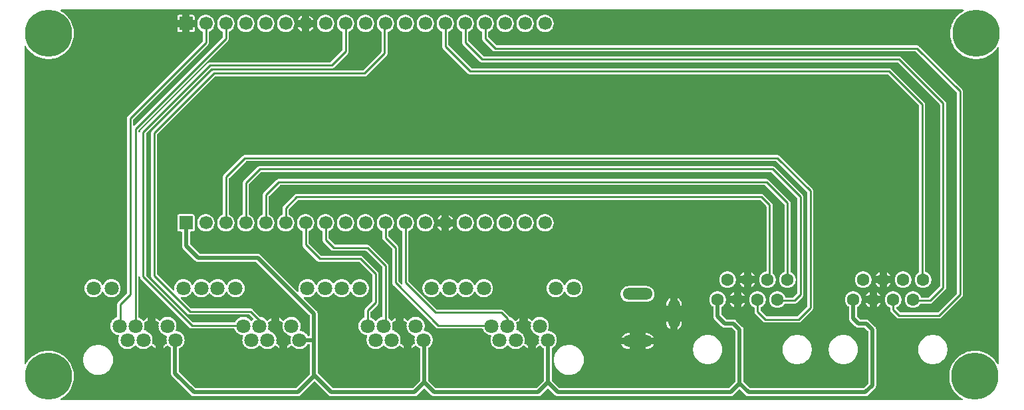
<source format=gbl>
G04 Layer: BottomLayer*
G04 EasyEDA v6.5.23, 2023-06-26 13:38:55*
G04 b532a6b097934e50b7b064742ede95bb,94392a2f1ed042d08b1874281cec1d10,10*
G04 Gerber Generator version 0.2*
G04 Scale: 100 percent, Rotated: No, Reflected: No *
G04 Dimensions in millimeters *
G04 leading zeros omitted , absolute positions ,4 integer and 5 decimal *
%FSLAX45Y45*%
%MOMM*%

%ADD10C,0.5000*%
%ADD11C,0.2540*%
%ADD12O,1.499997X3.6999926000000003*%
%ADD13O,3.7999924X1.499997*%
%ADD14C,1.7000*%
%ADD15R,1.7000X1.7000*%
%ADD16C,1.8000*%
%ADD17C,1.6000*%
%ADD18C,6.0000*%
%ADD19C,0.0104*%

%LPD*%
G36*
X1648053Y1562608D02*
G01*
X1643786Y1563573D01*
X1640281Y1566214D01*
X1638249Y1570126D01*
X1638096Y1574546D01*
X1639773Y1578610D01*
X1642973Y1581556D01*
X1659686Y1591208D01*
X1680514Y1605483D01*
X1700174Y1621332D01*
X1718564Y1638706D01*
X1735531Y1657400D01*
X1751025Y1677416D01*
X1764944Y1698498D01*
X1777136Y1720646D01*
X1787601Y1743659D01*
X1796237Y1767382D01*
X1802993Y1791766D01*
X1807870Y1816557D01*
X1810816Y1841652D01*
X1811782Y1866900D01*
X1810816Y1892147D01*
X1807870Y1917242D01*
X1802993Y1942033D01*
X1796237Y1966417D01*
X1787601Y1990140D01*
X1777136Y2013153D01*
X1764944Y2035302D01*
X1751025Y2056384D01*
X1735531Y2076399D01*
X1718564Y2095093D01*
X1700174Y2112467D01*
X1680514Y2128316D01*
X1659686Y2142591D01*
X1637792Y2155240D01*
X1614982Y2166162D01*
X1591411Y2175256D01*
X1567180Y2182520D01*
X1542491Y2187854D01*
X1517446Y2191258D01*
X1492199Y2192731D01*
X1466951Y2192223D01*
X1441805Y2189784D01*
X1416913Y2185416D01*
X1392428Y2179116D01*
X1368501Y2170938D01*
X1345336Y2160930D01*
X1322933Y2149144D01*
X1301546Y2135682D01*
X1281277Y2120544D01*
X1262278Y2103932D01*
X1244549Y2085898D01*
X1228293Y2066543D01*
X1213612Y2045970D01*
X1200454Y2024176D01*
X1197457Y2021027D01*
X1193393Y2019401D01*
X1189024Y2019655D01*
X1185164Y2021687D01*
X1182522Y2025192D01*
X1181608Y2029460D01*
X1181608Y6073140D01*
X1182522Y6077407D01*
X1185164Y6080912D01*
X1189024Y6082944D01*
X1193393Y6083198D01*
X1197457Y6081572D01*
X1200454Y6078423D01*
X1213612Y6056630D01*
X1228293Y6036056D01*
X1244549Y6016701D01*
X1262278Y5998667D01*
X1281277Y5982055D01*
X1301546Y5966917D01*
X1322933Y5953455D01*
X1345336Y5941669D01*
X1368501Y5931662D01*
X1392428Y5923483D01*
X1416913Y5917184D01*
X1441805Y5912815D01*
X1466951Y5910376D01*
X1492199Y5909868D01*
X1517446Y5911342D01*
X1542491Y5914745D01*
X1567180Y5920079D01*
X1591411Y5927344D01*
X1614982Y5936437D01*
X1637792Y5947359D01*
X1659686Y5960008D01*
X1680514Y5974283D01*
X1700174Y5990132D01*
X1718564Y6007506D01*
X1735531Y6026200D01*
X1751025Y6046216D01*
X1764944Y6067298D01*
X1777136Y6089446D01*
X1787601Y6112459D01*
X1796237Y6136182D01*
X1802993Y6160566D01*
X1807870Y6185357D01*
X1810816Y6210452D01*
X1811782Y6235700D01*
X1810816Y6260947D01*
X1807870Y6286042D01*
X1802993Y6310833D01*
X1796237Y6335217D01*
X1787601Y6358940D01*
X1777136Y6381953D01*
X1764944Y6404102D01*
X1751025Y6425184D01*
X1735531Y6445199D01*
X1718564Y6463893D01*
X1700174Y6481267D01*
X1680514Y6497116D01*
X1659686Y6511391D01*
X1642973Y6521043D01*
X1639773Y6523990D01*
X1638096Y6528054D01*
X1638249Y6532473D01*
X1640281Y6536385D01*
X1643786Y6539026D01*
X1648053Y6539992D01*
X13134746Y6539992D01*
X13139064Y6539026D01*
X13142620Y6536283D01*
X13144601Y6532270D01*
X13144703Y6527800D01*
X13142874Y6523735D01*
X13139470Y6520840D01*
X13133933Y6517944D01*
X13112546Y6504482D01*
X13092277Y6489344D01*
X13073278Y6472732D01*
X13055549Y6454698D01*
X13039293Y6435344D01*
X13024612Y6414770D01*
X13011556Y6393129D01*
X13000228Y6370574D01*
X12990677Y6347155D01*
X12982956Y6323076D01*
X12977114Y6298488D01*
X12973202Y6273546D01*
X12971221Y6248349D01*
X12971221Y6223050D01*
X12973202Y6197854D01*
X12977114Y6172911D01*
X12982956Y6148324D01*
X12990677Y6124244D01*
X13000228Y6100826D01*
X13011556Y6078270D01*
X13024612Y6056630D01*
X13039293Y6036056D01*
X13055549Y6016701D01*
X13073278Y5998667D01*
X13092277Y5982055D01*
X13112546Y5966917D01*
X13133933Y5953455D01*
X13156336Y5941669D01*
X13179501Y5931662D01*
X13203428Y5923483D01*
X13227913Y5917184D01*
X13252805Y5912815D01*
X13277951Y5910376D01*
X13303199Y5909868D01*
X13328446Y5911342D01*
X13353491Y5914745D01*
X13378180Y5920079D01*
X13402411Y5927344D01*
X13425982Y5936437D01*
X13448792Y5947359D01*
X13470686Y5960008D01*
X13491514Y5974283D01*
X13511174Y5990132D01*
X13529563Y6007506D01*
X13546531Y6026200D01*
X13562025Y6046216D01*
X13569848Y6058052D01*
X13572896Y6061049D01*
X13576960Y6062522D01*
X13581227Y6062218D01*
X13585037Y6060135D01*
X13587577Y6056680D01*
X13588492Y6052464D01*
X13588492Y2028952D01*
X13587526Y2024634D01*
X13584834Y2021128D01*
X13580872Y2019096D01*
X13576452Y2018944D01*
X13572388Y2020722D01*
X13569442Y2024024D01*
X13563244Y2035302D01*
X13549325Y2056384D01*
X13533831Y2076399D01*
X13516863Y2095093D01*
X13498474Y2112467D01*
X13478814Y2128316D01*
X13457986Y2142591D01*
X13436092Y2155240D01*
X13413282Y2166162D01*
X13389711Y2175256D01*
X13365480Y2182520D01*
X13340791Y2187854D01*
X13315746Y2191258D01*
X13290499Y2192731D01*
X13265251Y2192223D01*
X13240105Y2189784D01*
X13215213Y2185416D01*
X13190728Y2179116D01*
X13166801Y2170938D01*
X13143636Y2160930D01*
X13121233Y2149144D01*
X13099846Y2135682D01*
X13079577Y2120544D01*
X13060578Y2103932D01*
X13042849Y2085898D01*
X13026593Y2066543D01*
X13011912Y2045970D01*
X12998856Y2024329D01*
X12987528Y2001774D01*
X12977977Y1978355D01*
X12970256Y1954275D01*
X12964414Y1929688D01*
X12960502Y1904746D01*
X12958521Y1879549D01*
X12958521Y1854250D01*
X12960502Y1829054D01*
X12964414Y1804111D01*
X12970256Y1779524D01*
X12977977Y1755444D01*
X12987528Y1732025D01*
X12998856Y1709470D01*
X13011912Y1687830D01*
X13026593Y1667256D01*
X13042849Y1647901D01*
X13060578Y1629867D01*
X13079577Y1613255D01*
X13099846Y1598117D01*
X13121233Y1584655D01*
X13126770Y1581759D01*
X13130174Y1578864D01*
X13132003Y1574800D01*
X13131901Y1570329D01*
X13129920Y1566316D01*
X13126364Y1563573D01*
X13122046Y1562608D01*
G37*

%LPC*%
G36*
X3340303Y1612798D02*
G01*
X4660696Y1612798D01*
X4665319Y1613001D01*
X4669739Y1613560D01*
X4674057Y1614525D01*
X4678324Y1615846D01*
X4682388Y1617573D01*
X4686350Y1619605D01*
X4690110Y1621993D01*
X4693615Y1624685D01*
X4697069Y1627835D01*
X4868722Y1799539D01*
X4872024Y1801723D01*
X4875936Y1802485D01*
X4879797Y1801723D01*
X4883099Y1799539D01*
X5054600Y1628038D01*
X5061864Y1621891D01*
X5065572Y1619605D01*
X5069433Y1617573D01*
X5073599Y1615846D01*
X5077764Y1614525D01*
X5082184Y1613560D01*
X5086502Y1613001D01*
X5091226Y1612798D01*
X6146596Y1612798D01*
X6151219Y1613001D01*
X6155639Y1613560D01*
X6159957Y1614525D01*
X6164224Y1615846D01*
X6168288Y1617573D01*
X6172250Y1619605D01*
X6176010Y1621993D01*
X6179515Y1624685D01*
X6182969Y1627835D01*
X6266637Y1711502D01*
X6269888Y1713738D01*
X6273800Y1714500D01*
X6277711Y1713738D01*
X6280962Y1711502D01*
X6364630Y1627835D01*
X6368084Y1624685D01*
X6371590Y1621993D01*
X6375349Y1619605D01*
X6379311Y1617573D01*
X6383375Y1615846D01*
X6387642Y1614525D01*
X6391960Y1613560D01*
X6396380Y1613001D01*
X6401003Y1612798D01*
X7721396Y1612798D01*
X7726019Y1613001D01*
X7730439Y1613560D01*
X7734757Y1614525D01*
X7739024Y1615846D01*
X7743088Y1617573D01*
X7747050Y1619605D01*
X7750809Y1621993D01*
X7754315Y1624685D01*
X7757769Y1627835D01*
X7841437Y1711502D01*
X7844688Y1713738D01*
X7848600Y1714500D01*
X7852511Y1713738D01*
X7855762Y1711502D01*
X7939430Y1627835D01*
X7942884Y1624685D01*
X7946390Y1621993D01*
X7950149Y1619605D01*
X7954111Y1617573D01*
X7958175Y1615846D01*
X7962442Y1614525D01*
X7966760Y1613560D01*
X7971180Y1613001D01*
X7975803Y1612798D01*
X10172496Y1612798D01*
X10177119Y1613001D01*
X10181539Y1613560D01*
X10185857Y1614525D01*
X10190124Y1615846D01*
X10194188Y1617573D01*
X10198150Y1619605D01*
X10201910Y1621993D01*
X10205415Y1624685D01*
X10208869Y1627835D01*
X10279837Y1698802D01*
X10283088Y1701038D01*
X10287000Y1701800D01*
X10290911Y1701038D01*
X10294162Y1698802D01*
X10365130Y1627835D01*
X10368584Y1624685D01*
X10372090Y1621993D01*
X10375849Y1619605D01*
X10379811Y1617573D01*
X10383875Y1615846D01*
X10388142Y1614525D01*
X10392460Y1613560D01*
X10396880Y1613001D01*
X10401503Y1612798D01*
X11886996Y1612798D01*
X11891619Y1613001D01*
X11896039Y1613560D01*
X11900357Y1614525D01*
X11904624Y1615846D01*
X11908688Y1617573D01*
X11912650Y1619605D01*
X11916410Y1621993D01*
X11919915Y1624685D01*
X11923369Y1627835D01*
X12011964Y1716430D01*
X12015114Y1719884D01*
X12017806Y1723389D01*
X12020194Y1727149D01*
X12022226Y1731111D01*
X12023953Y1735175D01*
X12025274Y1739442D01*
X12026239Y1743760D01*
X12026798Y1748180D01*
X12027001Y1752803D01*
X12027001Y2463596D01*
X12026798Y2468219D01*
X12026239Y2472639D01*
X12025274Y2476957D01*
X12023953Y2481224D01*
X12022226Y2485288D01*
X12020194Y2489250D01*
X12017806Y2493010D01*
X12015114Y2496515D01*
X12011964Y2499969D01*
X11936069Y2575864D01*
X11932615Y2579014D01*
X11929110Y2581706D01*
X11925350Y2584094D01*
X11921388Y2586126D01*
X11917324Y2587853D01*
X11913057Y2589174D01*
X11908739Y2590139D01*
X11904319Y2590698D01*
X11899696Y2590901D01*
X11823598Y2590901D01*
X11819686Y2591663D01*
X11816435Y2593898D01*
X11788698Y2621635D01*
X11786463Y2624886D01*
X11785701Y2628798D01*
X11785701Y2746349D01*
X11786260Y2749600D01*
X11787784Y2752547D01*
X11790222Y2754782D01*
X11799265Y2760827D01*
X11809679Y2769971D01*
X11818772Y2780385D01*
X11826494Y2791866D01*
X11832640Y2804312D01*
X11837060Y2817418D01*
X11839752Y2830982D01*
X11840667Y2844850D01*
X11839752Y2858668D01*
X11837060Y2872232D01*
X11832640Y2885338D01*
X11826494Y2897784D01*
X11818772Y2909265D01*
X11809679Y2919679D01*
X11799265Y2928823D01*
X11787733Y2936544D01*
X11775338Y2942640D01*
X11762181Y2947111D01*
X11748617Y2949803D01*
X11734800Y2950718D01*
X11720982Y2949803D01*
X11707368Y2947111D01*
X11694261Y2942640D01*
X11681866Y2936544D01*
X11670334Y2928823D01*
X11659920Y2919679D01*
X11650776Y2909265D01*
X11643106Y2897784D01*
X11636959Y2885338D01*
X11632539Y2872232D01*
X11629796Y2858668D01*
X11628882Y2844850D01*
X11629796Y2830982D01*
X11632539Y2817418D01*
X11636959Y2804312D01*
X11643106Y2791866D01*
X11650776Y2780385D01*
X11659920Y2769971D01*
X11670334Y2760827D01*
X11679377Y2754782D01*
X11681815Y2752496D01*
X11683339Y2749600D01*
X11683898Y2746349D01*
X11683898Y2603703D01*
X11684101Y2599080D01*
X11684660Y2594660D01*
X11685625Y2590342D01*
X11686946Y2586075D01*
X11688673Y2582011D01*
X11690705Y2578049D01*
X11693093Y2574290D01*
X11695785Y2570784D01*
X11698935Y2567330D01*
X11762130Y2504135D01*
X11765584Y2500985D01*
X11769090Y2498293D01*
X11772849Y2495905D01*
X11776811Y2493873D01*
X11780875Y2492146D01*
X11785142Y2490825D01*
X11789460Y2489860D01*
X11793880Y2489301D01*
X11798503Y2489098D01*
X11874601Y2489098D01*
X11878513Y2488336D01*
X11881764Y2486101D01*
X11922201Y2445664D01*
X11924436Y2442413D01*
X11925198Y2438501D01*
X11925198Y1777898D01*
X11924436Y1773986D01*
X11922201Y1770735D01*
X11869064Y1717598D01*
X11865813Y1715363D01*
X11861901Y1714601D01*
X10426598Y1714601D01*
X10422686Y1715363D01*
X10419435Y1717598D01*
X10340898Y1796135D01*
X10338663Y1799386D01*
X10337901Y1803298D01*
X10337901Y2463596D01*
X10337698Y2468219D01*
X10337139Y2472639D01*
X10336174Y2476957D01*
X10334853Y2481224D01*
X10333126Y2485288D01*
X10331094Y2489250D01*
X10328706Y2493010D01*
X10326014Y2496515D01*
X10322864Y2499969D01*
X10246969Y2575864D01*
X10243515Y2579014D01*
X10240010Y2581706D01*
X10236250Y2584094D01*
X10232288Y2586126D01*
X10228224Y2587853D01*
X10223957Y2589174D01*
X10219639Y2590139D01*
X10215219Y2590698D01*
X10210596Y2590901D01*
X10121798Y2590901D01*
X10117886Y2591663D01*
X10114635Y2593898D01*
X10061498Y2647035D01*
X10059263Y2650286D01*
X10058501Y2654198D01*
X10058501Y2746349D01*
X10059060Y2749600D01*
X10060584Y2752547D01*
X10063022Y2754782D01*
X10072065Y2760827D01*
X10082479Y2769971D01*
X10091572Y2780385D01*
X10099294Y2791866D01*
X10105440Y2804312D01*
X10109860Y2817418D01*
X10112552Y2830982D01*
X10113467Y2844850D01*
X10112552Y2858668D01*
X10109860Y2872232D01*
X10105440Y2885338D01*
X10099294Y2897784D01*
X10091572Y2909265D01*
X10082479Y2919679D01*
X10072065Y2928823D01*
X10060533Y2936544D01*
X10048138Y2942640D01*
X10034981Y2947111D01*
X10021417Y2949803D01*
X10007600Y2950718D01*
X9993782Y2949803D01*
X9980168Y2947111D01*
X9967061Y2942640D01*
X9954666Y2936544D01*
X9943134Y2928823D01*
X9932720Y2919679D01*
X9923576Y2909265D01*
X9915906Y2897784D01*
X9909759Y2885338D01*
X9905339Y2872232D01*
X9902596Y2858668D01*
X9901682Y2844850D01*
X9902596Y2830982D01*
X9905339Y2817418D01*
X9909759Y2804312D01*
X9915906Y2791866D01*
X9923576Y2780385D01*
X9932720Y2769971D01*
X9943134Y2760827D01*
X9952177Y2754782D01*
X9954615Y2752496D01*
X9956139Y2749600D01*
X9956698Y2746349D01*
X9956698Y2629103D01*
X9956901Y2624480D01*
X9957460Y2620060D01*
X9958425Y2615742D01*
X9959746Y2611475D01*
X9961473Y2607411D01*
X9963505Y2603449D01*
X9965893Y2599690D01*
X9968585Y2596184D01*
X9971735Y2592730D01*
X10060330Y2504135D01*
X10063784Y2500985D01*
X10067290Y2498293D01*
X10071049Y2495905D01*
X10075011Y2493873D01*
X10079075Y2492146D01*
X10083342Y2490825D01*
X10087660Y2489860D01*
X10092080Y2489301D01*
X10096703Y2489098D01*
X10185501Y2489098D01*
X10189413Y2488336D01*
X10192664Y2486101D01*
X10233101Y2445664D01*
X10235336Y2442413D01*
X10236098Y2438501D01*
X10236098Y1803298D01*
X10235336Y1799386D01*
X10233101Y1796135D01*
X10154564Y1717598D01*
X10151313Y1715363D01*
X10147401Y1714601D01*
X8000898Y1714601D01*
X7996986Y1715363D01*
X7993735Y1717598D01*
X7902498Y1808835D01*
X7900263Y1812086D01*
X7899501Y1815998D01*
X7899501Y2223008D01*
X7900162Y2226564D01*
X7901990Y2229662D01*
X7904784Y2231898D01*
X7907172Y2233269D01*
X7918958Y2241804D01*
X7929575Y2251760D01*
X7938820Y2262987D01*
X7946644Y2275281D01*
X7952841Y2288438D01*
X7957312Y2302256D01*
X7960055Y2316581D01*
X7960969Y2331110D01*
X7960055Y2345639D01*
X7957312Y2359914D01*
X7952841Y2373731D01*
X7946644Y2386939D01*
X7938820Y2399233D01*
X7929575Y2410409D01*
X7918958Y2420366D01*
X7907172Y2428951D01*
X7894421Y2435961D01*
X7880908Y2441295D01*
X7866786Y2444953D01*
X7856067Y2446274D01*
X7852460Y2447442D01*
X7849514Y2449880D01*
X7847685Y2453233D01*
X7847177Y2456992D01*
X7848142Y2460701D01*
X7850835Y2466441D01*
X7855356Y2480259D01*
X7858048Y2494584D01*
X7858963Y2509113D01*
X7858048Y2523642D01*
X7855356Y2537917D01*
X7850835Y2551734D01*
X7844637Y2564942D01*
X7836865Y2577185D01*
X7827568Y2588412D01*
X7816951Y2598369D01*
X7805166Y2606954D01*
X7792415Y2613964D01*
X7778902Y2619298D01*
X7764780Y2622905D01*
X7750352Y2624734D01*
X7735824Y2624734D01*
X7721396Y2622905D01*
X7707274Y2619298D01*
X7693761Y2613964D01*
X7681010Y2606954D01*
X7669225Y2598369D01*
X7658608Y2588412D01*
X7648905Y2576728D01*
X7645400Y2573985D01*
X7641081Y2573020D01*
X7636764Y2573985D01*
X7633258Y2576728D01*
X7623556Y2588412D01*
X7612938Y2598369D01*
X7601203Y2606954D01*
X7590434Y2612847D01*
X7590434Y2560421D01*
X7624165Y2560421D01*
X7627924Y2559710D01*
X7631125Y2557678D01*
X7633360Y2554630D01*
X7634325Y2550922D01*
X7633817Y2547162D01*
X7630820Y2537917D01*
X7628128Y2523642D01*
X7627213Y2509113D01*
X7628128Y2494584D01*
X7630820Y2480259D01*
X7633817Y2471064D01*
X7634325Y2467254D01*
X7633716Y2465019D01*
X7635494Y2464054D01*
X7638034Y2460701D01*
X7641539Y2453284D01*
X7649311Y2440990D01*
X7658608Y2429764D01*
X7669225Y2419807D01*
X7681010Y2411222D01*
X7687157Y2407869D01*
X7689951Y2405583D01*
X7691780Y2402484D01*
X7692440Y2398928D01*
X7692440Y2382469D01*
X7726172Y2382469D01*
X7729931Y2381707D01*
X7733131Y2379675D01*
X7735366Y2376627D01*
X7736331Y2372918D01*
X7735824Y2369159D01*
X7732826Y2359914D01*
X7730134Y2345639D01*
X7729220Y2331110D01*
X7730134Y2316581D01*
X7732826Y2302256D01*
X7735824Y2293061D01*
X7736331Y2289251D01*
X7735366Y2285593D01*
X7733131Y2282494D01*
X7729931Y2280462D01*
X7726172Y2279751D01*
X7692440Y2279751D01*
X7692440Y2227326D01*
X7703159Y2233269D01*
X7714945Y2241804D01*
X7725562Y2251760D01*
X7735265Y2263495D01*
X7738770Y2266188D01*
X7743088Y2267153D01*
X7747406Y2266188D01*
X7750911Y2263495D01*
X7760614Y2251760D01*
X7771231Y2241804D01*
X7782966Y2233269D01*
X7792415Y2228037D01*
X7795209Y2225802D01*
X7797038Y2222703D01*
X7797698Y2219147D01*
X7797698Y1815998D01*
X7796936Y1812086D01*
X7794701Y1808835D01*
X7703464Y1717598D01*
X7700213Y1715363D01*
X7696301Y1714601D01*
X6426098Y1714601D01*
X6422186Y1715363D01*
X6418935Y1717598D01*
X6327698Y1808835D01*
X6325463Y1812086D01*
X6324701Y1815998D01*
X6324701Y2226259D01*
X6325209Y2229408D01*
X6326632Y2232253D01*
X6328918Y2234488D01*
X6338976Y2241804D01*
X6349593Y2251760D01*
X6358839Y2262987D01*
X6366662Y2275281D01*
X6372860Y2288438D01*
X6377330Y2302256D01*
X6380073Y2316581D01*
X6380988Y2331110D01*
X6380073Y2345639D01*
X6377330Y2359914D01*
X6372860Y2373731D01*
X6366662Y2386939D01*
X6358839Y2399233D01*
X6349593Y2410409D01*
X6338976Y2420366D01*
X6327190Y2428951D01*
X6314440Y2435961D01*
X6300876Y2441295D01*
X6286804Y2444953D01*
X6276035Y2446274D01*
X6272428Y2447442D01*
X6269482Y2449880D01*
X6267653Y2453233D01*
X6267196Y2456992D01*
X6268161Y2460701D01*
X6270853Y2466441D01*
X6275324Y2480259D01*
X6278067Y2494584D01*
X6278981Y2509113D01*
X6278067Y2523642D01*
X6275324Y2537917D01*
X6270853Y2551734D01*
X6264656Y2564942D01*
X6256832Y2577185D01*
X6247587Y2588412D01*
X6236970Y2598369D01*
X6225184Y2606954D01*
X6212433Y2613964D01*
X6198920Y2619298D01*
X6184798Y2622905D01*
X6170371Y2624734D01*
X6155791Y2624734D01*
X6141364Y2622905D01*
X6127292Y2619298D01*
X6113729Y2613964D01*
X6100978Y2606954D01*
X6089243Y2598369D01*
X6078626Y2588412D01*
X6068923Y2576728D01*
X6065418Y2573985D01*
X6061100Y2573020D01*
X6056731Y2573985D01*
X6053277Y2576728D01*
X6043574Y2588412D01*
X6032957Y2598369D01*
X6021171Y2606954D01*
X6010452Y2612847D01*
X6010452Y2560421D01*
X6044184Y2560421D01*
X6047943Y2559710D01*
X6051143Y2557678D01*
X6053378Y2554630D01*
X6054344Y2550922D01*
X6053836Y2547162D01*
X6050838Y2537917D01*
X6048095Y2523642D01*
X6047181Y2509113D01*
X6048095Y2494584D01*
X6050838Y2480259D01*
X6053836Y2471064D01*
X6054344Y2467254D01*
X6053734Y2465019D01*
X6055512Y2464054D01*
X6058052Y2460701D01*
X6061557Y2453284D01*
X6069330Y2440990D01*
X6078626Y2429764D01*
X6089243Y2419807D01*
X6100978Y2411222D01*
X6107176Y2407869D01*
X6109970Y2405583D01*
X6111798Y2402484D01*
X6112459Y2398928D01*
X6112459Y2382469D01*
X6146190Y2382469D01*
X6149898Y2381707D01*
X6153150Y2379675D01*
X6155385Y2376627D01*
X6156299Y2372918D01*
X6155842Y2369159D01*
X6152845Y2359914D01*
X6150102Y2345639D01*
X6149187Y2331110D01*
X6150102Y2316581D01*
X6152845Y2302256D01*
X6155842Y2293061D01*
X6156299Y2289251D01*
X6155385Y2285593D01*
X6153150Y2282494D01*
X6149898Y2280462D01*
X6146190Y2279751D01*
X6112459Y2279751D01*
X6112459Y2227326D01*
X6123178Y2233269D01*
X6134963Y2241804D01*
X6145580Y2251760D01*
X6155283Y2263495D01*
X6158788Y2266188D01*
X6163106Y2267153D01*
X6167424Y2266188D01*
X6170930Y2263495D01*
X6180632Y2251760D01*
X6191199Y2241804D01*
X6202984Y2233269D01*
X6215735Y2226259D01*
X6219850Y2223770D01*
X6222085Y2220417D01*
X6222898Y2216505D01*
X6222898Y1815998D01*
X6222136Y1812086D01*
X6219901Y1808835D01*
X6128664Y1717598D01*
X6125413Y1715363D01*
X6121501Y1714601D01*
X5116322Y1714601D01*
X5112410Y1715363D01*
X5109108Y1717598D01*
X4917998Y1908708D01*
X4915763Y1912010D01*
X4915001Y1915922D01*
X4915001Y2666796D01*
X4914798Y2671419D01*
X4914239Y2675839D01*
X4913274Y2680157D01*
X4911953Y2684424D01*
X4910226Y2688488D01*
X4908194Y2692450D01*
X4905806Y2696210D01*
X4903114Y2699715D01*
X4899964Y2703169D01*
X4739132Y2863951D01*
X4736795Y2867660D01*
X4736185Y2871978D01*
X4737506Y2876194D01*
X4740402Y2879445D01*
X4744466Y2881122D01*
X4748834Y2880969D01*
X4763363Y2877261D01*
X4777841Y2875432D01*
X4792370Y2875432D01*
X4806797Y2877261D01*
X4820920Y2880868D01*
X4834432Y2886252D01*
X4847183Y2893263D01*
X4858969Y2901797D01*
X4869586Y2911754D01*
X4878832Y2922981D01*
X4886655Y2935274D01*
X4890414Y2943250D01*
X4892649Y2946298D01*
X4895850Y2948381D01*
X4899609Y2949092D01*
X4903317Y2948381D01*
X4906568Y2946298D01*
X4908804Y2943250D01*
X4912563Y2935274D01*
X4920335Y2922981D01*
X4929632Y2911754D01*
X4940198Y2901797D01*
X4951984Y2893263D01*
X4964734Y2886252D01*
X4978298Y2880868D01*
X4992370Y2877261D01*
X5006797Y2875432D01*
X5021376Y2875432D01*
X5035804Y2877261D01*
X5049926Y2880868D01*
X5063439Y2886252D01*
X5076190Y2893263D01*
X5087975Y2901797D01*
X5098592Y2911754D01*
X5107838Y2922981D01*
X5109514Y2925622D01*
X5112308Y2928518D01*
X5116068Y2930093D01*
X5120132Y2930093D01*
X5123840Y2928518D01*
X5126685Y2925622D01*
X5128361Y2922981D01*
X5137607Y2911754D01*
X5148224Y2901797D01*
X5160010Y2893263D01*
X5172760Y2886252D01*
X5186273Y2880868D01*
X5200396Y2877261D01*
X5214823Y2875432D01*
X5229352Y2875432D01*
X5243830Y2877261D01*
X5257901Y2880868D01*
X5271414Y2886252D01*
X5284165Y2893263D01*
X5295950Y2901797D01*
X5306568Y2911754D01*
X5315864Y2922981D01*
X5323636Y2935274D01*
X5327396Y2943250D01*
X5329631Y2946298D01*
X5332831Y2948381D01*
X5336590Y2949092D01*
X5340350Y2948381D01*
X5343550Y2946298D01*
X5345785Y2943250D01*
X5349544Y2935274D01*
X5357317Y2922981D01*
X5366613Y2911754D01*
X5377230Y2901797D01*
X5389016Y2893263D01*
X5401767Y2886252D01*
X5415280Y2880868D01*
X5429351Y2877261D01*
X5443829Y2875432D01*
X5458358Y2875432D01*
X5472785Y2877261D01*
X5486908Y2880868D01*
X5500420Y2886252D01*
X5513171Y2893263D01*
X5524957Y2901797D01*
X5535574Y2911754D01*
X5544870Y2922981D01*
X5552643Y2935274D01*
X5558840Y2948432D01*
X5563362Y2962249D01*
X5566054Y2976575D01*
X5566968Y2991104D01*
X5566054Y3005632D01*
X5563362Y3019907D01*
X5558840Y3033776D01*
X5552643Y3046933D01*
X5544870Y3059226D01*
X5535574Y3070402D01*
X5524957Y3080410D01*
X5513171Y3088944D01*
X5500420Y3095955D01*
X5486908Y3101289D01*
X5472785Y3104946D01*
X5458358Y3106775D01*
X5443829Y3106775D01*
X5429351Y3104946D01*
X5415280Y3101289D01*
X5401767Y3095955D01*
X5389016Y3088944D01*
X5377230Y3080410D01*
X5366613Y3070402D01*
X5357317Y3059226D01*
X5349544Y3046933D01*
X5345785Y3038957D01*
X5343550Y3035858D01*
X5340350Y3033826D01*
X5336590Y3033115D01*
X5332831Y3033826D01*
X5329631Y3035858D01*
X5327396Y3038957D01*
X5323636Y3046933D01*
X5315864Y3059226D01*
X5306568Y3070402D01*
X5295950Y3080410D01*
X5284165Y3088944D01*
X5271414Y3095955D01*
X5257901Y3101289D01*
X5243830Y3104946D01*
X5229352Y3106775D01*
X5214823Y3106775D01*
X5200396Y3104946D01*
X5186273Y3101289D01*
X5172760Y3095955D01*
X5160010Y3088944D01*
X5148224Y3080410D01*
X5137607Y3070402D01*
X5128361Y3059226D01*
X5126685Y3056585D01*
X5123840Y3053638D01*
X5120132Y3052064D01*
X5116068Y3052064D01*
X5112308Y3053638D01*
X5109514Y3056585D01*
X5107838Y3059226D01*
X5098592Y3070402D01*
X5087975Y3080410D01*
X5076190Y3088944D01*
X5063439Y3095955D01*
X5049926Y3101289D01*
X5035804Y3104946D01*
X5021376Y3106775D01*
X5006797Y3106775D01*
X4992370Y3104946D01*
X4978298Y3101289D01*
X4964734Y3095955D01*
X4951984Y3088944D01*
X4940198Y3080410D01*
X4929632Y3070402D01*
X4920335Y3059226D01*
X4912563Y3046933D01*
X4908804Y3038957D01*
X4906568Y3035858D01*
X4903317Y3033826D01*
X4899609Y3033115D01*
X4895850Y3033826D01*
X4892649Y3035858D01*
X4890414Y3038957D01*
X4886655Y3046933D01*
X4878832Y3059226D01*
X4869586Y3070402D01*
X4858969Y3080410D01*
X4847183Y3088944D01*
X4834432Y3095955D01*
X4820920Y3101289D01*
X4806797Y3104946D01*
X4792370Y3106775D01*
X4777841Y3106775D01*
X4763363Y3104946D01*
X4749292Y3101289D01*
X4735728Y3095955D01*
X4722977Y3088944D01*
X4711242Y3080410D01*
X4700625Y3070402D01*
X4691329Y3059226D01*
X4683556Y3046933D01*
X4677359Y3033776D01*
X4672838Y3019907D01*
X4670094Y3005632D01*
X4669180Y2991104D01*
X4670094Y2976575D01*
X4672838Y2962249D01*
X4675174Y2955086D01*
X4675581Y2950616D01*
X4674057Y2946400D01*
X4670806Y2943301D01*
X4666589Y2941828D01*
X4662119Y2942386D01*
X4658360Y2944774D01*
X4189069Y3414064D01*
X4185615Y3417214D01*
X4182110Y3419906D01*
X4178350Y3422294D01*
X4174388Y3424326D01*
X4170324Y3426053D01*
X4166057Y3427374D01*
X4161739Y3428339D01*
X4157319Y3428898D01*
X4152696Y3429101D01*
X3416198Y3429101D01*
X3412286Y3429863D01*
X3409035Y3432098D01*
X3292398Y3548735D01*
X3290163Y3551986D01*
X3289401Y3555898D01*
X3289401Y3701643D01*
X3290163Y3705504D01*
X3292398Y3708806D01*
X3295700Y3711041D01*
X3299561Y3711803D01*
X3322929Y3711803D01*
X3329279Y3712514D01*
X3334715Y3714394D01*
X3339642Y3717493D01*
X3343706Y3721608D01*
X3346805Y3726484D01*
X3348685Y3731971D01*
X3349396Y3738270D01*
X3349396Y3907129D01*
X3348685Y3913428D01*
X3346805Y3918915D01*
X3343706Y3923792D01*
X3339642Y3927906D01*
X3334715Y3931005D01*
X3329279Y3932885D01*
X3322929Y3933596D01*
X3154070Y3933596D01*
X3147771Y3932885D01*
X3142284Y3931005D01*
X3137408Y3927906D01*
X3133293Y3923792D01*
X3130245Y3918915D01*
X3128314Y3913428D01*
X3127603Y3907129D01*
X3127603Y3738270D01*
X3128314Y3731971D01*
X3130245Y3726484D01*
X3133293Y3721608D01*
X3137408Y3717493D01*
X3142284Y3714394D01*
X3147771Y3712514D01*
X3154070Y3711803D01*
X3177438Y3711803D01*
X3181299Y3711041D01*
X3184601Y3708806D01*
X3186836Y3705504D01*
X3187598Y3701643D01*
X3187598Y3530803D01*
X3187801Y3526180D01*
X3188360Y3521760D01*
X3189325Y3517442D01*
X3190646Y3513175D01*
X3192373Y3509111D01*
X3194405Y3505149D01*
X3196793Y3501390D01*
X3199485Y3497884D01*
X3202635Y3494430D01*
X3354730Y3342335D01*
X3358184Y3339185D01*
X3361690Y3336493D01*
X3365449Y3334105D01*
X3369411Y3332073D01*
X3373475Y3330346D01*
X3377742Y3329025D01*
X3382060Y3328060D01*
X3386480Y3327501D01*
X3391103Y3327298D01*
X4127601Y3327298D01*
X4131513Y3326536D01*
X4134764Y3324301D01*
X4810201Y2648864D01*
X4812436Y2645613D01*
X4813198Y2641701D01*
X4813198Y2392172D01*
X4812436Y2388260D01*
X4810201Y2384958D01*
X4806899Y2382774D01*
X4803038Y2382012D01*
X4795367Y2382012D01*
X4792014Y2382570D01*
X4789068Y2384196D01*
X4786782Y2386685D01*
X4778857Y2399233D01*
X4769561Y2410409D01*
X4758944Y2420366D01*
X4747209Y2428951D01*
X4734458Y2435961D01*
X4720894Y2441295D01*
X4706823Y2444953D01*
X4696053Y2446274D01*
X4692446Y2447442D01*
X4689500Y2449880D01*
X4687671Y2453233D01*
X4687214Y2456992D01*
X4688128Y2460701D01*
X4690821Y2466441D01*
X4695342Y2480259D01*
X4698085Y2494584D01*
X4699000Y2509113D01*
X4698085Y2523642D01*
X4695342Y2537917D01*
X4690821Y2551734D01*
X4684623Y2564942D01*
X4676851Y2577185D01*
X4667554Y2588412D01*
X4656988Y2598369D01*
X4645202Y2606954D01*
X4632452Y2613964D01*
X4618888Y2619298D01*
X4604816Y2622905D01*
X4590389Y2624734D01*
X4575810Y2624734D01*
X4561382Y2622905D01*
X4547260Y2619298D01*
X4533747Y2613964D01*
X4520996Y2606954D01*
X4509211Y2598369D01*
X4498594Y2588412D01*
X4488891Y2576728D01*
X4485386Y2573985D01*
X4481068Y2573020D01*
X4476750Y2573985D01*
X4473244Y2576728D01*
X4463592Y2588412D01*
X4452975Y2598369D01*
X4441190Y2606954D01*
X4430420Y2612847D01*
X4430420Y2560421D01*
X4464202Y2560421D01*
X4467910Y2559710D01*
X4471162Y2557678D01*
X4473397Y2554630D01*
X4474311Y2550922D01*
X4473854Y2547162D01*
X4470857Y2537917D01*
X4468114Y2523642D01*
X4467199Y2509113D01*
X4468114Y2494584D01*
X4470857Y2480259D01*
X4473854Y2471064D01*
X4474311Y2467254D01*
X4473752Y2465019D01*
X4475480Y2464054D01*
X4478070Y2460701D01*
X4481525Y2453284D01*
X4489348Y2440990D01*
X4498594Y2429764D01*
X4509211Y2419807D01*
X4520996Y2411222D01*
X4527194Y2407869D01*
X4529988Y2405583D01*
X4531817Y2402484D01*
X4532426Y2398928D01*
X4532426Y2382469D01*
X4566158Y2382469D01*
X4569917Y2381707D01*
X4573117Y2379675D01*
X4575352Y2376627D01*
X4576318Y2372918D01*
X4575860Y2369159D01*
X4572863Y2359914D01*
X4570120Y2345639D01*
X4569206Y2331110D01*
X4570120Y2316581D01*
X4572863Y2302256D01*
X4575860Y2293061D01*
X4576318Y2289251D01*
X4575352Y2285593D01*
X4573117Y2282494D01*
X4569917Y2280462D01*
X4566158Y2279751D01*
X4532426Y2279751D01*
X4532426Y2227326D01*
X4543196Y2233269D01*
X4554982Y2241804D01*
X4565599Y2251760D01*
X4575302Y2263495D01*
X4578807Y2266188D01*
X4583125Y2267153D01*
X4587443Y2266188D01*
X4590948Y2263495D01*
X4600600Y2251760D01*
X4611217Y2241804D01*
X4623003Y2233269D01*
X4635754Y2226259D01*
X4649266Y2220874D01*
X4663389Y2217267D01*
X4677816Y2215438D01*
X4692345Y2215438D01*
X4706823Y2217267D01*
X4720894Y2220874D01*
X4734458Y2226259D01*
X4747209Y2233269D01*
X4758944Y2241804D01*
X4769561Y2251760D01*
X4778857Y2262987D01*
X4786782Y2275484D01*
X4789017Y2277973D01*
X4792014Y2279599D01*
X4795367Y2280158D01*
X4803038Y2280158D01*
X4806899Y2279396D01*
X4810201Y2277211D01*
X4812436Y2273909D01*
X4813198Y2269998D01*
X4813198Y1892198D01*
X4812436Y1888286D01*
X4810201Y1885035D01*
X4642764Y1717598D01*
X4639513Y1715363D01*
X4635601Y1714601D01*
X3365398Y1714601D01*
X3361486Y1715363D01*
X3358235Y1717598D01*
X3152698Y1923135D01*
X3150463Y1926386D01*
X3149701Y1930298D01*
X3149701Y2217623D01*
X3150362Y2221179D01*
X3152190Y2224278D01*
X3154984Y2226513D01*
X3167176Y2233269D01*
X3178962Y2241804D01*
X3189579Y2251760D01*
X3198876Y2262987D01*
X3206648Y2275281D01*
X3212846Y2288438D01*
X3217367Y2302256D01*
X3220059Y2316581D01*
X3220974Y2331110D01*
X3220059Y2345639D01*
X3217367Y2359914D01*
X3212846Y2373731D01*
X3206648Y2386939D01*
X3198876Y2399233D01*
X3189579Y2410409D01*
X3178962Y2420366D01*
X3167176Y2428951D01*
X3154426Y2435961D01*
X3140913Y2441295D01*
X3126790Y2444953D01*
X3116072Y2446274D01*
X3112465Y2447442D01*
X3109518Y2449880D01*
X3107690Y2453233D01*
X3107182Y2456992D01*
X3108147Y2460701D01*
X3110839Y2466441D01*
X3115360Y2480259D01*
X3118053Y2494584D01*
X3118967Y2509113D01*
X3118053Y2523642D01*
X3115360Y2537917D01*
X3110839Y2551734D01*
X3104642Y2564942D01*
X3096869Y2577185D01*
X3087573Y2588412D01*
X3076956Y2598369D01*
X3065170Y2606954D01*
X3052419Y2613964D01*
X3038906Y2619298D01*
X3024835Y2622905D01*
X3010357Y2624734D01*
X2995828Y2624734D01*
X2981401Y2622905D01*
X2967278Y2619298D01*
X2953766Y2613964D01*
X2941015Y2606954D01*
X2929229Y2598369D01*
X2918612Y2588412D01*
X2908909Y2576728D01*
X2905404Y2573985D01*
X2901086Y2573020D01*
X2896768Y2573985D01*
X2893263Y2576728D01*
X2883560Y2588412D01*
X2872943Y2598369D01*
X2861208Y2606954D01*
X2850438Y2612847D01*
X2850438Y2560421D01*
X2884170Y2560421D01*
X2887929Y2559710D01*
X2891129Y2557678D01*
X2893364Y2554630D01*
X2894330Y2550922D01*
X2893872Y2547162D01*
X2890875Y2537917D01*
X2888132Y2523642D01*
X2887218Y2509113D01*
X2888132Y2494584D01*
X2890875Y2480259D01*
X2893872Y2471064D01*
X2894330Y2467254D01*
X2893771Y2465019D01*
X2895498Y2464054D01*
X2898038Y2460701D01*
X2901543Y2453284D01*
X2909366Y2440990D01*
X2918612Y2429764D01*
X2929229Y2419807D01*
X2941015Y2411222D01*
X2947162Y2407869D01*
X2949956Y2405583D01*
X2951784Y2402484D01*
X2952445Y2398928D01*
X2952445Y2382469D01*
X2986176Y2382469D01*
X2989935Y2381707D01*
X2993136Y2379675D01*
X2995371Y2376627D01*
X2996336Y2372918D01*
X2995828Y2369159D01*
X2992831Y2359914D01*
X2990138Y2345639D01*
X2989224Y2331110D01*
X2990138Y2316581D01*
X2992831Y2302256D01*
X2995828Y2293061D01*
X2996336Y2289251D01*
X2995371Y2285593D01*
X2993136Y2282494D01*
X2989935Y2280462D01*
X2986176Y2279751D01*
X2952445Y2279751D01*
X2952445Y2227326D01*
X2963214Y2233269D01*
X2974949Y2241804D01*
X2985566Y2251760D01*
X2995269Y2263495D01*
X2998774Y2266188D01*
X3003092Y2267153D01*
X3007410Y2266188D01*
X3010916Y2263495D01*
X3020618Y2251760D01*
X3031236Y2241804D01*
X3043682Y2232761D01*
X3045968Y2230526D01*
X3047390Y2227681D01*
X3047898Y2224532D01*
X3047898Y1905203D01*
X3048101Y1900580D01*
X3048660Y1896160D01*
X3049625Y1891842D01*
X3050946Y1887575D01*
X3052673Y1883511D01*
X3054705Y1879549D01*
X3057093Y1875789D01*
X3059785Y1872284D01*
X3062935Y1868830D01*
X3303930Y1627835D01*
X3307384Y1624685D01*
X3310890Y1621993D01*
X3314649Y1619605D01*
X3318611Y1617573D01*
X3322675Y1615846D01*
X3326942Y1614525D01*
X3331260Y1613560D01*
X3335680Y1613001D01*
G37*
G36*
X8110829Y1886254D02*
G01*
X8129879Y1886712D01*
X8148777Y1889099D01*
X8167319Y1893316D01*
X8185353Y1899361D01*
X8202675Y1907235D01*
X8219186Y1916734D01*
X8234629Y1927860D01*
X8248903Y1940407D01*
X8261858Y1954377D01*
X8273338Y1969566D01*
X8283244Y1985772D01*
X8291525Y2002942D01*
X8298027Y2020824D01*
X8302701Y2039264D01*
X8305546Y2058060D01*
X8306511Y2077059D01*
X8305546Y2096109D01*
X8302701Y2114905D01*
X8298027Y2133346D01*
X8291525Y2151227D01*
X8283244Y2168398D01*
X8273338Y2184603D01*
X8261858Y2199792D01*
X8248903Y2213762D01*
X8234629Y2226310D01*
X8219186Y2237435D01*
X8202675Y2246934D01*
X8185353Y2254808D01*
X8167319Y2260854D01*
X8148777Y2265070D01*
X8129879Y2267458D01*
X8110829Y2267915D01*
X8091881Y2266492D01*
X8073136Y2263190D01*
X8054797Y2258060D01*
X8037068Y2251100D01*
X8020151Y2242413D01*
X8004149Y2232101D01*
X7989316Y2220214D01*
X7975650Y2206904D01*
X7963458Y2192324D01*
X7952740Y2176627D01*
X7943596Y2159914D01*
X7936230Y2142388D01*
X7930591Y2124202D01*
X7926831Y2105558D01*
X7924952Y2086610D01*
X7924952Y2067560D01*
X7926831Y2048611D01*
X7930591Y2029968D01*
X7936230Y2011781D01*
X7943596Y1994255D01*
X7952740Y1977542D01*
X7963458Y1961845D01*
X7975650Y1947265D01*
X7989316Y1933956D01*
X8004149Y1922068D01*
X8020151Y1911756D01*
X8037068Y1903069D01*
X8054797Y1896110D01*
X8073136Y1890979D01*
X8091881Y1887677D01*
G37*
G36*
X2115820Y1886254D02*
G01*
X2134870Y1886712D01*
X2153767Y1889099D01*
X2172309Y1893316D01*
X2190343Y1899361D01*
X2207666Y1907235D01*
X2224176Y1916734D01*
X2239619Y1927860D01*
X2253894Y1940407D01*
X2266848Y1954377D01*
X2278329Y1969566D01*
X2288235Y1985772D01*
X2296515Y2002942D01*
X2303018Y2020824D01*
X2307691Y2039264D01*
X2310536Y2058060D01*
X2311501Y2077059D01*
X2310536Y2096109D01*
X2307691Y2114905D01*
X2303018Y2133346D01*
X2296515Y2151227D01*
X2288235Y2168398D01*
X2278329Y2184603D01*
X2266848Y2199792D01*
X2253894Y2213762D01*
X2239619Y2226310D01*
X2224176Y2237435D01*
X2207666Y2246934D01*
X2190343Y2254808D01*
X2172309Y2260854D01*
X2153767Y2265070D01*
X2134870Y2267458D01*
X2115820Y2267915D01*
X2096871Y2266492D01*
X2078126Y2263190D01*
X2059787Y2258060D01*
X2042058Y2251100D01*
X2025142Y2242413D01*
X2009139Y2232101D01*
X1994306Y2220214D01*
X1980641Y2206904D01*
X1968449Y2192324D01*
X1957730Y2176627D01*
X1948586Y2159914D01*
X1941220Y2142388D01*
X1935581Y2124202D01*
X1931822Y2105558D01*
X1929942Y2086610D01*
X1929942Y2067560D01*
X1931822Y2048611D01*
X1935581Y2029968D01*
X1941220Y2011781D01*
X1948586Y1994255D01*
X1957730Y1977542D01*
X1968449Y1961845D01*
X1980641Y1947265D01*
X1994306Y1933956D01*
X2009139Y1922068D01*
X2025142Y1911756D01*
X2042058Y1903069D01*
X2059787Y1896110D01*
X2078126Y1890979D01*
X2096871Y1887677D01*
G37*
G36*
X11012678Y2023160D02*
G01*
X11031524Y2023160D01*
X11050270Y2025040D01*
X11068710Y2028850D01*
X11086642Y2034489D01*
X11103965Y2041906D01*
X11120424Y2051050D01*
X11135868Y2061819D01*
X11150193Y2074062D01*
X11163147Y2087727D01*
X11174679Y2102612D01*
X11184636Y2118614D01*
X11192916Y2135479D01*
X11199469Y2153158D01*
X11204194Y2171395D01*
X11207038Y2189988D01*
X11208004Y2208784D01*
X11207038Y2227630D01*
X11204194Y2246223D01*
X11199469Y2264460D01*
X11192916Y2282139D01*
X11184636Y2299004D01*
X11174679Y2315006D01*
X11163147Y2329891D01*
X11150193Y2343556D01*
X11135868Y2355799D01*
X11120424Y2366568D01*
X11103965Y2375712D01*
X11086642Y2383129D01*
X11068710Y2388768D01*
X11050270Y2392578D01*
X11031524Y2394458D01*
X11012678Y2394458D01*
X10993932Y2392578D01*
X10975492Y2388768D01*
X10957560Y2383129D01*
X10940237Y2375712D01*
X10923778Y2366568D01*
X10908334Y2355799D01*
X10894009Y2343556D01*
X10881055Y2329891D01*
X10869523Y2315006D01*
X10859566Y2299004D01*
X10851286Y2282139D01*
X10844733Y2264460D01*
X10840008Y2246223D01*
X10837164Y2227630D01*
X10836198Y2208784D01*
X10837164Y2189988D01*
X10840008Y2171395D01*
X10844733Y2153158D01*
X10851286Y2135479D01*
X10859566Y2118614D01*
X10869523Y2102612D01*
X10881055Y2087727D01*
X10894009Y2074062D01*
X10908334Y2061819D01*
X10923778Y2051050D01*
X10940237Y2041906D01*
X10957560Y2034489D01*
X10975492Y2028850D01*
X10993932Y2025040D01*
G37*
G36*
X11599875Y2023160D02*
G01*
X11618722Y2023160D01*
X11637467Y2025040D01*
X11655907Y2028850D01*
X11673840Y2034489D01*
X11691162Y2041906D01*
X11707622Y2051050D01*
X11723065Y2061819D01*
X11737390Y2074062D01*
X11750344Y2087727D01*
X11761876Y2102612D01*
X11771833Y2118614D01*
X11780113Y2135479D01*
X11786666Y2153158D01*
X11791391Y2171395D01*
X11794236Y2189988D01*
X11795201Y2208784D01*
X11794236Y2227630D01*
X11791391Y2246223D01*
X11786666Y2264460D01*
X11780113Y2282139D01*
X11771833Y2299004D01*
X11761876Y2315006D01*
X11750344Y2329891D01*
X11737390Y2343556D01*
X11723065Y2355799D01*
X11707622Y2366568D01*
X11691162Y2375712D01*
X11673840Y2383129D01*
X11655907Y2388768D01*
X11637467Y2392578D01*
X11618722Y2394458D01*
X11599875Y2394458D01*
X11581130Y2392578D01*
X11562689Y2388768D01*
X11544757Y2383129D01*
X11527434Y2375712D01*
X11510975Y2366568D01*
X11495532Y2355799D01*
X11481206Y2343556D01*
X11468252Y2329891D01*
X11456720Y2315006D01*
X11446764Y2299004D01*
X11438483Y2282139D01*
X11431930Y2264460D01*
X11427206Y2246223D01*
X11424361Y2227630D01*
X11423396Y2208784D01*
X11424361Y2189988D01*
X11427206Y2171395D01*
X11431930Y2153158D01*
X11438483Y2135479D01*
X11446764Y2118614D01*
X11456720Y2102612D01*
X11468252Y2087727D01*
X11481206Y2074062D01*
X11495532Y2061819D01*
X11510975Y2051050D01*
X11527434Y2041906D01*
X11544757Y2034489D01*
X11562689Y2028850D01*
X11581130Y2025040D01*
G37*
G36*
X12739878Y2023160D02*
G01*
X12758724Y2023160D01*
X12777470Y2025040D01*
X12795910Y2028850D01*
X12813842Y2034489D01*
X12831165Y2041906D01*
X12847624Y2051050D01*
X12863068Y2061819D01*
X12877393Y2074062D01*
X12890347Y2087727D01*
X12901879Y2102612D01*
X12911836Y2118614D01*
X12920116Y2135479D01*
X12926669Y2153158D01*
X12931394Y2171395D01*
X12934238Y2189988D01*
X12935204Y2208784D01*
X12934238Y2227630D01*
X12931394Y2246223D01*
X12926669Y2264460D01*
X12920116Y2282139D01*
X12911836Y2299004D01*
X12901879Y2315006D01*
X12890347Y2329891D01*
X12877393Y2343556D01*
X12863068Y2355799D01*
X12847624Y2366568D01*
X12831165Y2375712D01*
X12813842Y2383129D01*
X12795910Y2388768D01*
X12777470Y2392578D01*
X12758724Y2394458D01*
X12739878Y2394458D01*
X12721132Y2392578D01*
X12702692Y2388768D01*
X12684760Y2383129D01*
X12667437Y2375712D01*
X12650978Y2366568D01*
X12635534Y2355799D01*
X12621209Y2343556D01*
X12608255Y2329891D01*
X12596723Y2315006D01*
X12586766Y2299004D01*
X12578486Y2282139D01*
X12571933Y2264460D01*
X12567208Y2246223D01*
X12564364Y2227630D01*
X12563398Y2208784D01*
X12564364Y2189988D01*
X12567208Y2171395D01*
X12571933Y2153158D01*
X12578486Y2135479D01*
X12586766Y2118614D01*
X12596723Y2102612D01*
X12608255Y2087727D01*
X12621209Y2074062D01*
X12635534Y2061819D01*
X12650978Y2051050D01*
X12667437Y2041906D01*
X12684760Y2034489D01*
X12702692Y2028850D01*
X12721132Y2025040D01*
G37*
G36*
X9872675Y2023160D02*
G01*
X9891522Y2023160D01*
X9910267Y2025040D01*
X9928707Y2028850D01*
X9946640Y2034489D01*
X9963962Y2041906D01*
X9980422Y2051050D01*
X9995865Y2061819D01*
X10010190Y2074062D01*
X10023144Y2087727D01*
X10034676Y2102612D01*
X10044633Y2118614D01*
X10052913Y2135479D01*
X10059466Y2153158D01*
X10064191Y2171395D01*
X10067036Y2189988D01*
X10068001Y2208784D01*
X10067036Y2227630D01*
X10064191Y2246223D01*
X10059466Y2264460D01*
X10052913Y2282139D01*
X10044633Y2299004D01*
X10034676Y2315006D01*
X10023144Y2329891D01*
X10010190Y2343556D01*
X9995865Y2355799D01*
X9980422Y2366568D01*
X9963962Y2375712D01*
X9946640Y2383129D01*
X9928707Y2388768D01*
X9910267Y2392578D01*
X9891522Y2394458D01*
X9872675Y2394458D01*
X9853930Y2392578D01*
X9835489Y2388768D01*
X9817557Y2383129D01*
X9800234Y2375712D01*
X9783775Y2366568D01*
X9768332Y2355799D01*
X9754006Y2343556D01*
X9741052Y2329891D01*
X9729520Y2315006D01*
X9719564Y2299004D01*
X9711283Y2282139D01*
X9704730Y2264460D01*
X9700006Y2246223D01*
X9697161Y2227630D01*
X9696196Y2208784D01*
X9697161Y2189988D01*
X9700006Y2171395D01*
X9704730Y2153158D01*
X9711283Y2135479D01*
X9719564Y2118614D01*
X9729520Y2102612D01*
X9741052Y2087727D01*
X9754006Y2074062D01*
X9768332Y2061819D01*
X9783775Y2051050D01*
X9800234Y2041906D01*
X9817557Y2034489D01*
X9835489Y2028850D01*
X9853930Y2025040D01*
G37*
G36*
X9089034Y2215337D02*
G01*
X9102344Y2215337D01*
X9115806Y2216251D01*
X9128760Y2218791D01*
X9141256Y2223058D01*
X9153093Y2228900D01*
X9164066Y2236216D01*
X9174022Y2244902D01*
X9182709Y2254859D01*
X9190024Y2265832D01*
X9193276Y2272385D01*
X9089034Y2272385D01*
G37*
G36*
X8872982Y2215337D02*
G01*
X8886291Y2215337D01*
X8886291Y2272385D01*
X8782050Y2272385D01*
X8785301Y2265832D01*
X8792616Y2254859D01*
X8801303Y2244902D01*
X8811260Y2236216D01*
X8822232Y2228900D01*
X8834069Y2223058D01*
X8846566Y2218791D01*
X8859520Y2216251D01*
G37*
G36*
X5645810Y2215438D02*
G01*
X5660390Y2215438D01*
X5674817Y2217267D01*
X5688888Y2220874D01*
X5702452Y2226259D01*
X5715203Y2233269D01*
X5726938Y2241804D01*
X5737555Y2251760D01*
X5747258Y2263495D01*
X5750763Y2266188D01*
X5755081Y2267153D01*
X5759450Y2266188D01*
X5762904Y2263495D01*
X5772607Y2251760D01*
X5783224Y2241804D01*
X5795010Y2233269D01*
X5807760Y2226259D01*
X5821273Y2220874D01*
X5835396Y2217267D01*
X5849823Y2215438D01*
X5864352Y2215438D01*
X5878830Y2217267D01*
X5892901Y2220874D01*
X5906414Y2226259D01*
X5919165Y2233269D01*
X5930950Y2241804D01*
X5941568Y2251760D01*
X5951270Y2263495D01*
X5954776Y2266188D01*
X5959094Y2267153D01*
X5963412Y2266188D01*
X5966917Y2263495D01*
X5976620Y2251760D01*
X5987237Y2241804D01*
X5998972Y2233269D01*
X6009741Y2227326D01*
X6009741Y2279751D01*
X5976010Y2279751D01*
X5972251Y2280462D01*
X5969050Y2282494D01*
X5966815Y2285593D01*
X5965850Y2289251D01*
X5966358Y2293061D01*
X5969355Y2302256D01*
X5972048Y2316581D01*
X5972962Y2331110D01*
X5972048Y2345639D01*
X5969355Y2359914D01*
X5966358Y2369159D01*
X5965850Y2372918D01*
X5966460Y2375154D01*
X5964682Y2376119D01*
X5962142Y2379472D01*
X5958636Y2386939D01*
X5950864Y2399233D01*
X5941568Y2410409D01*
X5930950Y2420366D01*
X5919165Y2428951D01*
X5913018Y2432354D01*
X5910224Y2434590D01*
X5908395Y2437688D01*
X5907735Y2441244D01*
X5907735Y2457754D01*
X5874004Y2457754D01*
X5870244Y2458466D01*
X5867044Y2460498D01*
X5864809Y2463596D01*
X5863844Y2467254D01*
X5864352Y2471064D01*
X5867349Y2480259D01*
X5870041Y2494584D01*
X5870956Y2509113D01*
X5870041Y2523642D01*
X5867349Y2537917D01*
X5864352Y2547162D01*
X5863844Y2550922D01*
X5864809Y2554630D01*
X5867044Y2557678D01*
X5870244Y2559710D01*
X5874004Y2560421D01*
X5907735Y2560421D01*
X5907735Y2612847D01*
X5897016Y2606954D01*
X5885230Y2598369D01*
X5874613Y2588412D01*
X5864910Y2576728D01*
X5861405Y2573985D01*
X5857087Y2573020D01*
X5852769Y2573985D01*
X5849264Y2576728D01*
X5839561Y2588412D01*
X5828944Y2598369D01*
X5821273Y2603957D01*
X5819038Y2606192D01*
X5817616Y2609037D01*
X5817108Y2612186D01*
X5817108Y3276092D01*
X5816295Y3284118D01*
X5814110Y3291332D01*
X5810554Y3298037D01*
X5805424Y3304235D01*
X5577535Y3532124D01*
X5571337Y3537254D01*
X5564632Y3540810D01*
X5557418Y3542995D01*
X5549392Y3543808D01*
X5138318Y3543808D01*
X5134406Y3544570D01*
X5131104Y3546805D01*
X5058054Y3619855D01*
X5055870Y3623157D01*
X5055108Y3627018D01*
X5055108Y3712159D01*
X5055819Y3715969D01*
X5057952Y3719220D01*
X5061153Y3721455D01*
X5067757Y3724401D01*
X5079949Y3731768D01*
X5091023Y3740607D01*
X5100929Y3750818D01*
X5109413Y3762197D01*
X5116372Y3774592D01*
X5121706Y3787749D01*
X5125313Y3801516D01*
X5127142Y3815587D01*
X5127142Y3829812D01*
X5125313Y3843883D01*
X5121706Y3857650D01*
X5116372Y3870807D01*
X5109413Y3883202D01*
X5100929Y3894582D01*
X5091023Y3904792D01*
X5079949Y3913632D01*
X5067757Y3920998D01*
X5054803Y3926738D01*
X5041138Y3930802D01*
X5027117Y3933088D01*
X5012944Y3933545D01*
X4998770Y3932174D01*
X4984953Y3929024D01*
X4971592Y3924096D01*
X4958994Y3917543D01*
X4947361Y3909415D01*
X4936845Y3899865D01*
X4927600Y3889044D01*
X4919878Y3877106D01*
X4913680Y3864305D01*
X4909210Y3850843D01*
X4906518Y3836873D01*
X4905603Y3822700D01*
X4906518Y3808526D01*
X4909210Y3794556D01*
X4913680Y3781094D01*
X4919878Y3768293D01*
X4927600Y3756355D01*
X4936845Y3745534D01*
X4947361Y3735984D01*
X4958994Y3727856D01*
X4972405Y3720947D01*
X4975301Y3718661D01*
X4977180Y3715512D01*
X4977892Y3711905D01*
X4977892Y3607308D01*
X4978654Y3599281D01*
X4980838Y3592068D01*
X4984394Y3585413D01*
X4989525Y3579164D01*
X5090464Y3478276D01*
X5096662Y3473145D01*
X5103368Y3469589D01*
X5110581Y3467404D01*
X5118608Y3466592D01*
X5529681Y3466592D01*
X5533593Y3465829D01*
X5536895Y3463594D01*
X5736894Y3263595D01*
X5739130Y3260293D01*
X5739892Y3256381D01*
X5739892Y2632506D01*
X5738926Y2628138D01*
X5736183Y2624632D01*
X5732272Y2622651D01*
X5719267Y2619298D01*
X5705754Y2613964D01*
X5693003Y2606954D01*
X5681218Y2598369D01*
X5670600Y2588412D01*
X5660898Y2576728D01*
X5657392Y2573985D01*
X5653074Y2573020D01*
X5648756Y2573985D01*
X5645251Y2576728D01*
X5635548Y2588412D01*
X5624982Y2598369D01*
X5613196Y2606954D01*
X5600446Y2613964D01*
X5595467Y2615946D01*
X5592114Y2618079D01*
X5589828Y2621381D01*
X5589016Y2625293D01*
X5588660Y2684983D01*
X5589422Y2688894D01*
X5591606Y2692196D01*
X5678424Y2779064D01*
X5683554Y2785262D01*
X5687110Y2791968D01*
X5689295Y2799181D01*
X5690108Y2807208D01*
X5690108Y3174492D01*
X5689295Y3182518D01*
X5687110Y3189732D01*
X5683554Y3196437D01*
X5678424Y3202635D01*
X5488635Y3392424D01*
X5482437Y3397554D01*
X5475732Y3401110D01*
X5468518Y3403295D01*
X5460492Y3404108D01*
X4960518Y3404108D01*
X4956606Y3404870D01*
X4953304Y3407105D01*
X4804105Y3556304D01*
X4801870Y3559606D01*
X4801108Y3563518D01*
X4801108Y3712159D01*
X4801870Y3715969D01*
X4803952Y3719220D01*
X4807153Y3721455D01*
X4813757Y3724401D01*
X4825949Y3731768D01*
X4837023Y3740607D01*
X4846929Y3750818D01*
X4855413Y3762197D01*
X4862372Y3774592D01*
X4867706Y3787749D01*
X4871313Y3801516D01*
X4873142Y3815587D01*
X4873142Y3829812D01*
X4871313Y3843883D01*
X4867706Y3857650D01*
X4862372Y3870807D01*
X4855413Y3883202D01*
X4846929Y3894582D01*
X4837023Y3904792D01*
X4825949Y3913632D01*
X4813757Y3920998D01*
X4800803Y3926738D01*
X4787138Y3930802D01*
X4773117Y3933088D01*
X4758944Y3933545D01*
X4744770Y3932174D01*
X4730953Y3929024D01*
X4717592Y3924096D01*
X4704994Y3917543D01*
X4693361Y3909415D01*
X4682845Y3899865D01*
X4673600Y3889044D01*
X4665878Y3877106D01*
X4659680Y3864305D01*
X4655210Y3850843D01*
X4652518Y3836873D01*
X4651603Y3822700D01*
X4652518Y3808526D01*
X4655210Y3794556D01*
X4659680Y3781094D01*
X4665878Y3768293D01*
X4673600Y3756355D01*
X4682845Y3745534D01*
X4693361Y3735984D01*
X4704994Y3727907D01*
X4718405Y3720896D01*
X4721301Y3718661D01*
X4723231Y3715512D01*
X4723892Y3711905D01*
X4723892Y3543808D01*
X4724704Y3535781D01*
X4726889Y3528568D01*
X4730445Y3521862D01*
X4735576Y3515664D01*
X4912664Y3338576D01*
X4918862Y3333445D01*
X4925568Y3329889D01*
X4932781Y3327704D01*
X4940808Y3326892D01*
X5440781Y3326892D01*
X5444693Y3326129D01*
X5447995Y3323894D01*
X5609894Y3161995D01*
X5612130Y3158693D01*
X5612892Y3154781D01*
X5612892Y2826918D01*
X5612130Y2823006D01*
X5609894Y2819704D01*
X5522976Y2732735D01*
X5517845Y2726537D01*
X5514289Y2719832D01*
X5512104Y2712618D01*
X5511292Y2704642D01*
X5511800Y2624886D01*
X5511038Y2620924D01*
X5508752Y2617571D01*
X5505399Y2615387D01*
X5501741Y2613964D01*
X5488990Y2606954D01*
X5477205Y2598369D01*
X5466588Y2588412D01*
X5457342Y2577185D01*
X5449519Y2564942D01*
X5443321Y2551734D01*
X5438851Y2537917D01*
X5436108Y2523642D01*
X5435193Y2509113D01*
X5436108Y2494584D01*
X5438851Y2480259D01*
X5443321Y2466441D01*
X5449519Y2453284D01*
X5457342Y2440990D01*
X5466588Y2429764D01*
X5477205Y2419807D01*
X5488990Y2411222D01*
X5501741Y2404211D01*
X5515305Y2398877D01*
X5529376Y2395270D01*
X5540146Y2393899D01*
X5543753Y2392730D01*
X5546699Y2390292D01*
X5548528Y2386939D01*
X5548985Y2383180D01*
X5548020Y2379472D01*
X5545328Y2373731D01*
X5540857Y2359914D01*
X5538114Y2345639D01*
X5537200Y2331110D01*
X5538114Y2316581D01*
X5540857Y2302256D01*
X5545328Y2288438D01*
X5551525Y2275281D01*
X5559348Y2262987D01*
X5568594Y2251760D01*
X5579211Y2241804D01*
X5590997Y2233269D01*
X5603748Y2226259D01*
X5617260Y2220874D01*
X5631383Y2217267D01*
G37*
G36*
X7225792Y2215438D02*
G01*
X7240371Y2215438D01*
X7254798Y2217267D01*
X7268921Y2220874D01*
X7282434Y2226259D01*
X7295184Y2233269D01*
X7306970Y2241804D01*
X7317587Y2251760D01*
X7327290Y2263495D01*
X7330795Y2266188D01*
X7335113Y2267153D01*
X7339431Y2266188D01*
X7342936Y2263495D01*
X7352588Y2251760D01*
X7363206Y2241804D01*
X7374991Y2233269D01*
X7387742Y2226259D01*
X7401255Y2220874D01*
X7415377Y2217267D01*
X7429804Y2215438D01*
X7444384Y2215438D01*
X7458811Y2217267D01*
X7472883Y2220874D01*
X7486446Y2226259D01*
X7499197Y2233269D01*
X7510932Y2241804D01*
X7521549Y2251760D01*
X7531252Y2263495D01*
X7534757Y2266188D01*
X7539075Y2267153D01*
X7543444Y2266188D01*
X7546949Y2263495D01*
X7556601Y2251760D01*
X7567218Y2241804D01*
X7579004Y2233269D01*
X7589723Y2227326D01*
X7589723Y2279751D01*
X7555992Y2279751D01*
X7552232Y2280462D01*
X7549032Y2282494D01*
X7546797Y2285593D01*
X7545882Y2289251D01*
X7546340Y2293061D01*
X7549337Y2302256D01*
X7552080Y2316581D01*
X7552994Y2331110D01*
X7552080Y2345639D01*
X7549337Y2359914D01*
X7546340Y2369159D01*
X7545882Y2372918D01*
X7546441Y2375154D01*
X7544714Y2376119D01*
X7542123Y2379472D01*
X7538618Y2386939D01*
X7530846Y2399233D01*
X7521549Y2410409D01*
X7510932Y2420366D01*
X7499197Y2428951D01*
X7493000Y2432354D01*
X7490206Y2434590D01*
X7488377Y2437688D01*
X7487716Y2441244D01*
X7487716Y2457754D01*
X7453985Y2457754D01*
X7450277Y2458466D01*
X7447025Y2460498D01*
X7444790Y2463596D01*
X7443876Y2467254D01*
X7444333Y2471064D01*
X7447330Y2480259D01*
X7450074Y2494584D01*
X7450988Y2509113D01*
X7450074Y2523642D01*
X7447330Y2537917D01*
X7444333Y2547162D01*
X7443876Y2550922D01*
X7444790Y2554630D01*
X7447025Y2557678D01*
X7450277Y2559710D01*
X7453985Y2560421D01*
X7487716Y2560421D01*
X7487716Y2612847D01*
X7476998Y2606954D01*
X7465212Y2598369D01*
X7454595Y2588412D01*
X7444892Y2576728D01*
X7441387Y2573985D01*
X7437069Y2573020D01*
X7432751Y2573985D01*
X7429246Y2576728D01*
X7419543Y2588412D01*
X7408976Y2598369D01*
X7397191Y2606954D01*
X7384440Y2613964D01*
X7370876Y2619298D01*
X7366050Y2620568D01*
X7363053Y2621838D01*
X7360666Y2623972D01*
X7354824Y2631186D01*
X7279335Y2706624D01*
X7273137Y2711754D01*
X7266431Y2715310D01*
X7259218Y2717495D01*
X7251192Y2718308D01*
X6433718Y2718308D01*
X6429806Y2719070D01*
X6426504Y2721305D01*
X6074054Y3073755D01*
X6071870Y3077057D01*
X6071108Y3080918D01*
X6071108Y3712159D01*
X6071819Y3715969D01*
X6073952Y3719220D01*
X6077153Y3721455D01*
X6083757Y3724401D01*
X6095949Y3731768D01*
X6107023Y3740607D01*
X6116929Y3750818D01*
X6125413Y3762197D01*
X6132372Y3774592D01*
X6137706Y3787749D01*
X6141313Y3801516D01*
X6143142Y3815587D01*
X6143142Y3829812D01*
X6141313Y3843883D01*
X6137706Y3857650D01*
X6132372Y3870807D01*
X6125413Y3883202D01*
X6116929Y3894582D01*
X6107023Y3904792D01*
X6095949Y3913632D01*
X6083757Y3920998D01*
X6070803Y3926738D01*
X6057138Y3930802D01*
X6043117Y3933088D01*
X6028944Y3933545D01*
X6014770Y3932174D01*
X6000953Y3929024D01*
X5987592Y3924096D01*
X5974994Y3917543D01*
X5963361Y3909415D01*
X5952845Y3899865D01*
X5943600Y3889044D01*
X5935878Y3877106D01*
X5929680Y3864305D01*
X5925210Y3850843D01*
X5922518Y3836873D01*
X5921603Y3822700D01*
X5922518Y3808526D01*
X5925210Y3794556D01*
X5929680Y3781094D01*
X5935878Y3768293D01*
X5943600Y3756355D01*
X5952845Y3745534D01*
X5963361Y3735984D01*
X5974994Y3727856D01*
X5988405Y3720947D01*
X5991301Y3718661D01*
X5993180Y3715512D01*
X5993892Y3711905D01*
X5993892Y3061208D01*
X5995009Y3048711D01*
X5993384Y3044596D01*
X5990183Y3041497D01*
X5985916Y3040126D01*
X5981496Y3040684D01*
X5977737Y3043021D01*
X5947105Y3073704D01*
X5944870Y3077006D01*
X5944108Y3080918D01*
X5944108Y3504692D01*
X5943295Y3512718D01*
X5941110Y3519932D01*
X5937554Y3526637D01*
X5932424Y3532835D01*
X5820054Y3645255D01*
X5817870Y3648557D01*
X5817108Y3652418D01*
X5817108Y3712159D01*
X5817819Y3715969D01*
X5819952Y3719220D01*
X5823153Y3721455D01*
X5829757Y3724401D01*
X5841949Y3731768D01*
X5853023Y3740607D01*
X5862929Y3750818D01*
X5871413Y3762197D01*
X5878372Y3774592D01*
X5883706Y3787749D01*
X5887313Y3801516D01*
X5889142Y3815587D01*
X5889142Y3829812D01*
X5887313Y3843883D01*
X5883706Y3857650D01*
X5878372Y3870807D01*
X5871413Y3883202D01*
X5862929Y3894582D01*
X5853023Y3904792D01*
X5841949Y3913632D01*
X5829757Y3920998D01*
X5816803Y3926738D01*
X5803138Y3930802D01*
X5789117Y3933088D01*
X5774944Y3933545D01*
X5760770Y3932174D01*
X5746953Y3929024D01*
X5733592Y3924096D01*
X5720994Y3917543D01*
X5709361Y3909415D01*
X5698845Y3899865D01*
X5689600Y3889044D01*
X5681878Y3877106D01*
X5675680Y3864305D01*
X5671210Y3850843D01*
X5668518Y3836873D01*
X5667603Y3822700D01*
X5668518Y3808526D01*
X5671210Y3794556D01*
X5675680Y3781094D01*
X5681878Y3768293D01*
X5689600Y3756355D01*
X5698845Y3745534D01*
X5709361Y3735984D01*
X5720994Y3727856D01*
X5734405Y3720947D01*
X5737301Y3718661D01*
X5739180Y3715512D01*
X5739892Y3711905D01*
X5739892Y3632708D01*
X5740654Y3624681D01*
X5742838Y3617468D01*
X5746394Y3610813D01*
X5751525Y3604564D01*
X5863894Y3492195D01*
X5866130Y3488893D01*
X5866892Y3484981D01*
X5866892Y3061208D01*
X5867704Y3053181D01*
X5869889Y3045968D01*
X5873445Y3039262D01*
X5878576Y3033064D01*
X6423964Y2487676D01*
X6430162Y2482545D01*
X6436868Y2478989D01*
X6444081Y2476804D01*
X6452108Y2475992D01*
X7012838Y2475992D01*
X7017003Y2475128D01*
X7020407Y2472639D01*
X7022490Y2468981D01*
X7023353Y2466441D01*
X7029551Y2453284D01*
X7037324Y2440990D01*
X7046620Y2429764D01*
X7057237Y2419807D01*
X7068972Y2411222D01*
X7081723Y2404211D01*
X7095286Y2398877D01*
X7109358Y2395270D01*
X7120128Y2393899D01*
X7123734Y2392730D01*
X7126681Y2390292D01*
X7128509Y2386939D01*
X7128967Y2383180D01*
X7128052Y2379472D01*
X7125360Y2373731D01*
X7120839Y2359914D01*
X7118096Y2345639D01*
X7117181Y2331110D01*
X7118096Y2316581D01*
X7120839Y2302256D01*
X7125360Y2288438D01*
X7131558Y2275281D01*
X7139330Y2262987D01*
X7148626Y2251760D01*
X7159244Y2241804D01*
X7170978Y2233269D01*
X7183729Y2226259D01*
X7197293Y2220874D01*
X7211364Y2217267D01*
G37*
G36*
X2485847Y2215438D02*
G01*
X2500376Y2215438D01*
X2514803Y2217267D01*
X2528925Y2220874D01*
X2542438Y2226259D01*
X2555189Y2233269D01*
X2566974Y2241804D01*
X2577592Y2251760D01*
X2587294Y2263495D01*
X2590800Y2266188D01*
X2595118Y2267153D01*
X2599436Y2266188D01*
X2602941Y2263495D01*
X2612593Y2251760D01*
X2623210Y2241804D01*
X2634996Y2233269D01*
X2647746Y2226259D01*
X2661310Y2220874D01*
X2675382Y2217267D01*
X2689809Y2215438D01*
X2704388Y2215438D01*
X2718816Y2217267D01*
X2732887Y2220874D01*
X2746451Y2226259D01*
X2759202Y2233269D01*
X2770987Y2241804D01*
X2781554Y2251760D01*
X2791307Y2263495D01*
X2794762Y2266188D01*
X2799130Y2267153D01*
X2803448Y2266188D01*
X2806954Y2263495D01*
X2816606Y2251760D01*
X2827223Y2241804D01*
X2839008Y2233269D01*
X2849727Y2227326D01*
X2849727Y2279751D01*
X2815996Y2279751D01*
X2812288Y2280462D01*
X2809036Y2282494D01*
X2806801Y2285593D01*
X2805887Y2289251D01*
X2806344Y2293061D01*
X2809341Y2302256D01*
X2812084Y2316581D01*
X2812999Y2331110D01*
X2812084Y2345639D01*
X2809341Y2359914D01*
X2806344Y2369159D01*
X2805887Y2372918D01*
X2806446Y2375154D01*
X2804718Y2376119D01*
X2802128Y2379472D01*
X2798673Y2386939D01*
X2790850Y2399233D01*
X2781554Y2410409D01*
X2770987Y2420366D01*
X2759202Y2428951D01*
X2753004Y2432354D01*
X2750210Y2434590D01*
X2748381Y2437688D01*
X2747772Y2441244D01*
X2747772Y2457754D01*
X2713990Y2457754D01*
X2710281Y2458466D01*
X2707030Y2460498D01*
X2704795Y2463596D01*
X2703880Y2467254D01*
X2704338Y2471064D01*
X2707335Y2480259D01*
X2710078Y2494584D01*
X2710992Y2509113D01*
X2710078Y2523642D01*
X2707335Y2537917D01*
X2704338Y2547162D01*
X2703880Y2550922D01*
X2704795Y2554630D01*
X2707030Y2557678D01*
X2710281Y2559710D01*
X2713990Y2560421D01*
X2747772Y2560421D01*
X2747772Y2612847D01*
X2737002Y2606954D01*
X2725216Y2598369D01*
X2714599Y2588412D01*
X2704896Y2576728D01*
X2701391Y2573985D01*
X2697073Y2573020D01*
X2692755Y2573985D01*
X2689250Y2576728D01*
X2679598Y2588412D01*
X2668981Y2598369D01*
X2657195Y2606954D01*
X2644444Y2613964D01*
X2640126Y2615641D01*
X2636774Y2617825D01*
X2634538Y2621178D01*
X2633726Y2625090D01*
X2633726Y3134309D01*
X2634691Y3138576D01*
X2637332Y3142081D01*
X2641193Y3144113D01*
X2645613Y3144316D01*
X2649626Y3142691D01*
X2652623Y3139490D01*
X2653995Y3135325D01*
X2654604Y3129381D01*
X2656789Y3122168D01*
X2660345Y3115462D01*
X2665476Y3109264D01*
X3287064Y2487676D01*
X3293262Y2482545D01*
X3299968Y2478989D01*
X3307181Y2476804D01*
X3315208Y2475992D01*
X3852875Y2475992D01*
X3856990Y2475128D01*
X3860393Y2472639D01*
X3862527Y2468981D01*
X3863340Y2466441D01*
X3869537Y2453284D01*
X3877360Y2440990D01*
X3886606Y2429764D01*
X3897223Y2419807D01*
X3909009Y2411222D01*
X3921760Y2404211D01*
X3935272Y2398877D01*
X3949395Y2395270D01*
X3960114Y2393899D01*
X3963771Y2392730D01*
X3966667Y2390292D01*
X3968496Y2386939D01*
X3969004Y2383180D01*
X3968038Y2379472D01*
X3965346Y2373731D01*
X3960825Y2359914D01*
X3958132Y2345639D01*
X3957218Y2331110D01*
X3958132Y2316581D01*
X3960825Y2302256D01*
X3965346Y2288438D01*
X3971544Y2275281D01*
X3979316Y2262987D01*
X3988612Y2251760D01*
X3999229Y2241804D01*
X4011015Y2233269D01*
X4023766Y2226259D01*
X4037279Y2220874D01*
X4051401Y2217267D01*
X4065828Y2215438D01*
X4080357Y2215438D01*
X4094835Y2217267D01*
X4108907Y2220874D01*
X4122420Y2226259D01*
X4135170Y2233269D01*
X4146956Y2241804D01*
X4157573Y2251760D01*
X4167276Y2263495D01*
X4170781Y2266188D01*
X4175099Y2267153D01*
X4179417Y2266188D01*
X4182922Y2263495D01*
X4192625Y2251760D01*
X4203242Y2241804D01*
X4214977Y2233269D01*
X4227728Y2226259D01*
X4241292Y2220874D01*
X4255363Y2217267D01*
X4269841Y2215438D01*
X4284370Y2215438D01*
X4298797Y2217267D01*
X4312920Y2220874D01*
X4326432Y2226259D01*
X4339183Y2233269D01*
X4350969Y2241804D01*
X4361586Y2251760D01*
X4371289Y2263495D01*
X4374794Y2266188D01*
X4379112Y2267153D01*
X4383430Y2266188D01*
X4386935Y2263495D01*
X4396638Y2251760D01*
X4407204Y2241804D01*
X4418990Y2233269D01*
X4429760Y2227326D01*
X4429760Y2279751D01*
X4396028Y2279751D01*
X4392269Y2280462D01*
X4389069Y2282494D01*
X4386834Y2285593D01*
X4385868Y2289251D01*
X4386326Y2293061D01*
X4389323Y2302256D01*
X4392066Y2316581D01*
X4392980Y2331110D01*
X4392066Y2345639D01*
X4389323Y2359914D01*
X4386326Y2369159D01*
X4385868Y2372918D01*
X4386427Y2375154D01*
X4384700Y2376119D01*
X4382160Y2379472D01*
X4378655Y2386939D01*
X4370832Y2399233D01*
X4361586Y2410409D01*
X4350969Y2420366D01*
X4339183Y2428951D01*
X4332986Y2432354D01*
X4330192Y2434590D01*
X4328363Y2437688D01*
X4327753Y2441244D01*
X4327753Y2457754D01*
X4294022Y2457754D01*
X4290263Y2458466D01*
X4287062Y2460498D01*
X4284827Y2463596D01*
X4283862Y2467254D01*
X4284319Y2471064D01*
X4287316Y2480259D01*
X4290060Y2494584D01*
X4290974Y2509113D01*
X4290060Y2523642D01*
X4287316Y2537917D01*
X4284319Y2547162D01*
X4283862Y2550922D01*
X4284827Y2554630D01*
X4287062Y2557678D01*
X4290263Y2559710D01*
X4294022Y2560421D01*
X4327753Y2560421D01*
X4327753Y2612847D01*
X4316984Y2606954D01*
X4305249Y2598369D01*
X4294632Y2588412D01*
X4284929Y2576728D01*
X4281424Y2573985D01*
X4277106Y2573020D01*
X4272737Y2573985D01*
X4269232Y2576728D01*
X4259580Y2588412D01*
X4248962Y2598369D01*
X4237177Y2606954D01*
X4224426Y2613964D01*
X4210913Y2619298D01*
X4196791Y2622905D01*
X4190237Y2623769D01*
X4187037Y2624734D01*
X4184345Y2626664D01*
X4091635Y2719324D01*
X4085437Y2724454D01*
X4078732Y2728010D01*
X4071518Y2730195D01*
X4063492Y2731008D01*
X3309518Y2731008D01*
X3305606Y2731770D01*
X3302304Y2734005D01*
X3176524Y2859786D01*
X3174238Y2863291D01*
X3173526Y2867406D01*
X3174542Y2871470D01*
X3177133Y2874721D01*
X3180791Y2876702D01*
X3184956Y2877058D01*
X3197809Y2875432D01*
X3212388Y2875432D01*
X3226816Y2877261D01*
X3240887Y2880868D01*
X3254451Y2886252D01*
X3267202Y2893263D01*
X3278987Y2901797D01*
X3289554Y2911754D01*
X3298850Y2922981D01*
X3306673Y2935274D01*
X3310382Y2943250D01*
X3312617Y2946298D01*
X3315868Y2948381D01*
X3319576Y2949092D01*
X3323336Y2948381D01*
X3326536Y2946298D01*
X3328771Y2943250D01*
X3332530Y2935274D01*
X3340354Y2922981D01*
X3349599Y2911754D01*
X3360216Y2901797D01*
X3372002Y2893263D01*
X3384753Y2886252D01*
X3398265Y2880868D01*
X3412388Y2877261D01*
X3426815Y2875432D01*
X3441395Y2875432D01*
X3455822Y2877261D01*
X3469894Y2880868D01*
X3483457Y2886252D01*
X3496208Y2893263D01*
X3507943Y2901797D01*
X3518560Y2911754D01*
X3527856Y2922981D01*
X3529533Y2925622D01*
X3532327Y2928518D01*
X3536086Y2930093D01*
X3540099Y2930093D01*
X3543858Y2928518D01*
X3546652Y2925622D01*
X3548329Y2922981D01*
X3557625Y2911754D01*
X3568242Y2901797D01*
X3579977Y2893263D01*
X3592728Y2886252D01*
X3606292Y2880868D01*
X3620363Y2877261D01*
X3634841Y2875432D01*
X3649370Y2875432D01*
X3663797Y2877261D01*
X3677920Y2880868D01*
X3691432Y2886252D01*
X3704183Y2893263D01*
X3715969Y2901797D01*
X3726586Y2911754D01*
X3735832Y2922981D01*
X3743655Y2935274D01*
X3747414Y2943250D01*
X3749649Y2946298D01*
X3752850Y2948381D01*
X3756609Y2949092D01*
X3760317Y2948381D01*
X3763568Y2946298D01*
X3765804Y2943250D01*
X3769563Y2935274D01*
X3777335Y2922981D01*
X3786632Y2911754D01*
X3797249Y2901797D01*
X3808984Y2893263D01*
X3821734Y2886252D01*
X3835298Y2880868D01*
X3849370Y2877261D01*
X3863797Y2875432D01*
X3878376Y2875432D01*
X3892804Y2877261D01*
X3906926Y2880868D01*
X3920439Y2886252D01*
X3933190Y2893263D01*
X3944975Y2901797D01*
X3955592Y2911754D01*
X3964838Y2922981D01*
X3972661Y2935274D01*
X3978859Y2948432D01*
X3983329Y2962249D01*
X3986072Y2976575D01*
X3986987Y2991104D01*
X3986072Y3005632D01*
X3983329Y3019907D01*
X3978859Y3033776D01*
X3972661Y3046933D01*
X3964838Y3059226D01*
X3955592Y3070402D01*
X3944975Y3080410D01*
X3933190Y3088944D01*
X3920439Y3095955D01*
X3906926Y3101289D01*
X3892804Y3104946D01*
X3878376Y3106775D01*
X3863797Y3106775D01*
X3849370Y3104946D01*
X3835298Y3101289D01*
X3821734Y3095955D01*
X3808984Y3088944D01*
X3797249Y3080410D01*
X3786632Y3070402D01*
X3777335Y3059226D01*
X3769563Y3046933D01*
X3765804Y3038957D01*
X3763568Y3035858D01*
X3760317Y3033826D01*
X3756609Y3033115D01*
X3752850Y3033826D01*
X3749649Y3035858D01*
X3747414Y3038957D01*
X3743655Y3046933D01*
X3735832Y3059226D01*
X3726586Y3070402D01*
X3715969Y3080410D01*
X3704183Y3088944D01*
X3691432Y3095955D01*
X3677920Y3101289D01*
X3663797Y3104946D01*
X3649370Y3106775D01*
X3634841Y3106775D01*
X3620363Y3104946D01*
X3606292Y3101289D01*
X3592728Y3095955D01*
X3579977Y3088944D01*
X3568242Y3080410D01*
X3557625Y3070402D01*
X3548329Y3059226D01*
X3546652Y3056585D01*
X3543858Y3053638D01*
X3540099Y3052064D01*
X3536086Y3052064D01*
X3532327Y3053638D01*
X3529533Y3056585D01*
X3527856Y3059226D01*
X3518560Y3070402D01*
X3507943Y3080410D01*
X3496208Y3088944D01*
X3483457Y3095955D01*
X3469894Y3101289D01*
X3455822Y3104946D01*
X3441395Y3106775D01*
X3426815Y3106775D01*
X3412388Y3104946D01*
X3398265Y3101289D01*
X3384753Y3095955D01*
X3372002Y3088944D01*
X3360216Y3080410D01*
X3349599Y3070402D01*
X3340354Y3059226D01*
X3332530Y3046933D01*
X3328771Y3038957D01*
X3326536Y3035858D01*
X3323336Y3033826D01*
X3319576Y3033115D01*
X3315868Y3033826D01*
X3312617Y3035858D01*
X3310382Y3038957D01*
X3306673Y3046933D01*
X3298850Y3059226D01*
X3289554Y3070402D01*
X3278987Y3080410D01*
X3267202Y3088944D01*
X3254451Y3095955D01*
X3240887Y3101289D01*
X3226816Y3104946D01*
X3212388Y3106775D01*
X3197809Y3106775D01*
X3183382Y3104946D01*
X3169310Y3101289D01*
X3155746Y3095955D01*
X3142996Y3088944D01*
X3131210Y3080410D01*
X3120593Y3070402D01*
X3111347Y3059226D01*
X3103524Y3046933D01*
X3097326Y3033776D01*
X3092856Y3019907D01*
X3090113Y3005632D01*
X3089198Y2991104D01*
X3090113Y2976575D01*
X3091078Y2971444D01*
X3090976Y2967177D01*
X3089148Y2963316D01*
X3085896Y2960573D01*
X3081731Y2959404D01*
X3077514Y2960065D01*
X3073958Y2962351D01*
X2873705Y3162604D01*
X2871470Y3165906D01*
X2870708Y3169818D01*
X2870708Y4945481D01*
X2871470Y4949393D01*
X2873705Y4952695D01*
X3607104Y5686094D01*
X3610406Y5688330D01*
X3614318Y5689092D01*
X5511292Y5689092D01*
X5519318Y5689904D01*
X5526532Y5692089D01*
X5533237Y5695645D01*
X5539435Y5700776D01*
X5792724Y5954064D01*
X5797854Y5960262D01*
X5801410Y5966968D01*
X5803595Y5974181D01*
X5804408Y5982208D01*
X5804408Y6247384D01*
X5805322Y6251600D01*
X5807913Y6255054D01*
X5811672Y6257137D01*
X5816803Y6258610D01*
X5829757Y6264402D01*
X5841949Y6271768D01*
X5853023Y6280607D01*
X5862929Y6290818D01*
X5871413Y6302197D01*
X5878372Y6314592D01*
X5883706Y6327749D01*
X5887313Y6341516D01*
X5889142Y6355588D01*
X5889142Y6369812D01*
X5887313Y6383883D01*
X5883706Y6397650D01*
X5878372Y6410807D01*
X5871413Y6423202D01*
X5862929Y6434582D01*
X5853023Y6444792D01*
X5841949Y6453632D01*
X5829757Y6460998D01*
X5816803Y6466738D01*
X5803138Y6470802D01*
X5789117Y6473088D01*
X5774944Y6473545D01*
X5760770Y6472174D01*
X5746953Y6469024D01*
X5733592Y6464096D01*
X5720994Y6457543D01*
X5709361Y6449415D01*
X5698845Y6439865D01*
X5689600Y6429044D01*
X5681878Y6417106D01*
X5675680Y6404305D01*
X5671210Y6390843D01*
X5668518Y6376873D01*
X5667603Y6362700D01*
X5668518Y6348526D01*
X5671210Y6334556D01*
X5675680Y6321094D01*
X5681878Y6308293D01*
X5689600Y6296355D01*
X5698845Y6285534D01*
X5709361Y6275984D01*
X5724601Y6265214D01*
X5726531Y6262116D01*
X5727192Y6258509D01*
X5727192Y6001918D01*
X5726430Y5998006D01*
X5724194Y5994704D01*
X5498795Y5769305D01*
X5495493Y5767070D01*
X5491581Y5766308D01*
X3594608Y5766308D01*
X3586581Y5765495D01*
X3579368Y5763310D01*
X3572662Y5759754D01*
X3566464Y5754624D01*
X2805176Y4993335D01*
X2800045Y4987137D01*
X2796489Y4980432D01*
X2794304Y4973218D01*
X2793492Y4965192D01*
X2793492Y3150108D01*
X2794304Y3142081D01*
X2796489Y3134868D01*
X2800045Y3128162D01*
X2805176Y3121964D01*
X3261664Y2665476D01*
X3267862Y2660345D01*
X3274567Y2656789D01*
X3281781Y2654604D01*
X3289808Y2653792D01*
X4043781Y2653792D01*
X4047693Y2653030D01*
X4050995Y2650794D01*
X4094937Y2606852D01*
X4097172Y2603500D01*
X4097934Y2599537D01*
X4097070Y2595575D01*
X4094734Y2592273D01*
X4090619Y2588412D01*
X4080916Y2576728D01*
X4077411Y2573985D01*
X4073093Y2573020D01*
X4068775Y2573985D01*
X4065270Y2576728D01*
X4055567Y2588412D01*
X4044950Y2598369D01*
X4033215Y2606954D01*
X4020413Y2613964D01*
X4006900Y2619298D01*
X3992829Y2622905D01*
X3978351Y2624734D01*
X3963822Y2624734D01*
X3949395Y2622905D01*
X3935272Y2619298D01*
X3921760Y2613964D01*
X3909009Y2606954D01*
X3897223Y2598369D01*
X3886606Y2588412D01*
X3877360Y2577185D01*
X3869537Y2564942D01*
X3866794Y2559050D01*
X3864559Y2555951D01*
X3861308Y2553919D01*
X3857599Y2553208D01*
X3334918Y2553208D01*
X3331006Y2553970D01*
X3327704Y2556205D01*
X2734005Y3149904D01*
X2731770Y3153206D01*
X2731008Y3157118D01*
X2731008Y4958181D01*
X2731770Y4962093D01*
X2734005Y4965395D01*
X3556304Y5787694D01*
X3559606Y5789930D01*
X3563518Y5790692D01*
X5092192Y5790692D01*
X5100218Y5791504D01*
X5107432Y5793689D01*
X5114137Y5797245D01*
X5120335Y5802376D01*
X5297424Y5979464D01*
X5302554Y5985662D01*
X5306110Y5992368D01*
X5308295Y5999581D01*
X5309108Y6007608D01*
X5309108Y6252159D01*
X5309870Y6255969D01*
X5311952Y6259220D01*
X5315153Y6261455D01*
X5321757Y6264402D01*
X5333949Y6271768D01*
X5345023Y6280607D01*
X5354929Y6290818D01*
X5363413Y6302197D01*
X5370372Y6314592D01*
X5375706Y6327749D01*
X5379313Y6341516D01*
X5381142Y6355588D01*
X5381142Y6369812D01*
X5379313Y6383883D01*
X5375706Y6397650D01*
X5370372Y6410807D01*
X5363413Y6423202D01*
X5354929Y6434582D01*
X5345023Y6444792D01*
X5333949Y6453632D01*
X5321757Y6460998D01*
X5308803Y6466738D01*
X5295138Y6470802D01*
X5281117Y6473088D01*
X5266944Y6473545D01*
X5252770Y6472174D01*
X5238953Y6469024D01*
X5225592Y6464096D01*
X5212994Y6457543D01*
X5201361Y6449415D01*
X5190845Y6439865D01*
X5181600Y6429044D01*
X5173878Y6417106D01*
X5167680Y6404305D01*
X5163210Y6390843D01*
X5160518Y6376873D01*
X5159603Y6362700D01*
X5160518Y6348526D01*
X5163210Y6334556D01*
X5167680Y6321094D01*
X5173878Y6308293D01*
X5181600Y6296355D01*
X5190845Y6285534D01*
X5201361Y6275984D01*
X5212994Y6267907D01*
X5226405Y6260896D01*
X5229301Y6258661D01*
X5231231Y6255512D01*
X5231892Y6251905D01*
X5231892Y6027318D01*
X5231130Y6023406D01*
X5228894Y6020104D01*
X5079695Y5870905D01*
X5076393Y5868670D01*
X5072481Y5867908D01*
X3543808Y5867908D01*
X3535781Y5867095D01*
X3528568Y5864910D01*
X3521862Y5861354D01*
X3515664Y5856224D01*
X2665476Y5006035D01*
X2660345Y4999837D01*
X2656789Y4993132D01*
X2654604Y4985918D01*
X2653995Y4979974D01*
X2652623Y4975809D01*
X2649626Y4972608D01*
X2645613Y4970983D01*
X2641193Y4971186D01*
X2637332Y4973218D01*
X2634691Y4976723D01*
X2633726Y4980990D01*
X2633726Y5000599D01*
X2634488Y5004511D01*
X2636723Y5007813D01*
X3773424Y6144564D01*
X3778554Y6150762D01*
X3782110Y6157468D01*
X3784295Y6164681D01*
X3785108Y6172708D01*
X3785108Y6252159D01*
X3785870Y6255969D01*
X3787952Y6259220D01*
X3791153Y6261455D01*
X3797757Y6264402D01*
X3809949Y6271768D01*
X3821023Y6280607D01*
X3830929Y6290818D01*
X3839413Y6302197D01*
X3846372Y6314592D01*
X3851706Y6327749D01*
X3855313Y6341516D01*
X3857142Y6355588D01*
X3857142Y6369812D01*
X3855313Y6383883D01*
X3851706Y6397650D01*
X3846372Y6410807D01*
X3839413Y6423202D01*
X3830929Y6434582D01*
X3821023Y6444792D01*
X3809949Y6453632D01*
X3797757Y6460998D01*
X3784803Y6466738D01*
X3771137Y6470802D01*
X3757117Y6473088D01*
X3742944Y6473545D01*
X3728770Y6472174D01*
X3714953Y6469024D01*
X3701592Y6464096D01*
X3688994Y6457543D01*
X3677361Y6449415D01*
X3666845Y6439865D01*
X3657600Y6429044D01*
X3649878Y6417106D01*
X3643680Y6404305D01*
X3639210Y6390843D01*
X3636518Y6376873D01*
X3635603Y6362700D01*
X3636518Y6348526D01*
X3639210Y6334556D01*
X3643680Y6321094D01*
X3649878Y6308293D01*
X3657600Y6296355D01*
X3666845Y6285534D01*
X3677361Y6275984D01*
X3688994Y6267907D01*
X3702405Y6260896D01*
X3705301Y6258661D01*
X3707231Y6255512D01*
X3707892Y6251905D01*
X3707892Y6192418D01*
X3707129Y6188506D01*
X3704894Y6185204D01*
X2583230Y5063540D01*
X2579979Y5061356D01*
X2576068Y5060594D01*
X2572156Y5061356D01*
X2568905Y5063540D01*
X2566670Y5066842D01*
X2565908Y5070754D01*
X2565908Y5135981D01*
X2566670Y5139893D01*
X2568905Y5143195D01*
X3519424Y6093764D01*
X3524554Y6099962D01*
X3528110Y6106668D01*
X3530295Y6113881D01*
X3531108Y6121908D01*
X3531108Y6252159D01*
X3531870Y6255969D01*
X3533952Y6259220D01*
X3537153Y6261455D01*
X3543757Y6264402D01*
X3555949Y6271768D01*
X3567023Y6280607D01*
X3576929Y6290818D01*
X3585413Y6302197D01*
X3592372Y6314592D01*
X3597706Y6327749D01*
X3601313Y6341516D01*
X3603142Y6355588D01*
X3603142Y6369812D01*
X3601313Y6383883D01*
X3597706Y6397650D01*
X3592372Y6410807D01*
X3585413Y6423202D01*
X3576929Y6434582D01*
X3567023Y6444792D01*
X3555949Y6453632D01*
X3543757Y6460998D01*
X3530803Y6466738D01*
X3517137Y6470802D01*
X3503117Y6473088D01*
X3488944Y6473545D01*
X3474770Y6472174D01*
X3460953Y6469024D01*
X3447592Y6464096D01*
X3434994Y6457543D01*
X3423361Y6449415D01*
X3412845Y6439865D01*
X3403600Y6429044D01*
X3395878Y6417106D01*
X3389680Y6404305D01*
X3385210Y6390843D01*
X3382518Y6376873D01*
X3381603Y6362700D01*
X3382518Y6348526D01*
X3385210Y6334556D01*
X3389680Y6321094D01*
X3395878Y6308293D01*
X3403600Y6296355D01*
X3412845Y6285534D01*
X3423361Y6275984D01*
X3434994Y6267907D01*
X3448405Y6260896D01*
X3451301Y6258661D01*
X3453231Y6255512D01*
X3453892Y6251905D01*
X3453892Y6141618D01*
X3453129Y6137706D01*
X3450894Y6134404D01*
X2500376Y5183835D01*
X2495245Y5177637D01*
X2491689Y5170932D01*
X2489504Y5163718D01*
X2488692Y5155692D01*
X2488692Y2928518D01*
X2487930Y2924606D01*
X2485694Y2921304D01*
X2373376Y2808935D01*
X2368245Y2802737D01*
X2364689Y2796032D01*
X2362504Y2788818D01*
X2361692Y2780792D01*
X2361692Y2628747D01*
X2360879Y2624836D01*
X2358644Y2621483D01*
X2355291Y2619298D01*
X2341778Y2613964D01*
X2328976Y2606954D01*
X2317242Y2598369D01*
X2306624Y2588412D01*
X2297328Y2577185D01*
X2289556Y2564942D01*
X2283358Y2551734D01*
X2278837Y2537917D01*
X2276144Y2523642D01*
X2275230Y2509113D01*
X2276144Y2494584D01*
X2278837Y2480259D01*
X2283358Y2466441D01*
X2289556Y2453284D01*
X2297328Y2440990D01*
X2306624Y2429764D01*
X2317242Y2419807D01*
X2328976Y2411222D01*
X2341778Y2404211D01*
X2355291Y2398877D01*
X2369362Y2395270D01*
X2380132Y2393899D01*
X2383739Y2392730D01*
X2386685Y2390292D01*
X2388514Y2386939D01*
X2388971Y2383180D01*
X2388057Y2379472D01*
X2385364Y2373731D01*
X2380843Y2359914D01*
X2378100Y2345639D01*
X2377186Y2331110D01*
X2378100Y2316581D01*
X2380843Y2302256D01*
X2385364Y2288438D01*
X2391562Y2275281D01*
X2399334Y2262987D01*
X2408631Y2251760D01*
X2419248Y2241804D01*
X2430983Y2233269D01*
X2443734Y2226259D01*
X2457297Y2220874D01*
X2471369Y2217267D01*
G37*
G36*
X8782050Y2360117D02*
G01*
X8886291Y2360117D01*
X8886291Y2417165D01*
X8872982Y2417165D01*
X8859520Y2416251D01*
X8846566Y2413711D01*
X8834069Y2409444D01*
X8822232Y2403602D01*
X8811260Y2396286D01*
X8801303Y2387600D01*
X8792616Y2377643D01*
X8785301Y2366670D01*
G37*
G36*
X9089034Y2360117D02*
G01*
X9193276Y2360117D01*
X9190024Y2366670D01*
X9182709Y2377643D01*
X9174022Y2387600D01*
X9164066Y2396286D01*
X9153093Y2403602D01*
X9141256Y2409444D01*
X9128760Y2413711D01*
X9115806Y2416251D01*
X9102344Y2417165D01*
X9089034Y2417165D01*
G37*
G36*
X4429760Y2382469D02*
G01*
X4429658Y2386126D01*
X4427372Y2382824D01*
G37*
G36*
X6009741Y2382469D02*
G01*
X6009640Y2386126D01*
X6007404Y2382824D01*
G37*
G36*
X7589723Y2382469D02*
G01*
X7589621Y2386126D01*
X7587386Y2382824D01*
G37*
G36*
X2849727Y2382469D02*
G01*
X2849676Y2386126D01*
X2847390Y2382824D01*
G37*
G36*
X6010452Y2453589D02*
G01*
X6012789Y2457348D01*
X6010452Y2457754D01*
G37*
G36*
X2850540Y2454046D02*
G01*
X2853385Y2457754D01*
X2850438Y2457754D01*
G37*
G36*
X7590536Y2454046D02*
G01*
X7593380Y2457754D01*
X7590434Y2457754D01*
G37*
G36*
X4430522Y2454046D02*
G01*
X4433366Y2457754D01*
X4430420Y2457754D01*
G37*
G36*
X9408820Y2465628D02*
G01*
X9408820Y2567381D01*
X9351772Y2567381D01*
X9351772Y2556560D01*
X9352635Y2543048D01*
X9355226Y2530144D01*
X9359442Y2517648D01*
X9365284Y2505811D01*
X9372600Y2494838D01*
X9381337Y2484882D01*
X9391243Y2476195D01*
X9402216Y2468880D01*
G37*
G36*
X9496501Y2465628D02*
G01*
X9503105Y2468880D01*
X9514078Y2476195D01*
X9523984Y2484882D01*
X9532721Y2494838D01*
X9540036Y2505811D01*
X9545878Y2517648D01*
X9550095Y2530144D01*
X9552686Y2543048D01*
X9553549Y2556560D01*
X9553549Y2567381D01*
X9496501Y2567381D01*
G37*
G36*
X10617708Y2552192D02*
G01*
X11035792Y2552192D01*
X11043818Y2553004D01*
X11051032Y2555189D01*
X11057737Y2558745D01*
X11063935Y2563876D01*
X11215624Y2715564D01*
X11220754Y2721762D01*
X11224310Y2728468D01*
X11226495Y2735681D01*
X11227308Y2743708D01*
X11227308Y4228592D01*
X11226495Y4236618D01*
X11224310Y4243832D01*
X11220754Y4250537D01*
X11215624Y4256735D01*
X10797235Y4675124D01*
X10791037Y4680254D01*
X10784332Y4683810D01*
X10777118Y4685995D01*
X10769092Y4686808D01*
X3988308Y4686808D01*
X3980281Y4685995D01*
X3973068Y4683810D01*
X3966362Y4680254D01*
X3960164Y4675124D01*
X3719576Y4434535D01*
X3714445Y4428337D01*
X3710889Y4421632D01*
X3708704Y4414418D01*
X3707892Y4406392D01*
X3707892Y3933494D01*
X3707231Y3929887D01*
X3705301Y3926738D01*
X3702405Y3924503D01*
X3688994Y3917492D01*
X3677361Y3909415D01*
X3666845Y3899865D01*
X3657600Y3889044D01*
X3649878Y3877106D01*
X3643680Y3864305D01*
X3639210Y3850843D01*
X3636518Y3836873D01*
X3635603Y3822700D01*
X3636518Y3808526D01*
X3639210Y3794556D01*
X3643680Y3781094D01*
X3649878Y3768293D01*
X3657600Y3756355D01*
X3666845Y3745534D01*
X3677361Y3735984D01*
X3688994Y3727856D01*
X3701592Y3721303D01*
X3714953Y3716375D01*
X3728770Y3713226D01*
X3742944Y3711854D01*
X3757117Y3712311D01*
X3771137Y3714597D01*
X3784803Y3718610D01*
X3797757Y3724401D01*
X3809949Y3731768D01*
X3821023Y3740607D01*
X3830929Y3750818D01*
X3839413Y3762197D01*
X3846372Y3774592D01*
X3851706Y3787749D01*
X3855313Y3801516D01*
X3857142Y3815587D01*
X3857142Y3829812D01*
X3855313Y3843883D01*
X3851706Y3857650D01*
X3846372Y3870807D01*
X3839413Y3883202D01*
X3830929Y3894582D01*
X3821023Y3904792D01*
X3809949Y3913632D01*
X3797757Y3920998D01*
X3791153Y3923944D01*
X3787952Y3926179D01*
X3785870Y3929430D01*
X3785108Y3933240D01*
X3785108Y4386681D01*
X3785870Y4390593D01*
X3788105Y4393895D01*
X4000804Y4606594D01*
X4004106Y4608830D01*
X4008018Y4609592D01*
X10749381Y4609592D01*
X10753293Y4608830D01*
X10756595Y4606594D01*
X11147094Y4216095D01*
X11149330Y4212793D01*
X11150092Y4208881D01*
X11150092Y2763418D01*
X11149330Y2759506D01*
X11147094Y2756204D01*
X11023295Y2632405D01*
X11019993Y2630170D01*
X11016081Y2629408D01*
X10637418Y2629408D01*
X10633506Y2630170D01*
X10630204Y2632405D01*
X10557205Y2705404D01*
X10554970Y2708706D01*
X10554208Y2712618D01*
X10554208Y2739745D01*
X10554919Y2743403D01*
X10556900Y2746603D01*
X10559897Y2748838D01*
X10568533Y2753106D01*
X10580065Y2760827D01*
X10590479Y2769971D01*
X10599572Y2780385D01*
X10607294Y2791866D01*
X10613440Y2804312D01*
X10617860Y2817418D01*
X10620552Y2830982D01*
X10621467Y2844850D01*
X10620552Y2858668D01*
X10617860Y2872232D01*
X10613440Y2885338D01*
X10607294Y2897784D01*
X10599572Y2909265D01*
X10590479Y2919679D01*
X10580065Y2928823D01*
X10568533Y2936544D01*
X10556138Y2942640D01*
X10542981Y2947111D01*
X10529417Y2949803D01*
X10515600Y2950718D01*
X10501782Y2949803D01*
X10488168Y2947111D01*
X10475061Y2942640D01*
X10462666Y2936544D01*
X10451134Y2928823D01*
X10440720Y2919679D01*
X10431576Y2909265D01*
X10423906Y2897784D01*
X10417759Y2885338D01*
X10413339Y2872232D01*
X10410596Y2858668D01*
X10409682Y2844850D01*
X10410596Y2830982D01*
X10413339Y2817418D01*
X10417759Y2804312D01*
X10423906Y2791866D01*
X10431576Y2780385D01*
X10440720Y2769971D01*
X10451134Y2760827D01*
X10462666Y2753106D01*
X10471302Y2748838D01*
X10474299Y2746603D01*
X10476280Y2743403D01*
X10476992Y2739745D01*
X10476992Y2692908D01*
X10477804Y2684881D01*
X10479989Y2677668D01*
X10483545Y2670962D01*
X10488676Y2664764D01*
X10589564Y2563876D01*
X10595762Y2558745D01*
X10602468Y2555189D01*
X10609681Y2553004D01*
G37*
G36*
X12319508Y2602992D02*
G01*
X12826492Y2602992D01*
X12834518Y2603804D01*
X12841732Y2605989D01*
X12848437Y2609545D01*
X12854635Y2614676D01*
X13120624Y2880664D01*
X13125754Y2886862D01*
X13129310Y2893568D01*
X13131495Y2900781D01*
X13132307Y2908808D01*
X13132307Y5498592D01*
X13131495Y5506618D01*
X13129310Y5513832D01*
X13125754Y5520537D01*
X13120624Y5526735D01*
X12575235Y6072124D01*
X12569037Y6077254D01*
X12562332Y6080810D01*
X12555118Y6082995D01*
X12547092Y6083808D01*
X7195718Y6083808D01*
X7191806Y6084570D01*
X7188504Y6086805D01*
X7090054Y6185255D01*
X7087870Y6188557D01*
X7087108Y6192418D01*
X7087108Y6252159D01*
X7087819Y6255969D01*
X7089952Y6259220D01*
X7093153Y6261455D01*
X7099757Y6264402D01*
X7111949Y6271768D01*
X7123023Y6280607D01*
X7132929Y6290818D01*
X7141413Y6302197D01*
X7148372Y6314592D01*
X7153706Y6327749D01*
X7157313Y6341516D01*
X7159142Y6355588D01*
X7159142Y6369812D01*
X7157313Y6383883D01*
X7153706Y6397650D01*
X7148372Y6410807D01*
X7141413Y6423202D01*
X7132929Y6434582D01*
X7123023Y6444792D01*
X7111949Y6453632D01*
X7099757Y6460998D01*
X7086803Y6466738D01*
X7073138Y6470802D01*
X7059117Y6473088D01*
X7044944Y6473545D01*
X7030770Y6472174D01*
X7016953Y6469024D01*
X7003592Y6464096D01*
X6990994Y6457543D01*
X6979361Y6449415D01*
X6968845Y6439865D01*
X6959600Y6429044D01*
X6951878Y6417106D01*
X6945680Y6404305D01*
X6941210Y6390843D01*
X6938518Y6376873D01*
X6937603Y6362700D01*
X6938518Y6348526D01*
X6941210Y6334556D01*
X6945680Y6321094D01*
X6951878Y6308293D01*
X6959600Y6296355D01*
X6968845Y6285534D01*
X6979361Y6275984D01*
X6990994Y6267856D01*
X7004405Y6260947D01*
X7007301Y6258661D01*
X7009180Y6255512D01*
X7009892Y6251905D01*
X7009892Y6172708D01*
X7010653Y6164681D01*
X7012838Y6157468D01*
X7016394Y6150813D01*
X7021525Y6144564D01*
X7147864Y6018276D01*
X7154062Y6013145D01*
X7160768Y6009589D01*
X7167981Y6007404D01*
X7176008Y6006592D01*
X12527381Y6006592D01*
X12531293Y6005830D01*
X12534595Y6003594D01*
X13052094Y5486095D01*
X13054330Y5482793D01*
X13055092Y5478881D01*
X13055092Y2928518D01*
X13054330Y2924606D01*
X13052094Y2921304D01*
X12813995Y2683205D01*
X12810693Y2680970D01*
X12806781Y2680208D01*
X12339218Y2680208D01*
X12335306Y2680970D01*
X12332004Y2683205D01*
X12284405Y2730804D01*
X12282170Y2734106D01*
X12281408Y2738018D01*
X12282119Y2743403D01*
X12284100Y2746603D01*
X12287097Y2748838D01*
X12295733Y2753106D01*
X12307265Y2760827D01*
X12317679Y2769971D01*
X12326772Y2780385D01*
X12334494Y2791866D01*
X12340640Y2804312D01*
X12345060Y2817418D01*
X12347752Y2830982D01*
X12348667Y2844850D01*
X12347752Y2858668D01*
X12345060Y2872232D01*
X12340640Y2885338D01*
X12334494Y2897784D01*
X12326772Y2909265D01*
X12317679Y2919679D01*
X12307265Y2928823D01*
X12295733Y2936544D01*
X12283338Y2942640D01*
X12270181Y2947111D01*
X12256617Y2949803D01*
X12242800Y2950718D01*
X12228982Y2949803D01*
X12215368Y2947111D01*
X12202261Y2942640D01*
X12189866Y2936544D01*
X12178334Y2928823D01*
X12167920Y2919679D01*
X12158776Y2909265D01*
X12151106Y2897784D01*
X12144959Y2885338D01*
X12140539Y2872232D01*
X12137796Y2858668D01*
X12136882Y2844850D01*
X12137796Y2830982D01*
X12140539Y2817418D01*
X12144959Y2804312D01*
X12151106Y2791866D01*
X12158776Y2780385D01*
X12167920Y2769971D01*
X12178334Y2760827D01*
X12189866Y2753106D01*
X12198502Y2748838D01*
X12201499Y2746603D01*
X12203480Y2743403D01*
X12204192Y2739745D01*
X12204192Y2718308D01*
X12205004Y2710281D01*
X12207189Y2703068D01*
X12210745Y2696362D01*
X12215876Y2690164D01*
X12291364Y2614676D01*
X12297562Y2609545D01*
X12304268Y2605989D01*
X12311481Y2603804D01*
G37*
G36*
X10769600Y2738932D02*
G01*
X10783417Y2739847D01*
X10796981Y2742539D01*
X10810138Y2747010D01*
X10822533Y2753106D01*
X10834065Y2760827D01*
X10844479Y2769971D01*
X10853572Y2780385D01*
X10859363Y2788970D01*
X10861598Y2791409D01*
X10864545Y2792933D01*
X10867796Y2793492D01*
X10984992Y2793492D01*
X10993018Y2794304D01*
X11000232Y2796489D01*
X11006937Y2800045D01*
X11013135Y2805176D01*
X11088624Y2880664D01*
X11093754Y2886862D01*
X11097310Y2893568D01*
X11099495Y2900781D01*
X11100308Y2908808D01*
X11100308Y4152392D01*
X11099495Y4160418D01*
X11097310Y4167632D01*
X11093754Y4174337D01*
X11088624Y4180535D01*
X10733735Y4535424D01*
X10727537Y4540554D01*
X10720832Y4544110D01*
X10713618Y4546295D01*
X10705592Y4547108D01*
X4178808Y4547108D01*
X4170781Y4546295D01*
X4163568Y4544110D01*
X4156862Y4540554D01*
X4150664Y4535424D01*
X3973576Y4358335D01*
X3968445Y4352137D01*
X3964889Y4345432D01*
X3962704Y4338218D01*
X3961892Y4330192D01*
X3961892Y3933494D01*
X3961231Y3929887D01*
X3959301Y3926738D01*
X3956405Y3924503D01*
X3942994Y3917492D01*
X3931361Y3909415D01*
X3920845Y3899865D01*
X3911600Y3889044D01*
X3903878Y3877106D01*
X3897680Y3864305D01*
X3893210Y3850843D01*
X3890518Y3836873D01*
X3889603Y3822700D01*
X3890518Y3808526D01*
X3893210Y3794556D01*
X3897680Y3781094D01*
X3903878Y3768293D01*
X3911600Y3756355D01*
X3920845Y3745534D01*
X3931361Y3735984D01*
X3942994Y3727856D01*
X3955592Y3721303D01*
X3968953Y3716375D01*
X3982770Y3713226D01*
X3996944Y3711854D01*
X4011117Y3712311D01*
X4025137Y3714597D01*
X4038803Y3718610D01*
X4051757Y3724401D01*
X4063949Y3731768D01*
X4075023Y3740607D01*
X4084929Y3750818D01*
X4093413Y3762197D01*
X4100372Y3774592D01*
X4105706Y3787749D01*
X4109313Y3801516D01*
X4111142Y3815587D01*
X4111142Y3829812D01*
X4109313Y3843883D01*
X4105706Y3857650D01*
X4100372Y3870807D01*
X4093413Y3883202D01*
X4084929Y3894582D01*
X4075023Y3904792D01*
X4063949Y3913632D01*
X4051757Y3920998D01*
X4045153Y3923944D01*
X4041952Y3926179D01*
X4039870Y3929430D01*
X4039108Y3933240D01*
X4039108Y4310481D01*
X4039870Y4314393D01*
X4042105Y4317695D01*
X4191304Y4466894D01*
X4194606Y4469130D01*
X4198518Y4469892D01*
X10685881Y4469892D01*
X10689793Y4469130D01*
X10693095Y4466894D01*
X11020094Y4139895D01*
X11022330Y4136593D01*
X11023092Y4132681D01*
X11023092Y2928518D01*
X11022330Y2924606D01*
X11020094Y2921304D01*
X10972495Y2873705D01*
X10969193Y2871470D01*
X10965281Y2870708D01*
X10879683Y2870708D01*
X10875568Y2871571D01*
X10872165Y2874010D01*
X10870031Y2877616D01*
X10867440Y2885338D01*
X10861294Y2897784D01*
X10853572Y2909265D01*
X10844479Y2919679D01*
X10834065Y2928823D01*
X10822533Y2936544D01*
X10810138Y2942640D01*
X10796981Y2947111D01*
X10783417Y2949803D01*
X10769600Y2950718D01*
X10755782Y2949803D01*
X10742168Y2947111D01*
X10729061Y2942640D01*
X10716666Y2936544D01*
X10705134Y2928823D01*
X10694720Y2919679D01*
X10685576Y2909265D01*
X10677906Y2897784D01*
X10671759Y2885338D01*
X10667339Y2872232D01*
X10664596Y2858668D01*
X10663682Y2844850D01*
X10664596Y2830982D01*
X10667339Y2817418D01*
X10671759Y2804312D01*
X10677906Y2791866D01*
X10685576Y2780385D01*
X10694720Y2769971D01*
X10705134Y2760827D01*
X10716666Y2753106D01*
X10729061Y2747010D01*
X10742168Y2742539D01*
X10755782Y2739847D01*
G37*
G36*
X12496800Y2738932D02*
G01*
X12510617Y2739847D01*
X12524181Y2742539D01*
X12537338Y2747010D01*
X12549733Y2753106D01*
X12561265Y2760827D01*
X12571679Y2769971D01*
X12580772Y2780385D01*
X12586563Y2788970D01*
X12588798Y2791409D01*
X12591745Y2792933D01*
X12594996Y2793492D01*
X12712192Y2793492D01*
X12720218Y2794304D01*
X12727432Y2796489D01*
X12734137Y2800045D01*
X12740335Y2805176D01*
X12904724Y2969564D01*
X12909854Y2975762D01*
X12913410Y2982468D01*
X12915595Y2989681D01*
X12916408Y2997708D01*
X12916408Y5346192D01*
X12915595Y5354218D01*
X12913410Y5361432D01*
X12909854Y5368137D01*
X12904724Y5374335D01*
X12346635Y5932424D01*
X12340437Y5937554D01*
X12333732Y5941110D01*
X12326518Y5943295D01*
X12318492Y5944108D01*
X7030618Y5944108D01*
X7026706Y5944870D01*
X7023404Y5947105D01*
X6836105Y6134404D01*
X6833870Y6137706D01*
X6833108Y6141618D01*
X6833108Y6252159D01*
X6833870Y6255969D01*
X6835952Y6259220D01*
X6839153Y6261455D01*
X6845757Y6264402D01*
X6857949Y6271768D01*
X6869023Y6280607D01*
X6878929Y6290818D01*
X6887413Y6302197D01*
X6894372Y6314592D01*
X6899706Y6327749D01*
X6903313Y6341516D01*
X6905142Y6355588D01*
X6905142Y6369812D01*
X6903313Y6383883D01*
X6899706Y6397650D01*
X6894372Y6410807D01*
X6887413Y6423202D01*
X6878929Y6434582D01*
X6869023Y6444792D01*
X6857949Y6453632D01*
X6845757Y6460998D01*
X6832803Y6466738D01*
X6819138Y6470802D01*
X6805117Y6473088D01*
X6790944Y6473545D01*
X6776770Y6472174D01*
X6762953Y6469024D01*
X6749592Y6464096D01*
X6736994Y6457543D01*
X6725361Y6449415D01*
X6714845Y6439865D01*
X6705600Y6429044D01*
X6697878Y6417106D01*
X6691680Y6404305D01*
X6687210Y6390843D01*
X6684518Y6376873D01*
X6683603Y6362700D01*
X6684518Y6348526D01*
X6687210Y6334556D01*
X6691680Y6321094D01*
X6697878Y6308293D01*
X6705600Y6296355D01*
X6714845Y6285534D01*
X6725361Y6275984D01*
X6736994Y6267907D01*
X6750405Y6260896D01*
X6753301Y6258661D01*
X6755231Y6255512D01*
X6755892Y6251905D01*
X6755892Y6121908D01*
X6756704Y6113881D01*
X6758889Y6106668D01*
X6762445Y6099962D01*
X6767575Y6093764D01*
X6982764Y5878576D01*
X6988962Y5873445D01*
X6995668Y5869889D01*
X7002881Y5867704D01*
X7010908Y5866892D01*
X12298781Y5866892D01*
X12302693Y5866130D01*
X12305995Y5863894D01*
X12836194Y5333695D01*
X12838430Y5330393D01*
X12839192Y5326481D01*
X12839192Y3017418D01*
X12838430Y3013506D01*
X12836194Y3010204D01*
X12699695Y2873705D01*
X12696393Y2871470D01*
X12692481Y2870708D01*
X12606883Y2870708D01*
X12602768Y2871571D01*
X12599365Y2874010D01*
X12597231Y2877616D01*
X12594640Y2885338D01*
X12588494Y2897784D01*
X12580772Y2909265D01*
X12571679Y2919679D01*
X12561265Y2928823D01*
X12549733Y2936544D01*
X12537338Y2942640D01*
X12524181Y2947111D01*
X12510617Y2949803D01*
X12496800Y2950718D01*
X12482982Y2949803D01*
X12469368Y2947111D01*
X12456261Y2942640D01*
X12443866Y2936544D01*
X12432334Y2928823D01*
X12421920Y2919679D01*
X12412776Y2909265D01*
X12405106Y2897784D01*
X12398959Y2885338D01*
X12394539Y2872232D01*
X12391796Y2858668D01*
X12390882Y2844850D01*
X12391796Y2830982D01*
X12394539Y2817418D01*
X12398959Y2804312D01*
X12405106Y2791866D01*
X12412776Y2780385D01*
X12421920Y2769971D01*
X12432334Y2760827D01*
X12443866Y2753106D01*
X12456261Y2747010D01*
X12469368Y2742539D01*
X12482982Y2739847D01*
G37*
G36*
X10215219Y2749854D02*
G01*
X10215219Y2798470D01*
X10166604Y2798470D01*
X10169855Y2791866D01*
X10177576Y2780385D01*
X10186720Y2769971D01*
X10197134Y2760827D01*
X10208615Y2753106D01*
G37*
G36*
X12035129Y2749854D02*
G01*
X12041733Y2753106D01*
X12053265Y2760827D01*
X12063679Y2769971D01*
X12072772Y2780385D01*
X12080494Y2791866D01*
X12083745Y2798470D01*
X12035129Y2798470D01*
G37*
G36*
X10307929Y2749854D02*
G01*
X10314533Y2753106D01*
X10326014Y2760827D01*
X10336428Y2769971D01*
X10345572Y2780385D01*
X10353294Y2791866D01*
X10356545Y2798470D01*
X10307929Y2798470D01*
G37*
G36*
X11942419Y2749854D02*
G01*
X11942419Y2798470D01*
X11893854Y2798470D01*
X11897106Y2791866D01*
X11904776Y2780385D01*
X11913920Y2769971D01*
X11924334Y2760827D01*
X11935866Y2753106D01*
G37*
G36*
X9351772Y2765094D02*
G01*
X9408820Y2765094D01*
X9408820Y2866847D01*
X9402216Y2863596D01*
X9391243Y2856280D01*
X9381337Y2847594D01*
X9372600Y2837637D01*
X9365284Y2826664D01*
X9359442Y2814828D01*
X9355226Y2802331D01*
X9352635Y2789428D01*
X9351772Y2775915D01*
G37*
G36*
X9496501Y2765094D02*
G01*
X9553549Y2765094D01*
X9553549Y2775915D01*
X9552686Y2789428D01*
X9550095Y2802331D01*
X9545878Y2814828D01*
X9540036Y2826664D01*
X9532721Y2837637D01*
X9523984Y2847594D01*
X9514078Y2856280D01*
X9503105Y2863596D01*
X9496501Y2866847D01*
G37*
G36*
X8872982Y2815336D02*
G01*
X9102344Y2815336D01*
X9115806Y2816250D01*
X9128760Y2818790D01*
X9141256Y2823057D01*
X9153093Y2828899D01*
X9164066Y2836214D01*
X9174022Y2844901D01*
X9182709Y2854858D01*
X9190024Y2865831D01*
X9195866Y2877667D01*
X9200134Y2890113D01*
X9202674Y2903067D01*
X9203537Y2916224D01*
X9202674Y2929432D01*
X9200134Y2942336D01*
X9195866Y2954832D01*
X9190024Y2966669D01*
X9182709Y2977642D01*
X9174022Y2987598D01*
X9164066Y2996285D01*
X9153093Y3003600D01*
X9141256Y3009442D01*
X9128760Y3013710D01*
X9115806Y3016250D01*
X9102344Y3017164D01*
X8872982Y3017164D01*
X8859520Y3016250D01*
X8846566Y3013710D01*
X8834069Y3009442D01*
X8822232Y3003600D01*
X8811260Y2996285D01*
X8801303Y2987598D01*
X8792616Y2977642D01*
X8785301Y2966669D01*
X8779459Y2954832D01*
X8775192Y2942336D01*
X8772652Y2929432D01*
X8771788Y2916224D01*
X8772652Y2903067D01*
X8775192Y2890113D01*
X8779459Y2877667D01*
X8785301Y2865831D01*
X8792616Y2854858D01*
X8801303Y2844901D01*
X8811260Y2836214D01*
X8822232Y2828899D01*
X8834069Y2823057D01*
X8846566Y2818790D01*
X8859520Y2816250D01*
G37*
G36*
X7937804Y2875432D02*
G01*
X7952384Y2875432D01*
X7966811Y2877261D01*
X7980883Y2880868D01*
X7994446Y2886252D01*
X8007197Y2893263D01*
X8018932Y2901797D01*
X8029549Y2911754D01*
X8038846Y2922981D01*
X8046618Y2935274D01*
X8050377Y2943250D01*
X8052612Y2946298D01*
X8055864Y2948381D01*
X8059572Y2949092D01*
X8063331Y2948381D01*
X8066531Y2946298D01*
X8068767Y2943250D01*
X8072526Y2935274D01*
X8080349Y2922981D01*
X8089595Y2911754D01*
X8100212Y2901797D01*
X8111998Y2893263D01*
X8124748Y2886252D01*
X8138261Y2880868D01*
X8152384Y2877261D01*
X8166811Y2875432D01*
X8181340Y2875432D01*
X8195818Y2877261D01*
X8209889Y2880868D01*
X8223453Y2886252D01*
X8236203Y2893263D01*
X8247938Y2901797D01*
X8258556Y2911754D01*
X8267852Y2922981D01*
X8275624Y2935274D01*
X8281822Y2948432D01*
X8286343Y2962249D01*
X8289036Y2976575D01*
X8289950Y2991104D01*
X8289036Y3005632D01*
X8286343Y3019907D01*
X8281822Y3033776D01*
X8275624Y3046933D01*
X8267852Y3059226D01*
X8258556Y3070402D01*
X8247938Y3080410D01*
X8236203Y3088944D01*
X8223453Y3095955D01*
X8209889Y3101289D01*
X8195818Y3104946D01*
X8181340Y3106775D01*
X8166811Y3106775D01*
X8152384Y3104946D01*
X8138261Y3101289D01*
X8124748Y3095955D01*
X8111998Y3088944D01*
X8100212Y3080410D01*
X8089595Y3070402D01*
X8080349Y3059226D01*
X8072526Y3046933D01*
X8068767Y3038957D01*
X8066531Y3035858D01*
X8063331Y3033826D01*
X8059572Y3033115D01*
X8055864Y3033826D01*
X8052612Y3035858D01*
X8050377Y3038957D01*
X8046618Y3046933D01*
X8038846Y3059226D01*
X8029549Y3070402D01*
X8018932Y3080410D01*
X8007197Y3088944D01*
X7994446Y3095955D01*
X7980883Y3101289D01*
X7966811Y3104946D01*
X7952384Y3106775D01*
X7937804Y3106775D01*
X7923377Y3104946D01*
X7909255Y3101289D01*
X7895742Y3095955D01*
X7882991Y3088944D01*
X7871206Y3080410D01*
X7860588Y3070402D01*
X7851343Y3059226D01*
X7843520Y3046933D01*
X7837322Y3033776D01*
X7832852Y3019907D01*
X7830108Y3005632D01*
X7829194Y2991104D01*
X7830108Y2976575D01*
X7832852Y2962249D01*
X7837322Y2948432D01*
X7843520Y2935274D01*
X7851343Y2922981D01*
X7860588Y2911754D01*
X7871206Y2901797D01*
X7882991Y2893263D01*
X7895742Y2886252D01*
X7909255Y2880868D01*
X7923377Y2877261D01*
G37*
G36*
X2054809Y2875432D02*
G01*
X2069388Y2875432D01*
X2083816Y2877261D01*
X2097887Y2880868D01*
X2111451Y2886252D01*
X2124202Y2893263D01*
X2135987Y2901797D01*
X2146554Y2911754D01*
X2155850Y2922981D01*
X2163673Y2935274D01*
X2167382Y2943250D01*
X2169668Y2946298D01*
X2172868Y2948381D01*
X2176576Y2949092D01*
X2180336Y2948381D01*
X2183536Y2946298D01*
X2185771Y2943250D01*
X2189530Y2935274D01*
X2197354Y2922981D01*
X2206599Y2911754D01*
X2217216Y2901797D01*
X2229002Y2893263D01*
X2241753Y2886252D01*
X2255266Y2880868D01*
X2269388Y2877261D01*
X2283815Y2875432D01*
X2298395Y2875432D01*
X2312822Y2877261D01*
X2326894Y2880868D01*
X2340457Y2886252D01*
X2353208Y2893263D01*
X2364943Y2901797D01*
X2375560Y2911754D01*
X2384856Y2922981D01*
X2392629Y2935274D01*
X2398826Y2948432D01*
X2403348Y2962249D01*
X2406091Y2976575D01*
X2407005Y2991104D01*
X2406091Y3005632D01*
X2403348Y3019907D01*
X2398826Y3033776D01*
X2392629Y3046933D01*
X2384856Y3059226D01*
X2375560Y3070402D01*
X2364943Y3080410D01*
X2353208Y3088944D01*
X2340457Y3095955D01*
X2326894Y3101289D01*
X2312822Y3104946D01*
X2298395Y3106775D01*
X2283815Y3106775D01*
X2269388Y3104946D01*
X2255266Y3101289D01*
X2241753Y3095955D01*
X2229002Y3088944D01*
X2217216Y3080410D01*
X2206599Y3070402D01*
X2197354Y3059226D01*
X2189530Y3046933D01*
X2185771Y3038957D01*
X2183536Y3035858D01*
X2180336Y3033826D01*
X2176576Y3033115D01*
X2172868Y3033826D01*
X2169668Y3035858D01*
X2167382Y3038957D01*
X2163673Y3046933D01*
X2155850Y3059226D01*
X2146554Y3070402D01*
X2135987Y3080410D01*
X2124202Y3088944D01*
X2111451Y3095955D01*
X2097887Y3101289D01*
X2083816Y3104946D01*
X2069388Y3106775D01*
X2054809Y3106775D01*
X2040382Y3104946D01*
X2026310Y3101289D01*
X2012746Y3095955D01*
X1999996Y3088944D01*
X1988210Y3080410D01*
X1977643Y3070402D01*
X1968347Y3059226D01*
X1960524Y3046933D01*
X1954326Y3033776D01*
X1949856Y3019907D01*
X1947113Y3005632D01*
X1946198Y2991104D01*
X1947113Y2976575D01*
X1949856Y2962249D01*
X1954326Y2948432D01*
X1960524Y2935274D01*
X1968347Y2922981D01*
X1977643Y2911754D01*
X1988210Y2901797D01*
X1999996Y2893263D01*
X2012746Y2886252D01*
X2026310Y2880868D01*
X2040382Y2877261D01*
G37*
G36*
X6357823Y2875432D02*
G01*
X6372352Y2875432D01*
X6386830Y2877261D01*
X6400901Y2880868D01*
X6414414Y2886252D01*
X6427165Y2893263D01*
X6438950Y2901797D01*
X6449568Y2911754D01*
X6458864Y2922981D01*
X6466636Y2935274D01*
X6470396Y2943250D01*
X6472631Y2946298D01*
X6475831Y2948381D01*
X6479590Y2949092D01*
X6483350Y2948381D01*
X6486550Y2946298D01*
X6488785Y2943250D01*
X6492544Y2935274D01*
X6500317Y2922981D01*
X6509613Y2911754D01*
X6520230Y2901797D01*
X6532016Y2893263D01*
X6544767Y2886252D01*
X6558280Y2880868D01*
X6572351Y2877261D01*
X6586829Y2875432D01*
X6601358Y2875432D01*
X6615785Y2877261D01*
X6629908Y2880868D01*
X6643420Y2886252D01*
X6656171Y2893263D01*
X6667957Y2901797D01*
X6678574Y2911754D01*
X6687820Y2922981D01*
X6689496Y2925622D01*
X6692341Y2928518D01*
X6696049Y2930093D01*
X6700113Y2930093D01*
X6703872Y2928518D01*
X6706666Y2925622D01*
X6708343Y2922981D01*
X6717588Y2911754D01*
X6728206Y2901797D01*
X6739991Y2893263D01*
X6752742Y2886252D01*
X6766255Y2880868D01*
X6780377Y2877261D01*
X6794804Y2875432D01*
X6809384Y2875432D01*
X6823811Y2877261D01*
X6837883Y2880868D01*
X6851446Y2886252D01*
X6864197Y2893263D01*
X6875983Y2901797D01*
X6886549Y2911754D01*
X6895846Y2922981D01*
X6903618Y2935274D01*
X6907377Y2943250D01*
X6909612Y2946298D01*
X6912864Y2948381D01*
X6916572Y2949092D01*
X6920331Y2948381D01*
X6923531Y2946298D01*
X6925767Y2943250D01*
X6929526Y2935274D01*
X6937349Y2922981D01*
X6946595Y2911754D01*
X6957212Y2901797D01*
X6968998Y2893263D01*
X6981748Y2886252D01*
X6995261Y2880868D01*
X7009384Y2877261D01*
X7023811Y2875432D01*
X7038340Y2875432D01*
X7052818Y2877261D01*
X7066889Y2880868D01*
X7080453Y2886252D01*
X7093203Y2893263D01*
X7104938Y2901797D01*
X7115556Y2911754D01*
X7124852Y2922981D01*
X7132624Y2935274D01*
X7138822Y2948432D01*
X7143343Y2962249D01*
X7146086Y2976575D01*
X7147001Y2991104D01*
X7146086Y3005632D01*
X7143343Y3019907D01*
X7138822Y3033776D01*
X7132624Y3046933D01*
X7124852Y3059226D01*
X7115556Y3070402D01*
X7104938Y3080410D01*
X7093203Y3088944D01*
X7080453Y3095955D01*
X7066889Y3101289D01*
X7052818Y3104946D01*
X7038340Y3106775D01*
X7023811Y3106775D01*
X7009384Y3104946D01*
X6995261Y3101289D01*
X6981748Y3095955D01*
X6968998Y3088944D01*
X6957212Y3080410D01*
X6946595Y3070402D01*
X6937349Y3059226D01*
X6929526Y3046933D01*
X6925767Y3038957D01*
X6923531Y3035858D01*
X6920331Y3033826D01*
X6916572Y3033115D01*
X6912864Y3033826D01*
X6909612Y3035858D01*
X6907377Y3038957D01*
X6903618Y3046933D01*
X6895846Y3059226D01*
X6886549Y3070402D01*
X6875983Y3080410D01*
X6864197Y3088944D01*
X6851446Y3095955D01*
X6837883Y3101289D01*
X6823811Y3104946D01*
X6809384Y3106775D01*
X6794804Y3106775D01*
X6780377Y3104946D01*
X6766255Y3101289D01*
X6752742Y3095955D01*
X6739991Y3088944D01*
X6728206Y3080410D01*
X6717588Y3070402D01*
X6708343Y3059226D01*
X6706666Y3056585D01*
X6703872Y3053638D01*
X6700113Y3052064D01*
X6696049Y3052064D01*
X6692341Y3053638D01*
X6689496Y3056585D01*
X6687820Y3059226D01*
X6678574Y3070402D01*
X6667957Y3080410D01*
X6656171Y3088944D01*
X6643420Y3095955D01*
X6629908Y3101289D01*
X6615785Y3104946D01*
X6601358Y3106775D01*
X6586829Y3106775D01*
X6572351Y3104946D01*
X6558280Y3101289D01*
X6544767Y3095955D01*
X6532016Y3088944D01*
X6520230Y3080410D01*
X6509613Y3070402D01*
X6500317Y3059226D01*
X6492544Y3046933D01*
X6488785Y3038957D01*
X6486550Y3035858D01*
X6483350Y3033826D01*
X6479590Y3033115D01*
X6475831Y3033826D01*
X6472631Y3035858D01*
X6470396Y3038957D01*
X6466636Y3046933D01*
X6458864Y3059226D01*
X6449568Y3070402D01*
X6438950Y3080410D01*
X6427165Y3088944D01*
X6414414Y3095955D01*
X6400901Y3101289D01*
X6386830Y3104946D01*
X6372352Y3106775D01*
X6357823Y3106775D01*
X6343396Y3104946D01*
X6329273Y3101289D01*
X6315760Y3095955D01*
X6303010Y3088944D01*
X6291224Y3080410D01*
X6280607Y3070402D01*
X6271310Y3059226D01*
X6263538Y3046933D01*
X6257340Y3033776D01*
X6252819Y3019907D01*
X6250127Y3005632D01*
X6249212Y2991104D01*
X6250127Y2976575D01*
X6252819Y2962249D01*
X6257340Y2948432D01*
X6263538Y2935274D01*
X6271310Y2922981D01*
X6280607Y2911754D01*
X6291224Y2901797D01*
X6303010Y2893263D01*
X6315760Y2886252D01*
X6329273Y2880868D01*
X6343396Y2877261D01*
G37*
G36*
X10307929Y2891180D02*
G01*
X10356545Y2891180D01*
X10353294Y2897784D01*
X10345572Y2909265D01*
X10336428Y2919679D01*
X10326014Y2928823D01*
X10314533Y2936544D01*
X10307929Y2939796D01*
G37*
G36*
X12035129Y2891180D02*
G01*
X12083745Y2891180D01*
X12080494Y2897784D01*
X12072772Y2909265D01*
X12063679Y2919679D01*
X12053265Y2928823D01*
X12041733Y2936544D01*
X12035129Y2939796D01*
G37*
G36*
X11893854Y2891180D02*
G01*
X11942419Y2891180D01*
X11942419Y2939796D01*
X11935866Y2936544D01*
X11924334Y2928823D01*
X11913920Y2919679D01*
X11904776Y2909265D01*
X11897106Y2897784D01*
G37*
G36*
X10166604Y2891180D02*
G01*
X10215219Y2891180D01*
X10215219Y2939796D01*
X10208615Y2936544D01*
X10197134Y2928823D01*
X10186720Y2919679D01*
X10177576Y2909265D01*
X10169855Y2897784D01*
G37*
G36*
X10134600Y2992932D02*
G01*
X10148417Y2993847D01*
X10161981Y2996539D01*
X10175138Y3001010D01*
X10187533Y3007106D01*
X10199065Y3014827D01*
X10209479Y3023971D01*
X10218572Y3034385D01*
X10226294Y3045866D01*
X10232440Y3058312D01*
X10236860Y3071418D01*
X10239552Y3084982D01*
X10240467Y3098850D01*
X10239552Y3112668D01*
X10236860Y3126232D01*
X10232440Y3139338D01*
X10226294Y3151784D01*
X10218572Y3163265D01*
X10209479Y3173679D01*
X10199065Y3182823D01*
X10187533Y3190544D01*
X10175138Y3196640D01*
X10161981Y3201111D01*
X10148417Y3203803D01*
X10134600Y3204718D01*
X10120782Y3203803D01*
X10107168Y3201111D01*
X10094061Y3196640D01*
X10081666Y3190544D01*
X10070134Y3182823D01*
X10059720Y3173679D01*
X10050576Y3163265D01*
X10042906Y3151784D01*
X10036759Y3139338D01*
X10032339Y3126232D01*
X10029596Y3112668D01*
X10028682Y3098850D01*
X10029596Y3084982D01*
X10032339Y3071418D01*
X10036759Y3058312D01*
X10042906Y3045866D01*
X10050576Y3034385D01*
X10059720Y3023971D01*
X10070134Y3014827D01*
X10081666Y3007106D01*
X10094061Y3001010D01*
X10107168Y2996539D01*
X10120782Y2993847D01*
G37*
G36*
X11861800Y2992932D02*
G01*
X11875617Y2993847D01*
X11889181Y2996539D01*
X11902338Y3001010D01*
X11914733Y3007106D01*
X11926265Y3014827D01*
X11936679Y3023971D01*
X11945772Y3034385D01*
X11953494Y3045866D01*
X11959640Y3058312D01*
X11964060Y3071418D01*
X11966752Y3084982D01*
X11967667Y3098850D01*
X11966752Y3112668D01*
X11964060Y3126232D01*
X11959640Y3139338D01*
X11953494Y3151784D01*
X11945772Y3163265D01*
X11936679Y3173679D01*
X11926265Y3182823D01*
X11914733Y3190544D01*
X11902338Y3196640D01*
X11889181Y3201111D01*
X11875617Y3203803D01*
X11861800Y3204718D01*
X11847982Y3203803D01*
X11834368Y3201111D01*
X11821261Y3196640D01*
X11808866Y3190544D01*
X11797334Y3182823D01*
X11786920Y3173679D01*
X11777776Y3163265D01*
X11770106Y3151784D01*
X11763959Y3139338D01*
X11759539Y3126232D01*
X11756796Y3112668D01*
X11755882Y3098850D01*
X11756796Y3084982D01*
X11759539Y3071418D01*
X11763959Y3058312D01*
X11770106Y3045866D01*
X11777776Y3034385D01*
X11786920Y3023971D01*
X11797334Y3014827D01*
X11808866Y3007106D01*
X11821261Y3001010D01*
X11834368Y2996539D01*
X11847982Y2993847D01*
G37*
G36*
X12369800Y2992932D02*
G01*
X12383617Y2993847D01*
X12397181Y2996539D01*
X12410338Y3001010D01*
X12422733Y3007106D01*
X12434265Y3014827D01*
X12444679Y3023971D01*
X12453772Y3034385D01*
X12461494Y3045866D01*
X12467640Y3058312D01*
X12472060Y3071418D01*
X12474752Y3084982D01*
X12475667Y3098850D01*
X12474752Y3112668D01*
X12472060Y3126232D01*
X12467640Y3139338D01*
X12461494Y3151784D01*
X12453772Y3163265D01*
X12444679Y3173679D01*
X12434265Y3182823D01*
X12422733Y3190544D01*
X12410338Y3196640D01*
X12397181Y3201111D01*
X12383617Y3203803D01*
X12369800Y3204718D01*
X12355982Y3203803D01*
X12342368Y3201111D01*
X12329261Y3196640D01*
X12316866Y3190544D01*
X12305334Y3182823D01*
X12294920Y3173679D01*
X12285776Y3163265D01*
X12278106Y3151784D01*
X12271959Y3139338D01*
X12267539Y3126232D01*
X12264796Y3112668D01*
X12263882Y3098850D01*
X12264796Y3084982D01*
X12267539Y3071418D01*
X12271959Y3058312D01*
X12278106Y3045866D01*
X12285776Y3034385D01*
X12294920Y3023971D01*
X12305334Y3014827D01*
X12316866Y3007106D01*
X12329261Y3001010D01*
X12342368Y2996539D01*
X12355982Y2993847D01*
G37*
G36*
X10642600Y2992932D02*
G01*
X10656417Y2993847D01*
X10669981Y2996539D01*
X10683138Y3001010D01*
X10695533Y3007106D01*
X10707065Y3014827D01*
X10717479Y3023971D01*
X10726572Y3034385D01*
X10734294Y3045866D01*
X10740440Y3058312D01*
X10744860Y3071418D01*
X10747552Y3084982D01*
X10748467Y3098850D01*
X10747552Y3112668D01*
X10744860Y3126232D01*
X10740440Y3139338D01*
X10734294Y3151784D01*
X10726572Y3163265D01*
X10717479Y3173679D01*
X10710062Y3180181D01*
X10707522Y3183636D01*
X10706608Y3187801D01*
X10706608Y4050792D01*
X10705795Y4058818D01*
X10703610Y4066032D01*
X10700054Y4072737D01*
X10694924Y4078935D01*
X10594035Y4179824D01*
X10587837Y4184954D01*
X10581132Y4188510D01*
X10573918Y4190695D01*
X10565892Y4191508D01*
X4648708Y4191508D01*
X4640681Y4190695D01*
X4633468Y4188510D01*
X4626762Y4184954D01*
X4620564Y4179824D01*
X4481576Y4040835D01*
X4476445Y4034637D01*
X4472889Y4027932D01*
X4470704Y4020718D01*
X4469892Y4012692D01*
X4469892Y3933494D01*
X4469231Y3929887D01*
X4467301Y3926738D01*
X4464405Y3924503D01*
X4450994Y3917492D01*
X4439361Y3909415D01*
X4428845Y3899865D01*
X4419600Y3889044D01*
X4411878Y3877106D01*
X4405680Y3864305D01*
X4401210Y3850843D01*
X4398518Y3836873D01*
X4397603Y3822700D01*
X4398518Y3808526D01*
X4401210Y3794556D01*
X4405680Y3781094D01*
X4411878Y3768293D01*
X4419600Y3756355D01*
X4428845Y3745534D01*
X4439361Y3735984D01*
X4450994Y3727856D01*
X4463592Y3721303D01*
X4476953Y3716375D01*
X4490770Y3713226D01*
X4504944Y3711854D01*
X4519117Y3712311D01*
X4533138Y3714597D01*
X4546803Y3718610D01*
X4559757Y3724401D01*
X4571949Y3731768D01*
X4583023Y3740607D01*
X4592929Y3750818D01*
X4601413Y3762197D01*
X4608372Y3774592D01*
X4613706Y3787749D01*
X4617313Y3801516D01*
X4619142Y3815587D01*
X4619142Y3829812D01*
X4617313Y3843883D01*
X4613706Y3857650D01*
X4608372Y3870807D01*
X4601413Y3883202D01*
X4592929Y3894582D01*
X4583023Y3904792D01*
X4571949Y3913632D01*
X4559757Y3920998D01*
X4553153Y3923944D01*
X4549952Y3926179D01*
X4547870Y3929430D01*
X4547108Y3933240D01*
X4547108Y3992981D01*
X4547870Y3996893D01*
X4550105Y4000195D01*
X4661204Y4111294D01*
X4664506Y4113529D01*
X4668418Y4114292D01*
X10546181Y4114292D01*
X10550093Y4113529D01*
X10553395Y4111294D01*
X10626394Y4038295D01*
X10628630Y4034993D01*
X10629392Y4031081D01*
X10629392Y3212287D01*
X10628782Y3208832D01*
X10627106Y3205835D01*
X10624464Y3203549D01*
X10621213Y3202279D01*
X10615168Y3201111D01*
X10602061Y3196640D01*
X10589666Y3190544D01*
X10578134Y3182823D01*
X10567720Y3173679D01*
X10558576Y3163265D01*
X10550906Y3151784D01*
X10544759Y3139338D01*
X10540339Y3126232D01*
X10537596Y3112668D01*
X10536682Y3098850D01*
X10537596Y3084982D01*
X10540339Y3071418D01*
X10544759Y3058312D01*
X10550906Y3045866D01*
X10558576Y3034385D01*
X10567720Y3023971D01*
X10578134Y3014827D01*
X10589666Y3007106D01*
X10602061Y3001010D01*
X10615168Y2996539D01*
X10628782Y2993847D01*
G37*
G36*
X10896600Y2992932D02*
G01*
X10910417Y2993847D01*
X10923981Y2996539D01*
X10937138Y3001010D01*
X10949533Y3007106D01*
X10961065Y3014827D01*
X10971479Y3023971D01*
X10980572Y3034385D01*
X10988294Y3045866D01*
X10994440Y3058312D01*
X10998860Y3071418D01*
X11001552Y3084982D01*
X11002467Y3098850D01*
X11001552Y3112668D01*
X10998860Y3126232D01*
X10994440Y3139338D01*
X10988294Y3151784D01*
X10980572Y3163265D01*
X10971479Y3173679D01*
X10961065Y3182823D01*
X10949533Y3190544D01*
X10940897Y3194812D01*
X10937900Y3197047D01*
X10935919Y3200247D01*
X10935208Y3203905D01*
X10935208Y4076192D01*
X10934395Y4084218D01*
X10932210Y4091432D01*
X10928654Y4098137D01*
X10923524Y4104335D01*
X10657535Y4370324D01*
X10651337Y4375454D01*
X10644632Y4379010D01*
X10637418Y4381195D01*
X10629392Y4382008D01*
X4420108Y4382008D01*
X4412081Y4381195D01*
X4404868Y4379010D01*
X4398162Y4375454D01*
X4391964Y4370324D01*
X4227576Y4205935D01*
X4222445Y4199737D01*
X4218889Y4193032D01*
X4216704Y4185818D01*
X4215892Y4177792D01*
X4215892Y3933494D01*
X4215231Y3929887D01*
X4213301Y3926738D01*
X4210405Y3924503D01*
X4196994Y3917492D01*
X4185361Y3909415D01*
X4174845Y3899865D01*
X4165600Y3889044D01*
X4157878Y3877106D01*
X4151680Y3864305D01*
X4147210Y3850843D01*
X4144518Y3836873D01*
X4143603Y3822700D01*
X4144518Y3808526D01*
X4147210Y3794556D01*
X4151680Y3781094D01*
X4157878Y3768293D01*
X4165600Y3756355D01*
X4174845Y3745534D01*
X4185361Y3735984D01*
X4196994Y3727856D01*
X4209592Y3721303D01*
X4222953Y3716375D01*
X4236770Y3713226D01*
X4250944Y3711854D01*
X4265117Y3712311D01*
X4279138Y3714597D01*
X4292803Y3718610D01*
X4305757Y3724401D01*
X4317949Y3731768D01*
X4329023Y3740607D01*
X4338929Y3750818D01*
X4347413Y3762197D01*
X4354372Y3774592D01*
X4359706Y3787749D01*
X4363313Y3801516D01*
X4365142Y3815587D01*
X4365142Y3829812D01*
X4363313Y3843883D01*
X4359706Y3857650D01*
X4354372Y3870807D01*
X4347413Y3883202D01*
X4338929Y3894582D01*
X4329023Y3904792D01*
X4317949Y3913632D01*
X4305757Y3920998D01*
X4299153Y3923944D01*
X4295952Y3926179D01*
X4293870Y3929430D01*
X4293108Y3933240D01*
X4293108Y4158081D01*
X4293870Y4161993D01*
X4296105Y4165295D01*
X4432604Y4301794D01*
X4435906Y4304030D01*
X4439818Y4304792D01*
X10609681Y4304792D01*
X10613593Y4304030D01*
X10616895Y4301794D01*
X10854994Y4063695D01*
X10857230Y4060393D01*
X10857992Y4056481D01*
X10857992Y3203905D01*
X10857280Y3200247D01*
X10855299Y3197047D01*
X10852302Y3194812D01*
X10843666Y3190544D01*
X10832134Y3182823D01*
X10821720Y3173679D01*
X10812576Y3163265D01*
X10804906Y3151784D01*
X10798759Y3139338D01*
X10794339Y3126232D01*
X10791596Y3112668D01*
X10790682Y3098850D01*
X10791596Y3084982D01*
X10794339Y3071418D01*
X10798759Y3058312D01*
X10804906Y3045866D01*
X10812576Y3034385D01*
X10821720Y3023971D01*
X10832134Y3014827D01*
X10843666Y3007106D01*
X10856061Y3001010D01*
X10869168Y2996539D01*
X10882782Y2993847D01*
G37*
G36*
X12623800Y2992932D02*
G01*
X12637617Y2993847D01*
X12651181Y2996539D01*
X12664338Y3001010D01*
X12676733Y3007106D01*
X12688265Y3014827D01*
X12698679Y3023971D01*
X12707772Y3034385D01*
X12715494Y3045866D01*
X12721640Y3058312D01*
X12726060Y3071418D01*
X12728752Y3084982D01*
X12729667Y3098850D01*
X12728752Y3112668D01*
X12726060Y3126232D01*
X12721640Y3139338D01*
X12715494Y3151784D01*
X12707772Y3163265D01*
X12698679Y3173679D01*
X12688265Y3182823D01*
X12676733Y3190544D01*
X12664338Y3196640D01*
X12656616Y3199282D01*
X12653010Y3201416D01*
X12650571Y3204819D01*
X12649708Y3208883D01*
X12649708Y5333492D01*
X12648895Y5341518D01*
X12646710Y5348732D01*
X12643154Y5355437D01*
X12638024Y5361635D01*
X12219635Y5780024D01*
X12213437Y5785154D01*
X12206732Y5788710D01*
X12199518Y5790895D01*
X12191492Y5791708D01*
X6878218Y5791708D01*
X6874306Y5792470D01*
X6871004Y5794705D01*
X6582105Y6083604D01*
X6579870Y6086906D01*
X6579108Y6090818D01*
X6579108Y6252159D01*
X6579870Y6255969D01*
X6581952Y6259220D01*
X6585153Y6261455D01*
X6591757Y6264402D01*
X6603949Y6271768D01*
X6615023Y6280607D01*
X6624929Y6290818D01*
X6633413Y6302197D01*
X6640372Y6314592D01*
X6645706Y6327749D01*
X6649313Y6341516D01*
X6651142Y6355588D01*
X6651142Y6369812D01*
X6649313Y6383883D01*
X6645706Y6397650D01*
X6640372Y6410807D01*
X6633413Y6423202D01*
X6624929Y6434582D01*
X6615023Y6444792D01*
X6603949Y6453632D01*
X6591757Y6460998D01*
X6578803Y6466738D01*
X6565138Y6470802D01*
X6551117Y6473088D01*
X6536944Y6473545D01*
X6522770Y6472174D01*
X6508953Y6469024D01*
X6495592Y6464096D01*
X6482994Y6457543D01*
X6471361Y6449415D01*
X6460845Y6439865D01*
X6451600Y6429044D01*
X6443878Y6417106D01*
X6437680Y6404305D01*
X6433210Y6390843D01*
X6430518Y6376873D01*
X6429603Y6362700D01*
X6430518Y6348526D01*
X6433210Y6334556D01*
X6437680Y6321094D01*
X6443878Y6308293D01*
X6451600Y6296355D01*
X6460845Y6285534D01*
X6471361Y6275984D01*
X6482994Y6267907D01*
X6496405Y6260896D01*
X6499301Y6258661D01*
X6501231Y6255512D01*
X6501892Y6251905D01*
X6501892Y6071108D01*
X6502704Y6063081D01*
X6504889Y6055868D01*
X6508445Y6049162D01*
X6513576Y6042964D01*
X6830364Y5726176D01*
X6836562Y5721045D01*
X6843268Y5717489D01*
X6850481Y5715304D01*
X6858508Y5714492D01*
X12171781Y5714492D01*
X12175693Y5713730D01*
X12178995Y5711494D01*
X12569494Y5320995D01*
X12571730Y5317693D01*
X12572492Y5313781D01*
X12572492Y3197047D01*
X12571933Y3193796D01*
X12570409Y3190849D01*
X12567970Y3188614D01*
X12559334Y3182823D01*
X12548920Y3173679D01*
X12539776Y3163265D01*
X12532106Y3151784D01*
X12525959Y3139338D01*
X12521539Y3126232D01*
X12518796Y3112668D01*
X12517882Y3098850D01*
X12518796Y3084982D01*
X12521539Y3071418D01*
X12525959Y3058312D01*
X12532106Y3045866D01*
X12539776Y3034385D01*
X12548920Y3023971D01*
X12559334Y3014827D01*
X12570866Y3007106D01*
X12583261Y3001010D01*
X12596368Y2996539D01*
X12609982Y2993847D01*
G37*
G36*
X10342219Y3003854D02*
G01*
X10342219Y3052470D01*
X10293654Y3052470D01*
X10296906Y3045866D01*
X10304576Y3034385D01*
X10313720Y3023971D01*
X10324134Y3014827D01*
X10335666Y3007106D01*
G37*
G36*
X10434929Y3003854D02*
G01*
X10441533Y3007106D01*
X10453065Y3014827D01*
X10463479Y3023971D01*
X10472572Y3034385D01*
X10480294Y3045866D01*
X10483545Y3052470D01*
X10434929Y3052470D01*
G37*
G36*
X12162129Y3003854D02*
G01*
X12168733Y3007106D01*
X12180265Y3014827D01*
X12190679Y3023971D01*
X12199772Y3034385D01*
X12207494Y3045866D01*
X12210745Y3052470D01*
X12162129Y3052470D01*
G37*
G36*
X12069419Y3003854D02*
G01*
X12069419Y3052470D01*
X12020854Y3052470D01*
X12024106Y3045866D01*
X12031776Y3034385D01*
X12040920Y3023971D01*
X12051334Y3014827D01*
X12062866Y3007106D01*
G37*
G36*
X12162129Y3145180D02*
G01*
X12210745Y3145180D01*
X12207494Y3151784D01*
X12199772Y3163265D01*
X12190679Y3173679D01*
X12180265Y3182823D01*
X12168733Y3190544D01*
X12162129Y3193796D01*
G37*
G36*
X12020854Y3145180D02*
G01*
X12069419Y3145180D01*
X12069419Y3193796D01*
X12062866Y3190544D01*
X12051334Y3182823D01*
X12040920Y3173679D01*
X12031776Y3163265D01*
X12024106Y3151784D01*
G37*
G36*
X10293654Y3145180D02*
G01*
X10342219Y3145180D01*
X10342219Y3193796D01*
X10335666Y3190544D01*
X10324134Y3182823D01*
X10313720Y3173679D01*
X10304576Y3163265D01*
X10296906Y3151784D01*
G37*
G36*
X10434929Y3145180D02*
G01*
X10483545Y3145180D01*
X10480294Y3151784D01*
X10472572Y3163265D01*
X10463479Y3173679D01*
X10453065Y3182823D01*
X10441533Y3190544D01*
X10434929Y3193796D01*
G37*
G36*
X7044944Y3711854D02*
G01*
X7059117Y3712311D01*
X7073138Y3714597D01*
X7086803Y3718610D01*
X7099757Y3724401D01*
X7111949Y3731768D01*
X7123023Y3740607D01*
X7132929Y3750818D01*
X7141413Y3762197D01*
X7148372Y3774592D01*
X7153706Y3787749D01*
X7157313Y3801516D01*
X7159142Y3815587D01*
X7159142Y3829812D01*
X7157313Y3843883D01*
X7153706Y3857650D01*
X7148372Y3870807D01*
X7141413Y3883202D01*
X7132929Y3894582D01*
X7123023Y3904792D01*
X7111949Y3913632D01*
X7099757Y3920998D01*
X7086803Y3926738D01*
X7073138Y3930802D01*
X7059117Y3933088D01*
X7044944Y3933545D01*
X7030770Y3932174D01*
X7016953Y3929024D01*
X7003592Y3924096D01*
X6990994Y3917543D01*
X6979361Y3909415D01*
X6968845Y3899865D01*
X6959600Y3889044D01*
X6951878Y3877106D01*
X6945680Y3864305D01*
X6941210Y3850843D01*
X6938518Y3836873D01*
X6937603Y3822700D01*
X6938518Y3808526D01*
X6941210Y3794556D01*
X6945680Y3781094D01*
X6951878Y3768293D01*
X6959600Y3756355D01*
X6968845Y3745534D01*
X6979361Y3735984D01*
X6990994Y3727856D01*
X7003592Y3721303D01*
X7016953Y3716375D01*
X7030770Y3713226D01*
G37*
G36*
X7806944Y3711854D02*
G01*
X7821117Y3712311D01*
X7835138Y3714597D01*
X7848803Y3718610D01*
X7861757Y3724401D01*
X7873949Y3731768D01*
X7885023Y3740607D01*
X7894929Y3750818D01*
X7903413Y3762197D01*
X7910372Y3774592D01*
X7915706Y3787749D01*
X7919313Y3801516D01*
X7921142Y3815587D01*
X7921142Y3829812D01*
X7919313Y3843883D01*
X7915706Y3857650D01*
X7910372Y3870807D01*
X7903413Y3883202D01*
X7894929Y3894582D01*
X7885023Y3904792D01*
X7873949Y3913632D01*
X7861757Y3920998D01*
X7848803Y3926738D01*
X7835138Y3930802D01*
X7821117Y3933088D01*
X7806944Y3933545D01*
X7792770Y3932174D01*
X7778953Y3929024D01*
X7765592Y3924096D01*
X7752994Y3917543D01*
X7741361Y3909415D01*
X7730845Y3899865D01*
X7721600Y3889044D01*
X7713878Y3877106D01*
X7707680Y3864305D01*
X7703210Y3850843D01*
X7700518Y3836873D01*
X7699603Y3822700D01*
X7700518Y3808526D01*
X7703210Y3794556D01*
X7707680Y3781094D01*
X7713878Y3768293D01*
X7721600Y3756355D01*
X7730845Y3745534D01*
X7741361Y3735984D01*
X7752994Y3727856D01*
X7765592Y3721303D01*
X7778953Y3716375D01*
X7792770Y3713226D01*
G37*
G36*
X6790944Y3711854D02*
G01*
X6805117Y3712311D01*
X6819138Y3714597D01*
X6832803Y3718610D01*
X6845757Y3724401D01*
X6857949Y3731768D01*
X6869023Y3740607D01*
X6878929Y3750818D01*
X6887413Y3762197D01*
X6894372Y3774592D01*
X6899706Y3787749D01*
X6903313Y3801516D01*
X6905142Y3815587D01*
X6905142Y3829812D01*
X6903313Y3843883D01*
X6899706Y3857650D01*
X6894372Y3870807D01*
X6887413Y3883202D01*
X6878929Y3894582D01*
X6869023Y3904792D01*
X6857949Y3913632D01*
X6845757Y3920998D01*
X6832803Y3926738D01*
X6819138Y3930802D01*
X6805117Y3933088D01*
X6790944Y3933545D01*
X6776770Y3932174D01*
X6762953Y3929024D01*
X6749592Y3924096D01*
X6736994Y3917543D01*
X6725361Y3909415D01*
X6714845Y3899865D01*
X6705600Y3889044D01*
X6697878Y3877106D01*
X6691680Y3864305D01*
X6687210Y3850843D01*
X6684518Y3836873D01*
X6683603Y3822700D01*
X6684518Y3808526D01*
X6687210Y3794556D01*
X6691680Y3781094D01*
X6697878Y3768293D01*
X6705600Y3756355D01*
X6714845Y3745534D01*
X6725361Y3735984D01*
X6736994Y3727856D01*
X6749592Y3721303D01*
X6762953Y3716375D01*
X6776770Y3713226D01*
G37*
G36*
X5266944Y3711854D02*
G01*
X5281117Y3712311D01*
X5295138Y3714597D01*
X5308803Y3718610D01*
X5321757Y3724401D01*
X5333949Y3731768D01*
X5345023Y3740607D01*
X5354929Y3750818D01*
X5363413Y3762197D01*
X5370372Y3774592D01*
X5375706Y3787749D01*
X5379313Y3801516D01*
X5381142Y3815587D01*
X5381142Y3829812D01*
X5379313Y3843883D01*
X5375706Y3857650D01*
X5370372Y3870807D01*
X5363413Y3883202D01*
X5354929Y3894582D01*
X5345023Y3904792D01*
X5333949Y3913632D01*
X5321757Y3920998D01*
X5308803Y3926738D01*
X5295138Y3930802D01*
X5281117Y3933088D01*
X5266944Y3933545D01*
X5252770Y3932174D01*
X5238953Y3929024D01*
X5225592Y3924096D01*
X5212994Y3917543D01*
X5201361Y3909415D01*
X5190845Y3899865D01*
X5181600Y3889044D01*
X5173878Y3877106D01*
X5167680Y3864305D01*
X5163210Y3850843D01*
X5160518Y3836873D01*
X5159603Y3822700D01*
X5160518Y3808526D01*
X5163210Y3794556D01*
X5167680Y3781094D01*
X5173878Y3768293D01*
X5181600Y3756355D01*
X5190845Y3745534D01*
X5201361Y3735984D01*
X5212994Y3727856D01*
X5225592Y3721303D01*
X5238953Y3716375D01*
X5252770Y3713226D01*
G37*
G36*
X6282944Y3711854D02*
G01*
X6297117Y3712311D01*
X6311138Y3714597D01*
X6324803Y3718610D01*
X6337757Y3724401D01*
X6349949Y3731768D01*
X6361023Y3740607D01*
X6370929Y3750818D01*
X6379413Y3762197D01*
X6386372Y3774592D01*
X6391706Y3787749D01*
X6395313Y3801516D01*
X6397142Y3815587D01*
X6397142Y3829812D01*
X6395313Y3843883D01*
X6391706Y3857650D01*
X6386372Y3870807D01*
X6379413Y3883202D01*
X6370929Y3894582D01*
X6361023Y3904792D01*
X6349949Y3913632D01*
X6337757Y3920998D01*
X6324803Y3926738D01*
X6311138Y3930802D01*
X6297117Y3933088D01*
X6282944Y3933545D01*
X6268770Y3932174D01*
X6254953Y3929024D01*
X6241592Y3924096D01*
X6228994Y3917543D01*
X6217361Y3909415D01*
X6206845Y3899865D01*
X6197600Y3889044D01*
X6189878Y3877106D01*
X6183680Y3864305D01*
X6179210Y3850843D01*
X6176518Y3836873D01*
X6175603Y3822700D01*
X6176518Y3808526D01*
X6179210Y3794556D01*
X6183680Y3781094D01*
X6189878Y3768293D01*
X6197600Y3756355D01*
X6206845Y3745534D01*
X6217361Y3735984D01*
X6228994Y3727856D01*
X6241592Y3721303D01*
X6254953Y3716375D01*
X6268770Y3713226D01*
G37*
G36*
X3488944Y3711854D02*
G01*
X3503117Y3712311D01*
X3517137Y3714597D01*
X3530803Y3718610D01*
X3543757Y3724401D01*
X3555949Y3731768D01*
X3567023Y3740607D01*
X3576929Y3750818D01*
X3585413Y3762197D01*
X3592372Y3774592D01*
X3597706Y3787749D01*
X3601313Y3801516D01*
X3603142Y3815587D01*
X3603142Y3829812D01*
X3601313Y3843883D01*
X3597706Y3857650D01*
X3592372Y3870807D01*
X3585413Y3883202D01*
X3576929Y3894582D01*
X3567023Y3904792D01*
X3555949Y3913632D01*
X3543757Y3920998D01*
X3530803Y3926738D01*
X3517137Y3930802D01*
X3503117Y3933088D01*
X3488944Y3933545D01*
X3474770Y3932174D01*
X3460953Y3929024D01*
X3447592Y3924096D01*
X3434994Y3917543D01*
X3423361Y3909415D01*
X3412845Y3899865D01*
X3403600Y3889044D01*
X3395878Y3877106D01*
X3389680Y3864305D01*
X3385210Y3850843D01*
X3382518Y3836873D01*
X3381603Y3822700D01*
X3382518Y3808526D01*
X3385210Y3794556D01*
X3389680Y3781094D01*
X3395878Y3768293D01*
X3403600Y3756355D01*
X3412845Y3745534D01*
X3423361Y3735984D01*
X3434994Y3727856D01*
X3447592Y3721303D01*
X3460953Y3716375D01*
X3474770Y3713226D01*
G37*
G36*
X5520944Y3711854D02*
G01*
X5535117Y3712311D01*
X5549138Y3714597D01*
X5562803Y3718610D01*
X5575757Y3724401D01*
X5587949Y3731768D01*
X5599023Y3740607D01*
X5608929Y3750818D01*
X5617413Y3762197D01*
X5624372Y3774592D01*
X5629706Y3787749D01*
X5633313Y3801516D01*
X5635142Y3815587D01*
X5635142Y3829812D01*
X5633313Y3843883D01*
X5629706Y3857650D01*
X5624372Y3870807D01*
X5617413Y3883202D01*
X5608929Y3894582D01*
X5599023Y3904792D01*
X5587949Y3913632D01*
X5575757Y3920998D01*
X5562803Y3926738D01*
X5549138Y3930802D01*
X5535117Y3933088D01*
X5520944Y3933545D01*
X5506770Y3932174D01*
X5492953Y3929024D01*
X5479592Y3924096D01*
X5466994Y3917543D01*
X5455361Y3909415D01*
X5444845Y3899865D01*
X5435600Y3889044D01*
X5427878Y3877106D01*
X5421680Y3864305D01*
X5417210Y3850843D01*
X5414518Y3836873D01*
X5413603Y3822700D01*
X5414518Y3808526D01*
X5417210Y3794556D01*
X5421680Y3781094D01*
X5427878Y3768293D01*
X5435600Y3756355D01*
X5444845Y3745534D01*
X5455361Y3735984D01*
X5466994Y3727856D01*
X5479592Y3721303D01*
X5492953Y3716375D01*
X5506770Y3713226D01*
G37*
G36*
X7552944Y3711854D02*
G01*
X7567117Y3712311D01*
X7581138Y3714597D01*
X7594803Y3718610D01*
X7607757Y3724401D01*
X7619949Y3731768D01*
X7631023Y3740607D01*
X7640929Y3750818D01*
X7649413Y3762197D01*
X7656372Y3774592D01*
X7661706Y3787749D01*
X7665313Y3801516D01*
X7667142Y3815587D01*
X7667142Y3829812D01*
X7665313Y3843883D01*
X7661706Y3857650D01*
X7656372Y3870807D01*
X7649413Y3883202D01*
X7640929Y3894582D01*
X7631023Y3904792D01*
X7619949Y3913632D01*
X7607757Y3920998D01*
X7594803Y3926738D01*
X7581138Y3930802D01*
X7567117Y3933088D01*
X7552944Y3933545D01*
X7538770Y3932174D01*
X7524953Y3929024D01*
X7511592Y3924096D01*
X7498994Y3917543D01*
X7487361Y3909415D01*
X7476845Y3899865D01*
X7467600Y3889044D01*
X7459878Y3877106D01*
X7453680Y3864305D01*
X7449210Y3850843D01*
X7446518Y3836873D01*
X7445603Y3822700D01*
X7446518Y3808526D01*
X7449210Y3794556D01*
X7453680Y3781094D01*
X7459878Y3768293D01*
X7467600Y3756355D01*
X7476845Y3745534D01*
X7487361Y3735984D01*
X7498994Y3727856D01*
X7511592Y3721303D01*
X7524953Y3716375D01*
X7538770Y3713226D01*
G37*
G36*
X7298944Y3711854D02*
G01*
X7313117Y3712311D01*
X7327138Y3714597D01*
X7340803Y3718610D01*
X7353757Y3724401D01*
X7365949Y3731768D01*
X7377023Y3740607D01*
X7386929Y3750818D01*
X7395413Y3762197D01*
X7402372Y3774592D01*
X7407706Y3787749D01*
X7411313Y3801516D01*
X7413142Y3815587D01*
X7413142Y3829812D01*
X7411313Y3843883D01*
X7407706Y3857650D01*
X7402372Y3870807D01*
X7395413Y3883202D01*
X7386929Y3894582D01*
X7377023Y3904792D01*
X7365949Y3913632D01*
X7353757Y3920998D01*
X7340803Y3926738D01*
X7327138Y3930802D01*
X7313117Y3933088D01*
X7298944Y3933545D01*
X7284770Y3932174D01*
X7270953Y3929024D01*
X7257592Y3924096D01*
X7244994Y3917543D01*
X7233361Y3909415D01*
X7222845Y3899865D01*
X7213600Y3889044D01*
X7205878Y3877106D01*
X7199680Y3864305D01*
X7195210Y3850843D01*
X7192518Y3836873D01*
X7191603Y3822700D01*
X7192518Y3808526D01*
X7195210Y3794556D01*
X7199680Y3781094D01*
X7205878Y3768293D01*
X7213600Y3756355D01*
X7222845Y3745534D01*
X7233361Y3735984D01*
X7244994Y3727856D01*
X7257592Y3721303D01*
X7270953Y3716375D01*
X7284770Y3713226D01*
G37*
G36*
X6589318Y3723284D02*
G01*
X6591757Y3724401D01*
X6603949Y3731768D01*
X6615023Y3740607D01*
X6624929Y3750818D01*
X6633413Y3762197D01*
X6639966Y3773830D01*
X6589318Y3773830D01*
G37*
G36*
X6491630Y3723386D02*
G01*
X6491630Y3773830D01*
X6441186Y3773830D01*
X6443878Y3768293D01*
X6451600Y3756355D01*
X6460845Y3745534D01*
X6471361Y3735984D01*
X6482994Y3727856D01*
G37*
G36*
X6441186Y3871569D02*
G01*
X6491630Y3871569D01*
X6491630Y3922014D01*
X6482994Y3917543D01*
X6471361Y3909415D01*
X6460845Y3899865D01*
X6451600Y3889044D01*
X6443878Y3877106D01*
G37*
G36*
X6589318Y3871569D02*
G01*
X6639966Y3871569D01*
X6633413Y3883202D01*
X6624929Y3894582D01*
X6615023Y3904792D01*
X6603949Y3913632D01*
X6591757Y3920998D01*
X6589318Y3922115D01*
G37*
G36*
X3287369Y6251803D02*
G01*
X3322929Y6251803D01*
X3329279Y6252514D01*
X3334715Y6254394D01*
X3339642Y6257493D01*
X3343706Y6261608D01*
X3346805Y6266484D01*
X3348685Y6271971D01*
X3349396Y6278270D01*
X3349396Y6313830D01*
X3287369Y6313830D01*
G37*
G36*
X3154070Y6251803D02*
G01*
X3189681Y6251803D01*
X3189681Y6313830D01*
X3127603Y6313830D01*
X3127603Y6278270D01*
X3128314Y6271971D01*
X3130245Y6266484D01*
X3133293Y6261608D01*
X3137408Y6257493D01*
X3142284Y6254394D01*
X3147771Y6252514D01*
G37*
G36*
X6282944Y6251854D02*
G01*
X6297117Y6252311D01*
X6311138Y6254597D01*
X6324803Y6258610D01*
X6337757Y6264402D01*
X6349949Y6271768D01*
X6361023Y6280607D01*
X6370929Y6290818D01*
X6379413Y6302197D01*
X6386372Y6314592D01*
X6391706Y6327749D01*
X6395313Y6341516D01*
X6397142Y6355588D01*
X6397142Y6369812D01*
X6395313Y6383883D01*
X6391706Y6397650D01*
X6386372Y6410807D01*
X6379413Y6423202D01*
X6370929Y6434582D01*
X6361023Y6444792D01*
X6349949Y6453632D01*
X6337757Y6460998D01*
X6324803Y6466738D01*
X6311138Y6470802D01*
X6297117Y6473088D01*
X6282944Y6473545D01*
X6268770Y6472174D01*
X6254953Y6469024D01*
X6241592Y6464096D01*
X6228994Y6457543D01*
X6217361Y6449415D01*
X6206845Y6439865D01*
X6197600Y6429044D01*
X6189878Y6417106D01*
X6183680Y6404305D01*
X6179210Y6390843D01*
X6176518Y6376873D01*
X6175603Y6362700D01*
X6176518Y6348526D01*
X6179210Y6334556D01*
X6183680Y6321094D01*
X6189878Y6308293D01*
X6197600Y6296355D01*
X6206845Y6285534D01*
X6217361Y6275984D01*
X6228994Y6267856D01*
X6241592Y6261303D01*
X6254953Y6256375D01*
X6268770Y6253226D01*
G37*
G36*
X4504944Y6251854D02*
G01*
X4519117Y6252311D01*
X4533138Y6254597D01*
X4546803Y6258610D01*
X4559757Y6264402D01*
X4571949Y6271768D01*
X4583023Y6280607D01*
X4592929Y6290818D01*
X4601413Y6302197D01*
X4608372Y6314592D01*
X4613706Y6327749D01*
X4617313Y6341516D01*
X4619142Y6355588D01*
X4619142Y6369812D01*
X4617313Y6383883D01*
X4613706Y6397650D01*
X4608372Y6410807D01*
X4601413Y6423202D01*
X4592929Y6434582D01*
X4583023Y6444792D01*
X4571949Y6453632D01*
X4559757Y6460998D01*
X4546803Y6466738D01*
X4533138Y6470802D01*
X4519117Y6473088D01*
X4504944Y6473545D01*
X4490770Y6472174D01*
X4476953Y6469024D01*
X4463592Y6464096D01*
X4450994Y6457543D01*
X4439361Y6449415D01*
X4428845Y6439865D01*
X4419600Y6429044D01*
X4411878Y6417106D01*
X4405680Y6404305D01*
X4401210Y6390843D01*
X4398518Y6376873D01*
X4397603Y6362700D01*
X4398518Y6348526D01*
X4401210Y6334556D01*
X4405680Y6321094D01*
X4411878Y6308293D01*
X4419600Y6296355D01*
X4428845Y6285534D01*
X4439361Y6275984D01*
X4450994Y6267856D01*
X4463592Y6261303D01*
X4476953Y6256375D01*
X4490770Y6253226D01*
G37*
G36*
X4250944Y6251854D02*
G01*
X4265117Y6252311D01*
X4279138Y6254597D01*
X4292803Y6258610D01*
X4305757Y6264402D01*
X4317949Y6271768D01*
X4329023Y6280607D01*
X4338929Y6290818D01*
X4347413Y6302197D01*
X4354372Y6314592D01*
X4359706Y6327749D01*
X4363313Y6341516D01*
X4365142Y6355588D01*
X4365142Y6369812D01*
X4363313Y6383883D01*
X4359706Y6397650D01*
X4354372Y6410807D01*
X4347413Y6423202D01*
X4338929Y6434582D01*
X4329023Y6444792D01*
X4317949Y6453632D01*
X4305757Y6460998D01*
X4292803Y6466738D01*
X4279138Y6470802D01*
X4265117Y6473088D01*
X4250944Y6473545D01*
X4236770Y6472174D01*
X4222953Y6469024D01*
X4209592Y6464096D01*
X4196994Y6457543D01*
X4185361Y6449415D01*
X4174845Y6439865D01*
X4165600Y6429044D01*
X4157878Y6417106D01*
X4151680Y6404305D01*
X4147210Y6390843D01*
X4144518Y6376873D01*
X4143603Y6362700D01*
X4144518Y6348526D01*
X4147210Y6334556D01*
X4151680Y6321094D01*
X4157878Y6308293D01*
X4165600Y6296355D01*
X4174845Y6285534D01*
X4185361Y6275984D01*
X4196994Y6267856D01*
X4209592Y6261303D01*
X4222953Y6256375D01*
X4236770Y6253226D01*
G37*
G36*
X3996944Y6251854D02*
G01*
X4011117Y6252311D01*
X4025137Y6254597D01*
X4038803Y6258610D01*
X4051757Y6264402D01*
X4063949Y6271768D01*
X4075023Y6280607D01*
X4084929Y6290818D01*
X4093413Y6302197D01*
X4100372Y6314592D01*
X4105706Y6327749D01*
X4109313Y6341516D01*
X4111142Y6355588D01*
X4111142Y6369812D01*
X4109313Y6383883D01*
X4105706Y6397650D01*
X4100372Y6410807D01*
X4093413Y6423202D01*
X4084929Y6434582D01*
X4075023Y6444792D01*
X4063949Y6453632D01*
X4051757Y6460998D01*
X4038803Y6466738D01*
X4025137Y6470802D01*
X4011117Y6473088D01*
X3996944Y6473545D01*
X3982770Y6472174D01*
X3968953Y6469024D01*
X3955592Y6464096D01*
X3942994Y6457543D01*
X3931361Y6449415D01*
X3920845Y6439865D01*
X3911600Y6429044D01*
X3903878Y6417106D01*
X3897680Y6404305D01*
X3893210Y6390843D01*
X3890518Y6376873D01*
X3889603Y6362700D01*
X3890518Y6348526D01*
X3893210Y6334556D01*
X3897680Y6321094D01*
X3903878Y6308293D01*
X3911600Y6296355D01*
X3920845Y6285534D01*
X3931361Y6275984D01*
X3942994Y6267856D01*
X3955592Y6261303D01*
X3968953Y6256375D01*
X3982770Y6253226D01*
G37*
G36*
X7806944Y6251854D02*
G01*
X7821117Y6252311D01*
X7835138Y6254597D01*
X7848803Y6258610D01*
X7861757Y6264402D01*
X7873949Y6271768D01*
X7885023Y6280607D01*
X7894929Y6290818D01*
X7903413Y6302197D01*
X7910372Y6314592D01*
X7915706Y6327749D01*
X7919313Y6341516D01*
X7921142Y6355588D01*
X7921142Y6369812D01*
X7919313Y6383883D01*
X7915706Y6397650D01*
X7910372Y6410807D01*
X7903413Y6423202D01*
X7894929Y6434582D01*
X7885023Y6444792D01*
X7873949Y6453632D01*
X7861757Y6460998D01*
X7848803Y6466738D01*
X7835138Y6470802D01*
X7821117Y6473088D01*
X7806944Y6473545D01*
X7792770Y6472174D01*
X7778953Y6469024D01*
X7765592Y6464096D01*
X7752994Y6457543D01*
X7741361Y6449415D01*
X7730845Y6439865D01*
X7721600Y6429044D01*
X7713878Y6417106D01*
X7707680Y6404305D01*
X7703210Y6390843D01*
X7700518Y6376873D01*
X7699603Y6362700D01*
X7700518Y6348526D01*
X7703210Y6334556D01*
X7707680Y6321094D01*
X7713878Y6308293D01*
X7721600Y6296355D01*
X7730845Y6285534D01*
X7741361Y6275984D01*
X7752994Y6267856D01*
X7765592Y6261303D01*
X7778953Y6256375D01*
X7792770Y6253226D01*
G37*
G36*
X5520944Y6251854D02*
G01*
X5535117Y6252311D01*
X5549138Y6254597D01*
X5562803Y6258610D01*
X5575757Y6264402D01*
X5587949Y6271768D01*
X5599023Y6280607D01*
X5608929Y6290818D01*
X5617413Y6302197D01*
X5624372Y6314592D01*
X5629706Y6327749D01*
X5633313Y6341516D01*
X5635142Y6355588D01*
X5635142Y6369812D01*
X5633313Y6383883D01*
X5629706Y6397650D01*
X5624372Y6410807D01*
X5617413Y6423202D01*
X5608929Y6434582D01*
X5599023Y6444792D01*
X5587949Y6453632D01*
X5575757Y6460998D01*
X5562803Y6466738D01*
X5549138Y6470802D01*
X5535117Y6473088D01*
X5520944Y6473545D01*
X5506770Y6472174D01*
X5492953Y6469024D01*
X5479592Y6464096D01*
X5466994Y6457543D01*
X5455361Y6449415D01*
X5444845Y6439865D01*
X5435600Y6429044D01*
X5427878Y6417106D01*
X5421680Y6404305D01*
X5417210Y6390843D01*
X5414518Y6376873D01*
X5413603Y6362700D01*
X5414518Y6348526D01*
X5417210Y6334556D01*
X5421680Y6321094D01*
X5427878Y6308293D01*
X5435600Y6296355D01*
X5444845Y6285534D01*
X5455361Y6275984D01*
X5466994Y6267856D01*
X5479592Y6261303D01*
X5492953Y6256375D01*
X5506770Y6253226D01*
G37*
G36*
X7298944Y6251854D02*
G01*
X7313117Y6252311D01*
X7327138Y6254597D01*
X7340803Y6258610D01*
X7353757Y6264402D01*
X7365949Y6271768D01*
X7377023Y6280607D01*
X7386929Y6290818D01*
X7395413Y6302197D01*
X7402372Y6314592D01*
X7407706Y6327749D01*
X7411313Y6341516D01*
X7413142Y6355588D01*
X7413142Y6369812D01*
X7411313Y6383883D01*
X7407706Y6397650D01*
X7402372Y6410807D01*
X7395413Y6423202D01*
X7386929Y6434582D01*
X7377023Y6444792D01*
X7365949Y6453632D01*
X7353757Y6460998D01*
X7340803Y6466738D01*
X7327138Y6470802D01*
X7313117Y6473088D01*
X7298944Y6473545D01*
X7284770Y6472174D01*
X7270953Y6469024D01*
X7257592Y6464096D01*
X7244994Y6457543D01*
X7233361Y6449415D01*
X7222845Y6439865D01*
X7213600Y6429044D01*
X7205878Y6417106D01*
X7199680Y6404305D01*
X7195210Y6390843D01*
X7192518Y6376873D01*
X7191603Y6362700D01*
X7192518Y6348526D01*
X7195210Y6334556D01*
X7199680Y6321094D01*
X7205878Y6308293D01*
X7213600Y6296355D01*
X7222845Y6285534D01*
X7233361Y6275984D01*
X7244994Y6267856D01*
X7257592Y6261303D01*
X7270953Y6256375D01*
X7284770Y6253226D01*
G37*
G36*
X5012944Y6251854D02*
G01*
X5027117Y6252311D01*
X5041138Y6254597D01*
X5054803Y6258610D01*
X5067757Y6264402D01*
X5079949Y6271768D01*
X5091023Y6280607D01*
X5100929Y6290818D01*
X5109413Y6302197D01*
X5116372Y6314592D01*
X5121706Y6327749D01*
X5125313Y6341516D01*
X5127142Y6355588D01*
X5127142Y6369812D01*
X5125313Y6383883D01*
X5121706Y6397650D01*
X5116372Y6410807D01*
X5109413Y6423202D01*
X5100929Y6434582D01*
X5091023Y6444792D01*
X5079949Y6453632D01*
X5067757Y6460998D01*
X5054803Y6466738D01*
X5041138Y6470802D01*
X5027117Y6473088D01*
X5012944Y6473545D01*
X4998770Y6472174D01*
X4984953Y6469024D01*
X4971592Y6464096D01*
X4958994Y6457543D01*
X4947361Y6449415D01*
X4936845Y6439865D01*
X4927600Y6429044D01*
X4919878Y6417106D01*
X4913680Y6404305D01*
X4909210Y6390843D01*
X4906518Y6376873D01*
X4905603Y6362700D01*
X4906518Y6348526D01*
X4909210Y6334556D01*
X4913680Y6321094D01*
X4919878Y6308293D01*
X4927600Y6296355D01*
X4936845Y6285534D01*
X4947361Y6275984D01*
X4958994Y6267856D01*
X4971592Y6261303D01*
X4984953Y6256375D01*
X4998770Y6253226D01*
G37*
G36*
X7552944Y6251854D02*
G01*
X7567117Y6252311D01*
X7581138Y6254597D01*
X7594803Y6258610D01*
X7607757Y6264402D01*
X7619949Y6271768D01*
X7631023Y6280607D01*
X7640929Y6290818D01*
X7649413Y6302197D01*
X7656372Y6314592D01*
X7661706Y6327749D01*
X7665313Y6341516D01*
X7667142Y6355588D01*
X7667142Y6369812D01*
X7665313Y6383883D01*
X7661706Y6397650D01*
X7656372Y6410807D01*
X7649413Y6423202D01*
X7640929Y6434582D01*
X7631023Y6444792D01*
X7619949Y6453632D01*
X7607757Y6460998D01*
X7594803Y6466738D01*
X7581138Y6470802D01*
X7567117Y6473088D01*
X7552944Y6473545D01*
X7538770Y6472174D01*
X7524953Y6469024D01*
X7511592Y6464096D01*
X7498994Y6457543D01*
X7487361Y6449415D01*
X7476845Y6439865D01*
X7467600Y6429044D01*
X7459878Y6417106D01*
X7453680Y6404305D01*
X7449210Y6390843D01*
X7446518Y6376873D01*
X7445603Y6362700D01*
X7446518Y6348526D01*
X7449210Y6334556D01*
X7453680Y6321094D01*
X7459878Y6308293D01*
X7467600Y6296355D01*
X7476845Y6285534D01*
X7487361Y6275984D01*
X7498994Y6267856D01*
X7511592Y6261303D01*
X7524953Y6256375D01*
X7538770Y6253226D01*
G37*
G36*
X6028944Y6251854D02*
G01*
X6043117Y6252311D01*
X6057138Y6254597D01*
X6070803Y6258610D01*
X6083757Y6264402D01*
X6095949Y6271768D01*
X6107023Y6280607D01*
X6116929Y6290818D01*
X6125413Y6302197D01*
X6132372Y6314592D01*
X6137706Y6327749D01*
X6141313Y6341516D01*
X6143142Y6355588D01*
X6143142Y6369812D01*
X6141313Y6383883D01*
X6137706Y6397650D01*
X6132372Y6410807D01*
X6125413Y6423202D01*
X6116929Y6434582D01*
X6107023Y6444792D01*
X6095949Y6453632D01*
X6083757Y6460998D01*
X6070803Y6466738D01*
X6057138Y6470802D01*
X6043117Y6473088D01*
X6028944Y6473545D01*
X6014770Y6472174D01*
X6000953Y6469024D01*
X5987592Y6464096D01*
X5974994Y6457543D01*
X5963361Y6449415D01*
X5952845Y6439865D01*
X5943600Y6429044D01*
X5935878Y6417106D01*
X5929680Y6404305D01*
X5925210Y6390843D01*
X5922518Y6376873D01*
X5921603Y6362700D01*
X5922518Y6348526D01*
X5925210Y6334556D01*
X5929680Y6321094D01*
X5935878Y6308293D01*
X5943600Y6296355D01*
X5952845Y6285534D01*
X5963361Y6275984D01*
X5974994Y6267856D01*
X5987592Y6261303D01*
X6000953Y6256375D01*
X6014770Y6253226D01*
G37*
G36*
X4811318Y6263284D02*
G01*
X4813757Y6264402D01*
X4825949Y6271768D01*
X4837023Y6280607D01*
X4846929Y6290818D01*
X4855413Y6302197D01*
X4861966Y6313830D01*
X4811318Y6313830D01*
G37*
G36*
X4713630Y6263386D02*
G01*
X4713630Y6313830D01*
X4663186Y6313830D01*
X4665878Y6308293D01*
X4673600Y6296355D01*
X4682845Y6285534D01*
X4693361Y6275984D01*
X4704994Y6267856D01*
G37*
G36*
X4663186Y6411569D02*
G01*
X4713630Y6411569D01*
X4713630Y6462014D01*
X4704994Y6457543D01*
X4693361Y6449415D01*
X4682845Y6439865D01*
X4673600Y6429044D01*
X4665878Y6417106D01*
G37*
G36*
X4811318Y6411569D02*
G01*
X4861966Y6411569D01*
X4855413Y6423202D01*
X4846929Y6434582D01*
X4837023Y6444792D01*
X4825949Y6453632D01*
X4813757Y6460998D01*
X4811318Y6462115D01*
G37*
G36*
X3127603Y6411569D02*
G01*
X3189681Y6411569D01*
X3189681Y6473596D01*
X3154070Y6473596D01*
X3147771Y6472885D01*
X3142284Y6471005D01*
X3137408Y6467906D01*
X3133293Y6463792D01*
X3130245Y6458915D01*
X3128314Y6453428D01*
X3127603Y6447129D01*
G37*
G36*
X3287369Y6411569D02*
G01*
X3349396Y6411569D01*
X3349396Y6447129D01*
X3348685Y6453428D01*
X3346805Y6458915D01*
X3343706Y6463792D01*
X3339642Y6467906D01*
X3334715Y6471005D01*
X3329279Y6472885D01*
X3322929Y6473596D01*
X3287369Y6473596D01*
G37*

%LPD*%
D10*
X3238500Y3822700D02*
G01*
X3238500Y3530600D01*
X3390900Y3378200D01*
X4152900Y3378200D01*
X4864100Y2667000D01*
X4864100Y1890521D01*
X5090922Y1663700D01*
X6273800Y1790700D02*
G01*
X6400800Y1663700D01*
X7721600Y1663700D01*
X7848600Y1790700D01*
X7848600Y2327579D01*
X7845094Y2331085D01*
D11*
X7048474Y6362700D02*
G01*
X7048474Y6172225D01*
X7175500Y6045200D01*
X12547600Y6045200D01*
X13093700Y5499100D01*
X13093700Y2908300D01*
X12827000Y2641600D01*
X12319000Y2641600D01*
X12242800Y2717800D01*
X12242800Y2844800D01*
X6794500Y6362700D02*
G01*
X6794500Y6121400D01*
X7010400Y5905500D01*
X12319000Y5905500D01*
X12877800Y5346700D01*
X12877800Y2997200D01*
X12712700Y2832100D01*
X12509500Y2832100D01*
X12496800Y2844800D01*
X6540500Y6362700D02*
G01*
X6540500Y6070600D01*
X6858000Y5753100D01*
X12192000Y5753100D01*
X12611100Y5334000D01*
X12611100Y3111500D01*
X12623800Y3098800D01*
X3746500Y3822700D02*
G01*
X3746500Y4406900D01*
X3987800Y4648200D01*
X10769600Y4648200D01*
X11188700Y4229100D01*
X11188700Y2743200D01*
X11036300Y2590800D01*
X10617200Y2590800D01*
X10515600Y2692400D01*
X10515600Y2844800D01*
X4000500Y3822700D02*
G01*
X4000500Y4330700D01*
X4178300Y4508500D01*
X10706100Y4508500D01*
X11061700Y4152900D01*
X11061700Y2908300D01*
X10985500Y2832100D01*
X10782300Y2832100D01*
X10769600Y2844800D01*
D10*
X10287000Y1778000D02*
G01*
X10401300Y1663700D01*
X11887200Y1663700D01*
X11976100Y1752600D01*
X11976100Y2463800D01*
X11899900Y2540000D01*
X11798300Y2540000D01*
X11734800Y2603500D01*
X11734800Y2844800D01*
X7848600Y1790700D02*
G01*
X7975600Y1663700D01*
X10172700Y1663700D01*
X10287000Y1778000D01*
X10287000Y2463800D01*
X10210800Y2540000D01*
X10096500Y2540000D01*
X10007600Y2628900D01*
X10007600Y2844800D01*
D11*
X4508500Y3822700D02*
G01*
X4508500Y4013200D01*
X4648200Y4152900D01*
X10566400Y4152900D01*
X10668000Y4051300D01*
X10668000Y3124200D01*
X10642600Y3098800D01*
X4254500Y3822700D02*
G01*
X4254500Y4178300D01*
X4419600Y4343400D01*
X10629900Y4343400D01*
X10896600Y4076700D01*
X10896600Y3098800D01*
X4175099Y2509088D02*
G01*
X4175099Y2581300D01*
X4064000Y2692400D01*
X3289300Y2692400D01*
X2832100Y3149600D01*
X2832100Y4965700D01*
X3594100Y5727700D01*
X5511800Y5727700D01*
X5765800Y5981700D01*
X5765800Y6350025D01*
X5778474Y6362700D01*
X5270500Y6362700D02*
G01*
X5270500Y6007100D01*
X5092700Y5829300D01*
X3543300Y5829300D01*
X2692400Y4978400D01*
X2692400Y3136900D01*
X3314700Y2514600D01*
X3965702Y2514600D01*
X3971036Y2509012D01*
X2595118Y2509012D02*
G01*
X2595118Y5020818D01*
X3746500Y6172200D01*
X3746500Y6362700D01*
X3492500Y6362700D02*
G01*
X3492500Y6121400D01*
X2527300Y5156200D01*
X2527300Y2908300D01*
X2400300Y2781300D01*
X2400300Y2518410D01*
X2391156Y2509012D01*
X4762500Y3822700D02*
G01*
X4762500Y3543300D01*
X4940300Y3365500D01*
X5461000Y3365500D01*
X5651500Y3175000D01*
X5651500Y2806700D01*
X5549900Y2705100D01*
X5551170Y2509012D01*
X5016474Y3822700D02*
G01*
X5016474Y3606825D01*
X5118100Y3505200D01*
X5549900Y3505200D01*
X5778500Y3276600D01*
X5778500Y2532481D01*
X5755106Y2509088D01*
X6032474Y3822700D02*
G01*
X6032474Y3060725D01*
X6413500Y2679700D01*
X7251700Y2679700D01*
X7327900Y2603500D01*
X7327900Y2516276D01*
X7335088Y2509088D01*
X5778474Y3822700D02*
G01*
X5778474Y3632225D01*
X5905500Y3505200D01*
X5905500Y3060700D01*
X6451600Y2514600D01*
X7125588Y2514600D01*
X7131100Y2509088D01*
D10*
X4864100Y1890613D02*
G01*
X4864100Y1866900D01*
X4660900Y1663700D01*
X3340100Y1663700D01*
X3098800Y1905000D01*
X3098800Y2324785D01*
X3105099Y2331085D01*
X4685106Y2331085D02*
G01*
X4864100Y2331085D01*
X4864100Y1890613D02*
G01*
X5091013Y1663700D01*
X6146800Y1663700D01*
X6273800Y1790700D01*
X6273800Y2322372D01*
X6265087Y2331085D01*
D12*
G01*
X9452736Y2666237D03*
D13*
G01*
X8987663Y2316226D03*
G01*
X8987663Y2916173D03*
D14*
G01*
X3492474Y6362700D03*
G01*
X3746474Y6362700D03*
G01*
X4000474Y6362700D03*
G01*
X4254474Y6362700D03*
G01*
X4508474Y6362700D03*
G01*
X4762474Y6362700D03*
G01*
X5016474Y6362700D03*
G01*
X5270474Y6362700D03*
G01*
X5524474Y6362700D03*
G01*
X5778474Y6362700D03*
G01*
X6032474Y6362700D03*
G01*
X6286474Y6362700D03*
G01*
X6540474Y6362700D03*
G01*
X6794474Y6362700D03*
G01*
X7048474Y6362700D03*
G01*
X3746474Y3822700D03*
G01*
X4000474Y3822700D03*
G01*
X4254474Y3822700D03*
G01*
X4508474Y3822700D03*
G01*
X4762474Y3822700D03*
G01*
X5016474Y3822700D03*
G01*
X5270474Y3822700D03*
G01*
X5524474Y3822700D03*
G01*
X5778474Y3822700D03*
G01*
X6032474Y3822700D03*
G01*
X6286474Y3822700D03*
G01*
X6540474Y3822700D03*
G01*
X6794474Y3822700D03*
G01*
X7048474Y3822700D03*
G01*
X3492474Y3822700D03*
G01*
X7302474Y6362700D03*
G01*
X7556474Y6362700D03*
D15*
G01*
X3238500Y6362674D03*
G01*
X3238500Y3822674D03*
D14*
G01*
X7302474Y3822700D03*
G01*
X7556474Y3822700D03*
G01*
X7810474Y6362700D03*
G01*
X7810474Y3822700D03*
D16*
G01*
X8174100Y2991078D03*
G01*
X7945094Y2991078D03*
G01*
X7031100Y2991078D03*
G01*
X6802094Y2991078D03*
G01*
X7131100Y2509088D03*
G01*
X7233107Y2331085D03*
G01*
X7335088Y2509088D03*
G01*
X7437094Y2331085D03*
G01*
X7539100Y2509088D03*
G01*
X7641107Y2331085D03*
G01*
X7743088Y2509088D03*
G01*
X7845094Y2331085D03*
G01*
X6594093Y2991078D03*
G01*
X6365087Y2991078D03*
G01*
X5451093Y2991078D03*
G01*
X5222113Y2991078D03*
G01*
X5551093Y2509088D03*
G01*
X5653100Y2331085D03*
G01*
X5755106Y2509088D03*
G01*
X5857087Y2331085D03*
G01*
X5959093Y2509088D03*
G01*
X6061100Y2331085D03*
G01*
X6163106Y2509088D03*
G01*
X6265087Y2331085D03*
G01*
X5014112Y2991078D03*
G01*
X4785106Y2991078D03*
G01*
X3871112Y2991078D03*
G01*
X3642106Y2991078D03*
G01*
X3971112Y2509088D03*
G01*
X4073093Y2331085D03*
G01*
X4175099Y2509088D03*
G01*
X4277106Y2331085D03*
G01*
X4379112Y2509088D03*
G01*
X4481093Y2331085D03*
G01*
X4583099Y2509088D03*
G01*
X4685106Y2331085D03*
G01*
X2062099Y2991078D03*
G01*
X2291105Y2991078D03*
G01*
X3205099Y2991078D03*
G01*
X3434105Y2991078D03*
G01*
X2391105Y2509088D03*
G01*
X2493111Y2331085D03*
G01*
X2595118Y2509088D03*
G01*
X2697099Y2331085D03*
G01*
X2799105Y2509088D03*
G01*
X2901111Y2331085D03*
G01*
X3003118Y2509088D03*
G01*
X3105099Y2331085D03*
D17*
G01*
X10896600Y3098800D03*
G01*
X10769600Y2844800D03*
G01*
X10642600Y3098800D03*
G01*
X10515600Y2844800D03*
G01*
X10388600Y3098800D03*
G01*
X10261574Y2844800D03*
G01*
X10134600Y3098800D03*
G01*
X10007600Y2844800D03*
G01*
X12623800Y3098800D03*
G01*
X12496800Y2844800D03*
G01*
X12369800Y3098800D03*
G01*
X12242800Y2844800D03*
G01*
X12115800Y3098800D03*
G01*
X11988800Y2844800D03*
G01*
X11861800Y3098800D03*
G01*
X11734800Y2844800D03*
D18*
G01*
X13296900Y6235700D03*
G01*
X1485900Y6235700D03*
G01*
X1485900Y1866900D03*
G01*
X13284200Y1866900D03*
M02*

</source>
